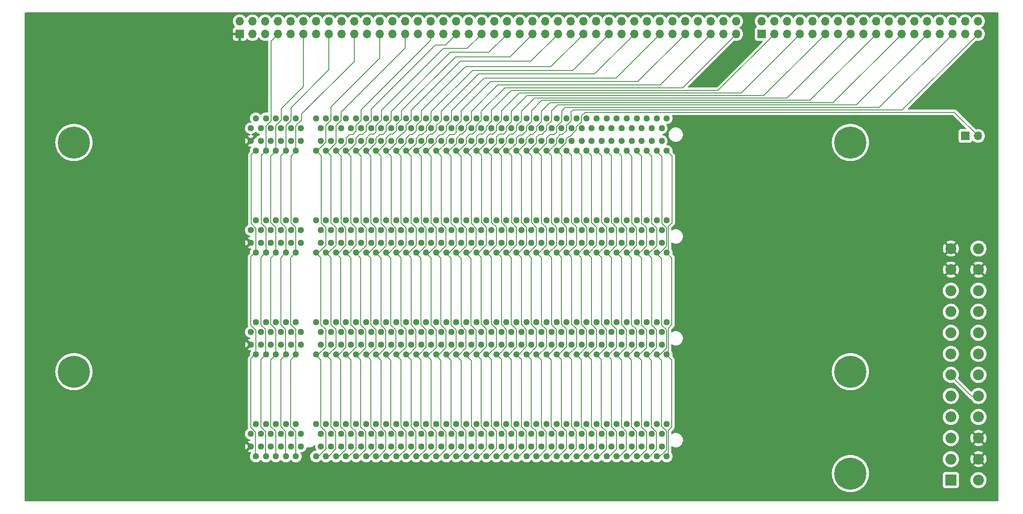
<source format=gbr>
%TF.GenerationSoftware,KiCad,Pcbnew,7.0.10+dfsg-1*%
%TF.CreationDate,2024-02-25T05:42:20-05:00*%
%TF.ProjectId,BB816-MATX-minimal,42423831-362d-44d4-9154-582d6d696e69,rev?*%
%TF.SameCoordinates,Original*%
%TF.FileFunction,Copper,L4,Bot*%
%TF.FilePolarity,Positive*%
%FSLAX46Y46*%
G04 Gerber Fmt 4.6, Leading zero omitted, Abs format (unit mm)*
G04 Created by KiCad (PCBNEW 7.0.10+dfsg-1) date 2024-02-25 05:42:20*
%MOMM*%
%LPD*%
G01*
G04 APERTURE LIST*
%TA.AperFunction,ComponentPad*%
%ADD10R,2.175000X2.175000*%
%TD*%
%TA.AperFunction,ComponentPad*%
%ADD11C,2.175000*%
%TD*%
%TA.AperFunction,ComponentPad*%
%ADD12C,0.800000*%
%TD*%
%TA.AperFunction,ComponentPad*%
%ADD13C,6.400000*%
%TD*%
%TA.AperFunction,ComponentPad*%
%ADD14C,1.280000*%
%TD*%
%TA.AperFunction,ComponentPad*%
%ADD15R,1.700000X1.700000*%
%TD*%
%TA.AperFunction,ComponentPad*%
%ADD16O,1.700000X1.700000*%
%TD*%
%TA.AperFunction,Conductor*%
%ADD17C,0.146812*%
%TD*%
G04 APERTURE END LIST*
D10*
%TO.P,J5,1,+3.3v*%
%TO.N,/+3.3.v*%
X223250000Y-254050000D03*
D11*
%TO.P,J5,2,+3.3v*%
%TO.N,/+3.3v*%
X228750000Y-254050000D03*
%TO.P,J5,3,GND*%
%TO.N,GND*%
X223250000Y-249850000D03*
%TO.P,J5,4,+5v*%
%TO.N,VCC*%
X228750000Y-249850000D03*
%TO.P,J5,5,GND*%
%TO.N,GND*%
X223250000Y-245650000D03*
%TO.P,J5,6,+5v*%
%TO.N,VCC*%
X228750000Y-245650000D03*
%TO.P,J5,7,GND*%
%TO.N,GND*%
X223250000Y-241450000D03*
%TO.P,J5,8,PWR_OK*%
%TO.N,/PWR_OK*%
X228750000Y-241450000D03*
%TO.P,J5,9,+5vSB*%
%TO.N,/+5vSB*%
X223250000Y-237250000D03*
%TO.P,J5,10,+12v*%
%TO.N,/+12v*%
X228750000Y-237250000D03*
%TO.P,J5,11,+12v*%
X223250000Y-233050000D03*
%TO.P,J5,12,+3.3v*%
%TO.N,/+3.3v*%
X228750000Y-233050000D03*
%TO.P,J5,13,+3.3v*%
X223250000Y-228850000D03*
%TO.P,J5,14,-12v*%
%TO.N,/-12v*%
X228750000Y-228850000D03*
%TO.P,J5,15,GND*%
%TO.N,GND*%
X223250000Y-224650000D03*
%TO.P,J5,16,PS_ON#*%
%TO.N,/PS_ON*%
X228750000Y-224650000D03*
%TO.P,J5,17,GND*%
%TO.N,GND*%
X223250000Y-220450000D03*
%TO.P,J5,18,GND*%
X228750000Y-220450000D03*
%TO.P,J5,19,GND*%
X223250000Y-216250000D03*
%TO.P,J5,20,Reserved*%
%TO.N,unconnected-(J5-Reserved-Pad20)*%
X228750000Y-216250000D03*
%TO.P,J5,21,+5v*%
%TO.N,VCC*%
X223250000Y-212050000D03*
%TO.P,J5,22,+5v*%
X228750000Y-212050000D03*
%TO.P,J5,23,+5v*%
X223250000Y-207850000D03*
%TO.P,J5,24,GND*%
%TO.N,GND*%
X228750000Y-207850000D03*
%TD*%
D12*
%TO.P,H1,1*%
%TO.N,N/C*%
X45860000Y-232410000D03*
X46562944Y-230712944D03*
X46562944Y-234107056D03*
X48260000Y-230010000D03*
D13*
X48260000Y-232410000D03*
D12*
X48260000Y-234810000D03*
X49957056Y-230712944D03*
X49957056Y-234107056D03*
X50660000Y-232410000D03*
%TD*%
%TO.P,H2,1*%
%TO.N,N/C*%
X45860000Y-186690000D03*
X46562944Y-184992944D03*
X46562944Y-188387056D03*
X48260000Y-184290000D03*
D13*
X48260000Y-186690000D03*
D12*
X48260000Y-189090000D03*
X49957056Y-184992944D03*
X49957056Y-188387056D03*
X50660000Y-186690000D03*
%TD*%
%TO.P,H4,1*%
%TO.N,N/C*%
X200800000Y-252730000D03*
X201502944Y-251032944D03*
X201502944Y-254427056D03*
X203200000Y-250330000D03*
D13*
X203200000Y-252730000D03*
D12*
X203200000Y-255130000D03*
X204897056Y-251032944D03*
X204897056Y-254427056D03*
X205600000Y-252730000D03*
%TD*%
%TO.P,H5,1*%
%TO.N,N/C*%
X200800000Y-232410000D03*
X201502944Y-230712944D03*
X201502944Y-234107056D03*
X203200000Y-230010000D03*
D13*
X203200000Y-232410000D03*
D12*
X203200000Y-234810000D03*
X204897056Y-230712944D03*
X204897056Y-234107056D03*
X205600000Y-232410000D03*
%TD*%
%TO.P,H6,1*%
%TO.N,N/C*%
X200800000Y-186690000D03*
X201502944Y-184992944D03*
X201502944Y-188387056D03*
X203200000Y-184290000D03*
D13*
X203200000Y-186690000D03*
D12*
X203200000Y-189090000D03*
X204897056Y-184992944D03*
X204897056Y-188387056D03*
X205600000Y-186690000D03*
%TD*%
D14*
%TO.P,J1,A1,A1*%
%TO.N,GND*%
X83549200Y-183865200D03*
%TO.P,J1,A2,A2*%
X84549200Y-181865200D03*
%TO.P,J1,A3,A3*%
X85549200Y-183865200D03*
%TO.P,J1,A4,A4*%
X86549200Y-181865200D03*
%TO.P,J1,A5,A5*%
X87549200Y-183865200D03*
%TO.P,J1,A6,A6*%
X88549200Y-181865200D03*
%TO.P,J1,A7,A7*%
X89549200Y-183865200D03*
%TO.P,J1,A8,A8*%
X90549200Y-181865200D03*
%TO.P,J1,A9,A9*%
X91549200Y-183865200D03*
%TO.P,J1,A10,A10*%
X92549200Y-181865200D03*
%TO.P,J1,A11,A11*%
X93549200Y-183865200D03*
%TO.P,J1,A12,A12*%
X96549200Y-181865200D03*
%TO.P,J1,A13,A13*%
X97549200Y-183865200D03*
%TO.P,J1,A14,A14*%
X98549200Y-181865200D03*
%TO.P,J1,A15,A15*%
X99549200Y-183865200D03*
%TO.P,J1,A16,A16*%
X100549200Y-181865200D03*
%TO.P,J1,A17,A17*%
X101549200Y-183865200D03*
%TO.P,J1,A18,A18*%
X102549200Y-181865200D03*
%TO.P,J1,A19,A19*%
X103549200Y-183865200D03*
%TO.P,J1,A20,A20*%
X104549200Y-181865200D03*
%TO.P,J1,A21,A21*%
X105549200Y-183865200D03*
%TO.P,J1,A22,A22*%
X106549200Y-181865200D03*
%TO.P,J1,A23,A23*%
X107549200Y-183865200D03*
%TO.P,J1,A24,A24*%
X108549200Y-181865200D03*
%TO.P,J1,A25,A25*%
X109549200Y-183865200D03*
%TO.P,J1,A26,A26*%
X110549200Y-181865200D03*
%TO.P,J1,A27,A27*%
X111549200Y-183865200D03*
%TO.P,J1,A28,A28*%
X112549200Y-181865200D03*
%TO.P,J1,A29,A29*%
X113549200Y-183865200D03*
%TO.P,J1,A30,A30*%
X114549200Y-181865200D03*
%TO.P,J1,A31,A31*%
X115549200Y-183865200D03*
%TO.P,J1,A32,A32*%
X116549200Y-181865200D03*
%TO.P,J1,A33,A33*%
X117549200Y-183865200D03*
%TO.P,J1,A34,A34*%
X118549200Y-181865200D03*
%TO.P,J1,A35,A35*%
X119549200Y-183865200D03*
%TO.P,J1,A36,A36*%
X120549200Y-181865200D03*
%TO.P,J1,A37,A37*%
X121549200Y-183865200D03*
%TO.P,J1,A38,A38*%
X122549200Y-181865200D03*
%TO.P,J1,A39,A39*%
X123549200Y-183865200D03*
%TO.P,J1,A40,A40*%
X124549200Y-181865200D03*
%TO.P,J1,A41,A41*%
X125549200Y-183865200D03*
%TO.P,J1,A42,A42*%
X126549200Y-181865200D03*
%TO.P,J1,A43,A43*%
X127549200Y-183865200D03*
%TO.P,J1,A44,A44*%
X128549200Y-181865200D03*
%TO.P,J1,A45,A45*%
X129549200Y-183865200D03*
%TO.P,J1,A46,A46*%
X130549200Y-181865200D03*
%TO.P,J1,A47,A47*%
X131549200Y-183865200D03*
%TO.P,J1,A48,A48*%
X132549200Y-181865200D03*
%TO.P,J1,A49,A49*%
X133549200Y-183865200D03*
%TO.P,J1,A50,A50*%
X134549200Y-181865200D03*
%TO.P,J1,A51,A51*%
X135549200Y-183865200D03*
%TO.P,J1,A52,A52*%
X136549200Y-181865200D03*
%TO.P,J1,A53,A53*%
X137549200Y-183865200D03*
%TO.P,J1,A54,A54*%
X138549200Y-181865200D03*
%TO.P,J1,A55,A55*%
X139549200Y-183865200D03*
%TO.P,J1,A56,A56*%
X140549200Y-181865200D03*
%TO.P,J1,A57,A57*%
X141549200Y-183865200D03*
%TO.P,J1,A58,A58*%
X142549200Y-181865200D03*
%TO.P,J1,A59,A59*%
X143549200Y-183865200D03*
%TO.P,J1,A60,A60*%
X144549200Y-181865200D03*
%TO.P,J1,A61,A61*%
X145549200Y-183865200D03*
%TO.P,J1,A62,A62*%
X146549200Y-181865200D03*
%TO.P,J1,A63,A63*%
X147549200Y-183865200D03*
%TO.P,J1,A64,A64*%
X148549200Y-181865200D03*
%TO.P,J1,A65,A65*%
X149549200Y-183865200D03*
%TO.P,J1,A66,A66*%
X150549200Y-181865200D03*
%TO.P,J1,A67,A67*%
X151549200Y-183865200D03*
%TO.P,J1,A68,A68*%
X152549200Y-181865200D03*
%TO.P,J1,A69,A69*%
X153549200Y-183865200D03*
%TO.P,J1,A70,A70*%
X154549200Y-181865200D03*
%TO.P,J1,A71,A71*%
X155549200Y-183865200D03*
%TO.P,J1,A72,A72*%
X156549200Y-181865200D03*
%TO.P,J1,A73,A73*%
X157549200Y-183865200D03*
%TO.P,J1,A74,A74*%
X158549200Y-181865200D03*
%TO.P,J1,A75,A75*%
X159549200Y-183865200D03*
%TO.P,J1,A76,A76*%
X160549200Y-181865200D03*
%TO.P,J1,A77,A77*%
X161549200Y-183865200D03*
%TO.P,J1,A78,A78*%
X162549200Y-181865200D03*
%TO.P,J1,A79,A79*%
X163549200Y-183865200D03*
%TO.P,J1,A80,A80*%
X164549200Y-181865200D03*
%TO.P,J1,A81,A81*%
X165549200Y-183865200D03*
%TO.P,J1,A82,A82*%
X166549200Y-181865200D03*
%TO.P,J1,B1,B1*%
%TO.N,VCC*%
X83549200Y-186365200D03*
%TO.P,J1,B2,B2*%
%TO.N,GND*%
X84549200Y-188365200D03*
%TO.P,J1,B3,B3*%
%TO.N,/~{MR}\u2392*%
X85549200Y-186365200D03*
%TO.P,J1,B4,B4*%
%TO.N,/~{RST}*%
X86549200Y-188365200D03*
%TO.P,J1,B5,B5*%
%TO.N,/RST*%
X87549200Y-186365200D03*
%TO.P,J1,B6,B6*%
%TO.N,/~{CLK_EN}*%
X88549200Y-188365200D03*
%TO.P,J1,B7,B7*%
%TO.N,/CLK_SRC*%
X89549200Y-186365200D03*
%TO.P,J1,B8,B8*%
%TO.N,/CLK*%
X90549200Y-188365200D03*
%TO.P,J1,B9,B9*%
%TO.N,/~{CLK}*%
X91549200Y-186365200D03*
%TO.P,J1,B10,B10*%
%TO.N,/~{IRQ}*%
X92549200Y-188365200D03*
%TO.P,J1,B11,B11*%
%TO.N,/~{NMI}*%
X93549200Y-186365200D03*
%TO.P,J1,B12,B12*%
%TO.N,/~{ABORT}*%
X96549200Y-188365200D03*
%TO.P,J1,B13,B13*%
%TO.N,/BE*%
X97549200Y-186365200D03*
%TO.P,J1,B14,B14*%
%TO.N,/RDY_IN*%
X98549200Y-188365200D03*
%TO.P,J1,B15,B15*%
%TO.N,/~{WAI}*%
X99549200Y-186365200D03*
%TO.P,J1,B16,B16*%
%TO.N,/SYNC*%
X100549200Y-188365200D03*
%TO.P,J1,B17,B17*%
%TO.N,/VA*%
X101549200Y-186365200D03*
%TO.P,J1,B18,B18*%
%TO.N,/R~{W}*%
X102549200Y-188365200D03*
%TO.P,J1,B19,B19*%
%TO.N,/~{RD}*%
X103549200Y-186365200D03*
%TO.P,J1,B20,B20*%
%TO.N,/~{WR}*%
X104549200Y-188365200D03*
%TO.P,J1,B21,B21*%
%TO.N,/~{BANK0}*%
X105549200Y-186365200D03*
%TO.P,J1,B22,B22*%
%TO.N,/E*%
X106549200Y-188365200D03*
%TO.P,J1,B23,B23*%
%TO.N,/M*%
X107549200Y-186365200D03*
%TO.P,J1,B24,B24*%
%TO.N,/X*%
X108549200Y-188365200D03*
%TO.P,J1,B25,B25*%
%TO.N,/~{VP}*%
X109549200Y-186365200D03*
%TO.P,J1,B26,B26*%
%TO.N,/~{ML}*%
X110549200Y-188365200D03*
%TO.P,J1,B27,B27*%
%TO.N,/A23*%
X111549200Y-186365200D03*
%TO.P,J1,B28,B28*%
%TO.N,/A22*%
X112549200Y-188365200D03*
%TO.P,J1,B29,B29*%
%TO.N,/A21*%
X113549200Y-186365200D03*
%TO.P,J1,B30,B30*%
%TO.N,/A20*%
X114549200Y-188365200D03*
%TO.P,J1,B31,B31*%
%TO.N,/A19*%
X115549200Y-186365200D03*
%TO.P,J1,B32,B32*%
%TO.N,/A18*%
X116549200Y-188365200D03*
%TO.P,J1,B33,B33*%
%TO.N,/A17*%
X117549200Y-186365200D03*
%TO.P,J1,B34,B34*%
%TO.N,/A16*%
X118549200Y-188365200D03*
%TO.P,J1,B35,B35*%
%TO.N,/A15*%
X119549200Y-186365200D03*
%TO.P,J1,B36,B36*%
%TO.N,/A14*%
X120549200Y-188365200D03*
%TO.P,J1,B37,B37*%
%TO.N,/A13*%
X121549200Y-186365200D03*
%TO.P,J1,B38,B38*%
%TO.N,/A12*%
X122549200Y-188365200D03*
%TO.P,J1,B39,B39*%
%TO.N,/A11*%
X123549200Y-186365200D03*
%TO.P,J1,B40,B40*%
%TO.N,/A10*%
X124549200Y-188365200D03*
%TO.P,J1,B41,B41*%
%TO.N,/A9*%
X125549200Y-186365200D03*
%TO.P,J1,B42,B42*%
%TO.N,/A8*%
X126549200Y-188365200D03*
%TO.P,J1,B43,B43*%
%TO.N,/A7*%
X127549200Y-186365200D03*
%TO.P,J1,B44,B44*%
%TO.N,/A6*%
X128549200Y-188365200D03*
%TO.P,J1,B45,B45*%
%TO.N,/A5*%
X129549200Y-186365200D03*
%TO.P,J1,B46,B46*%
%TO.N,/A4*%
X130549200Y-188365200D03*
%TO.P,J1,B47,B47*%
%TO.N,/A3*%
X131549200Y-186365200D03*
%TO.P,J1,B48,B48*%
%TO.N,/A2*%
X132549200Y-188365200D03*
%TO.P,J1,B49,B49*%
%TO.N,/A1*%
X133549200Y-186365200D03*
%TO.P,J1,B50,B50*%
%TO.N,/A0*%
X134549200Y-188365200D03*
%TO.P,J1,B51,B51*%
%TO.N,/D7*%
X135549200Y-186365200D03*
%TO.P,J1,B52,B52*%
%TO.N,/D6*%
X136549200Y-188365200D03*
%TO.P,J1,B53,B53*%
%TO.N,/D5*%
X137549200Y-186365200D03*
%TO.P,J1,B54,B54*%
%TO.N,/D4*%
X138549200Y-188365200D03*
%TO.P,J1,B55,B55*%
%TO.N,/D3*%
X139549200Y-186365200D03*
%TO.P,J1,B56,B56*%
%TO.N,/D2*%
X140549200Y-188365200D03*
%TO.P,J1,B57,B57*%
%TO.N,/D1*%
X141549200Y-186365200D03*
%TO.P,J1,B58,B58*%
%TO.N,/D0*%
X142549200Y-188365200D03*
%TO.P,J1,B59,B59*%
%TO.N,/VDA*%
X143549200Y-186365200D03*
%TO.P,J1,B60,B60*%
%TO.N,/VPA*%
X144549200Y-188365200D03*
%TO.P,J1,B61,B61*%
%TO.N,/X61*%
X145549200Y-186365200D03*
%TO.P,J1,B62,B62*%
%TO.N,/X62*%
X146549200Y-188365200D03*
%TO.P,J1,B63,B63*%
%TO.N,/X63*%
X147549200Y-186365200D03*
%TO.P,J1,B64,B64*%
%TO.N,/X64*%
X148549200Y-188365200D03*
%TO.P,J1,B65,B65*%
%TO.N,/X65*%
X149549200Y-186365200D03*
%TO.P,J1,B66,B66*%
%TO.N,/X66*%
X150549200Y-188365200D03*
%TO.P,J1,B67,B67*%
%TO.N,/~{IOCS7}*%
X151549200Y-186365200D03*
%TO.P,J1,B68,B68*%
%TO.N,/~{IOCS6}*%
X152549200Y-188365200D03*
%TO.P,J1,B69,B69*%
%TO.N,/~{IOCS5}*%
X153549200Y-186365200D03*
%TO.P,J1,B70,B70*%
%TO.N,/~{IOCS4}*%
X154549200Y-188365200D03*
%TO.P,J1,B71,B71*%
%TO.N,/~{IOCS3}*%
X155549200Y-186365200D03*
%TO.P,J1,B72,B72*%
%TO.N,/~{IOCS2}*%
X156549200Y-188365200D03*
%TO.P,J1,B73,B73*%
%TO.N,/~{IOCS1}*%
X157549200Y-186365200D03*
%TO.P,J1,B74,B74*%
%TO.N,/~{IOCS0}*%
X158549200Y-188365200D03*
%TO.P,J1,B75,B75*%
%TO.N,/~{IRQ7}*%
X159549200Y-186365200D03*
%TO.P,J1,B76,B76*%
%TO.N,/~{IRQ6}*%
X160549200Y-188365200D03*
%TO.P,J1,B77,B77*%
%TO.N,/~{IRQ5}*%
X161549200Y-186365200D03*
%TO.P,J1,B78,B78*%
%TO.N,/~{IRQ4}*%
X162549200Y-188365200D03*
%TO.P,J1,B79,B79*%
%TO.N,/~{IRQ3}*%
X163549200Y-186365200D03*
%TO.P,J1,B80,B80*%
%TO.N,/~{IRQ2}*%
X164549200Y-188365200D03*
%TO.P,J1,B81,B81*%
%TO.N,/~{IRQ1}*%
X165549200Y-186365200D03*
%TO.P,J1,B82,B82*%
%TO.N,/~{IRQ0}*%
X166549200Y-188365200D03*
%TD*%
%TO.P,J2,A1,A1*%
%TO.N,GND*%
X83549200Y-204185200D03*
%TO.P,J2,A2,A2*%
X84549200Y-202185200D03*
%TO.P,J2,A3,A3*%
X85549200Y-204185200D03*
%TO.P,J2,A4,A4*%
X86549200Y-202185200D03*
%TO.P,J2,A5,A5*%
X87549200Y-204185200D03*
%TO.P,J2,A6,A6*%
X88549200Y-202185200D03*
%TO.P,J2,A7,A7*%
X89549200Y-204185200D03*
%TO.P,J2,A8,A8*%
X90549200Y-202185200D03*
%TO.P,J2,A9,A9*%
X91549200Y-204185200D03*
%TO.P,J2,A10,A10*%
X92549200Y-202185200D03*
%TO.P,J2,A11,A11*%
X93549200Y-204185200D03*
%TO.P,J2,A12,A12*%
X96549200Y-202185200D03*
%TO.P,J2,A13,A13*%
X97549200Y-204185200D03*
%TO.P,J2,A14,A14*%
X98549200Y-202185200D03*
%TO.P,J2,A15,A15*%
X99549200Y-204185200D03*
%TO.P,J2,A16,A16*%
X100549200Y-202185200D03*
%TO.P,J2,A17,A17*%
X101549200Y-204185200D03*
%TO.P,J2,A18,A18*%
X102549200Y-202185200D03*
%TO.P,J2,A19,A19*%
X103549200Y-204185200D03*
%TO.P,J2,A20,A20*%
X104549200Y-202185200D03*
%TO.P,J2,A21,A21*%
X105549200Y-204185200D03*
%TO.P,J2,A22,A22*%
X106549200Y-202185200D03*
%TO.P,J2,A23,A23*%
X107549200Y-204185200D03*
%TO.P,J2,A24,A24*%
X108549200Y-202185200D03*
%TO.P,J2,A25,A25*%
X109549200Y-204185200D03*
%TO.P,J2,A26,A26*%
X110549200Y-202185200D03*
%TO.P,J2,A27,A27*%
X111549200Y-204185200D03*
%TO.P,J2,A28,A28*%
X112549200Y-202185200D03*
%TO.P,J2,A29,A29*%
X113549200Y-204185200D03*
%TO.P,J2,A30,A30*%
X114549200Y-202185200D03*
%TO.P,J2,A31,A31*%
X115549200Y-204185200D03*
%TO.P,J2,A32,A32*%
X116549200Y-202185200D03*
%TO.P,J2,A33,A33*%
X117549200Y-204185200D03*
%TO.P,J2,A34,A34*%
X118549200Y-202185200D03*
%TO.P,J2,A35,A35*%
X119549200Y-204185200D03*
%TO.P,J2,A36,A36*%
X120549200Y-202185200D03*
%TO.P,J2,A37,A37*%
X121549200Y-204185200D03*
%TO.P,J2,A38,A38*%
X122549200Y-202185200D03*
%TO.P,J2,A39,A39*%
X123549200Y-204185200D03*
%TO.P,J2,A40,A40*%
X124549200Y-202185200D03*
%TO.P,J2,A41,A41*%
X125549200Y-204185200D03*
%TO.P,J2,A42,A42*%
X126549200Y-202185200D03*
%TO.P,J2,A43,A43*%
X127549200Y-204185200D03*
%TO.P,J2,A44,A44*%
X128549200Y-202185200D03*
%TO.P,J2,A45,A45*%
X129549200Y-204185200D03*
%TO.P,J2,A46,A46*%
X130549200Y-202185200D03*
%TO.P,J2,A47,A47*%
X131549200Y-204185200D03*
%TO.P,J2,A48,A48*%
X132549200Y-202185200D03*
%TO.P,J2,A49,A49*%
X133549200Y-204185200D03*
%TO.P,J2,A50,A50*%
X134549200Y-202185200D03*
%TO.P,J2,A51,A51*%
X135549200Y-204185200D03*
%TO.P,J2,A52,A52*%
X136549200Y-202185200D03*
%TO.P,J2,A53,A53*%
X137549200Y-204185200D03*
%TO.P,J2,A54,A54*%
X138549200Y-202185200D03*
%TO.P,J2,A55,A55*%
X139549200Y-204185200D03*
%TO.P,J2,A56,A56*%
X140549200Y-202185200D03*
%TO.P,J2,A57,A57*%
X141549200Y-204185200D03*
%TO.P,J2,A58,A58*%
X142549200Y-202185200D03*
%TO.P,J2,A59,A59*%
X143549200Y-204185200D03*
%TO.P,J2,A60,A60*%
X144549200Y-202185200D03*
%TO.P,J2,A61,A61*%
X145549200Y-204185200D03*
%TO.P,J2,A62,A62*%
X146549200Y-202185200D03*
%TO.P,J2,A63,A63*%
X147549200Y-204185200D03*
%TO.P,J2,A64,A64*%
X148549200Y-202185200D03*
%TO.P,J2,A65,A65*%
X149549200Y-204185200D03*
%TO.P,J2,A66,A66*%
X150549200Y-202185200D03*
%TO.P,J2,A67,A67*%
X151549200Y-204185200D03*
%TO.P,J2,A68,A68*%
X152549200Y-202185200D03*
%TO.P,J2,A69,A69*%
X153549200Y-204185200D03*
%TO.P,J2,A70,A70*%
X154549200Y-202185200D03*
%TO.P,J2,A71,A71*%
X155549200Y-204185200D03*
%TO.P,J2,A72,A72*%
X156549200Y-202185200D03*
%TO.P,J2,A73,A73*%
X157549200Y-204185200D03*
%TO.P,J2,A74,A74*%
X158549200Y-202185200D03*
%TO.P,J2,A75,A75*%
X159549200Y-204185200D03*
%TO.P,J2,A76,A76*%
X160549200Y-202185200D03*
%TO.P,J2,A77,A77*%
X161549200Y-204185200D03*
%TO.P,J2,A78,A78*%
X162549200Y-202185200D03*
%TO.P,J2,A79,A79*%
X163549200Y-204185200D03*
%TO.P,J2,A80,A80*%
X164549200Y-202185200D03*
%TO.P,J2,A81,A81*%
X165549200Y-204185200D03*
%TO.P,J2,A82,A82*%
X166549200Y-202185200D03*
%TO.P,J2,B1,B1*%
%TO.N,VCC*%
X83549200Y-206685200D03*
%TO.P,J2,B2,B2*%
%TO.N,GND*%
X84549200Y-208685200D03*
%TO.P,J2,B3,B3*%
%TO.N,/~{MR}\u2392*%
X85549200Y-206685200D03*
%TO.P,J2,B4,B4*%
%TO.N,/~{RST}*%
X86549200Y-208685200D03*
%TO.P,J2,B5,B5*%
%TO.N,/RST*%
X87549200Y-206685200D03*
%TO.P,J2,B6,B6*%
%TO.N,/~{CLK_EN}*%
X88549200Y-208685200D03*
%TO.P,J2,B7,B7*%
%TO.N,/CLK_SRC*%
X89549200Y-206685200D03*
%TO.P,J2,B8,B8*%
%TO.N,/CLK*%
X90549200Y-208685200D03*
%TO.P,J2,B9,B9*%
%TO.N,/~{CLK}*%
X91549200Y-206685200D03*
%TO.P,J2,B10,B10*%
%TO.N,/~{IRQ}*%
X92549200Y-208685200D03*
%TO.P,J2,B11,B11*%
%TO.N,/~{NMI}*%
X93549200Y-206685200D03*
%TO.P,J2,B12,B12*%
%TO.N,/~{ABORT}*%
X96549200Y-208685200D03*
%TO.P,J2,B13,B13*%
%TO.N,/BE*%
X97549200Y-206685200D03*
%TO.P,J2,B14,B14*%
%TO.N,/RDY_IN*%
X98549200Y-208685200D03*
%TO.P,J2,B15,B15*%
%TO.N,/~{WAI}*%
X99549200Y-206685200D03*
%TO.P,J2,B16,B16*%
%TO.N,/SYNC*%
X100549200Y-208685200D03*
%TO.P,J2,B17,B17*%
%TO.N,/VA*%
X101549200Y-206685200D03*
%TO.P,J2,B18,B18*%
%TO.N,/R~{W}*%
X102549200Y-208685200D03*
%TO.P,J2,B19,B19*%
%TO.N,/~{RD}*%
X103549200Y-206685200D03*
%TO.P,J2,B20,B20*%
%TO.N,/~{WR}*%
X104549200Y-208685200D03*
%TO.P,J2,B21,B21*%
%TO.N,/~{BANK0}*%
X105549200Y-206685200D03*
%TO.P,J2,B22,B22*%
%TO.N,/E*%
X106549200Y-208685200D03*
%TO.P,J2,B23,B23*%
%TO.N,/M*%
X107549200Y-206685200D03*
%TO.P,J2,B24,B24*%
%TO.N,/X*%
X108549200Y-208685200D03*
%TO.P,J2,B25,B25*%
%TO.N,/~{VP}*%
X109549200Y-206685200D03*
%TO.P,J2,B26,B26*%
%TO.N,/~{ML}*%
X110549200Y-208685200D03*
%TO.P,J2,B27,B27*%
%TO.N,/A23*%
X111549200Y-206685200D03*
%TO.P,J2,B28,B28*%
%TO.N,/A22*%
X112549200Y-208685200D03*
%TO.P,J2,B29,B29*%
%TO.N,/A21*%
X113549200Y-206685200D03*
%TO.P,J2,B30,B30*%
%TO.N,/A20*%
X114549200Y-208685200D03*
%TO.P,J2,B31,B31*%
%TO.N,/A19*%
X115549200Y-206685200D03*
%TO.P,J2,B32,B32*%
%TO.N,/A18*%
X116549200Y-208685200D03*
%TO.P,J2,B33,B33*%
%TO.N,/A17*%
X117549200Y-206685200D03*
%TO.P,J2,B34,B34*%
%TO.N,/A16*%
X118549200Y-208685200D03*
%TO.P,J2,B35,B35*%
%TO.N,/A15*%
X119549200Y-206685200D03*
%TO.P,J2,B36,B36*%
%TO.N,/A14*%
X120549200Y-208685200D03*
%TO.P,J2,B37,B37*%
%TO.N,/A13*%
X121549200Y-206685200D03*
%TO.P,J2,B38,B38*%
%TO.N,/A12*%
X122549200Y-208685200D03*
%TO.P,J2,B39,B39*%
%TO.N,/A11*%
X123549200Y-206685200D03*
%TO.P,J2,B40,B40*%
%TO.N,/A10*%
X124549200Y-208685200D03*
%TO.P,J2,B41,B41*%
%TO.N,/A9*%
X125549200Y-206685200D03*
%TO.P,J2,B42,B42*%
%TO.N,/A8*%
X126549200Y-208685200D03*
%TO.P,J2,B43,B43*%
%TO.N,/A7*%
X127549200Y-206685200D03*
%TO.P,J2,B44,B44*%
%TO.N,/A6*%
X128549200Y-208685200D03*
%TO.P,J2,B45,B45*%
%TO.N,/A5*%
X129549200Y-206685200D03*
%TO.P,J2,B46,B46*%
%TO.N,/A4*%
X130549200Y-208685200D03*
%TO.P,J2,B47,B47*%
%TO.N,/A3*%
X131549200Y-206685200D03*
%TO.P,J2,B48,B48*%
%TO.N,/A2*%
X132549200Y-208685200D03*
%TO.P,J2,B49,B49*%
%TO.N,/A1*%
X133549200Y-206685200D03*
%TO.P,J2,B50,B50*%
%TO.N,/A0*%
X134549200Y-208685200D03*
%TO.P,J2,B51,B51*%
%TO.N,/D7*%
X135549200Y-206685200D03*
%TO.P,J2,B52,B52*%
%TO.N,/D6*%
X136549200Y-208685200D03*
%TO.P,J2,B53,B53*%
%TO.N,/D5*%
X137549200Y-206685200D03*
%TO.P,J2,B54,B54*%
%TO.N,/D4*%
X138549200Y-208685200D03*
%TO.P,J2,B55,B55*%
%TO.N,/D3*%
X139549200Y-206685200D03*
%TO.P,J2,B56,B56*%
%TO.N,/D2*%
X140549200Y-208685200D03*
%TO.P,J2,B57,B57*%
%TO.N,/D1*%
X141549200Y-206685200D03*
%TO.P,J2,B58,B58*%
%TO.N,/D0*%
X142549200Y-208685200D03*
%TO.P,J2,B59,B59*%
%TO.N,/VDA*%
X143549200Y-206685200D03*
%TO.P,J2,B60,B60*%
%TO.N,/VPA*%
X144549200Y-208685200D03*
%TO.P,J2,B61,B61*%
%TO.N,/X61*%
X145549200Y-206685200D03*
%TO.P,J2,B62,B62*%
%TO.N,/X62*%
X146549200Y-208685200D03*
%TO.P,J2,B63,B63*%
%TO.N,/X63*%
X147549200Y-206685200D03*
%TO.P,J2,B64,B64*%
%TO.N,/X64*%
X148549200Y-208685200D03*
%TO.P,J2,B65,B65*%
%TO.N,/X65*%
X149549200Y-206685200D03*
%TO.P,J2,B66,B66*%
%TO.N,/X66*%
X150549200Y-208685200D03*
%TO.P,J2,B67,B67*%
%TO.N,/~{IOCS7}*%
X151549200Y-206685200D03*
%TO.P,J2,B68,B68*%
%TO.N,/~{IOCS6}*%
X152549200Y-208685200D03*
%TO.P,J2,B69,B69*%
%TO.N,/~{IOCS5}*%
X153549200Y-206685200D03*
%TO.P,J2,B70,B70*%
%TO.N,/~{IOCS4}*%
X154549200Y-208685200D03*
%TO.P,J2,B71,B71*%
%TO.N,/~{IOCS3}*%
X155549200Y-206685200D03*
%TO.P,J2,B72,B72*%
%TO.N,/~{IOCS2}*%
X156549200Y-208685200D03*
%TO.P,J2,B73,B73*%
%TO.N,/~{IOCS1}*%
X157549200Y-206685200D03*
%TO.P,J2,B74,B74*%
%TO.N,/~{IOCS0}*%
X158549200Y-208685200D03*
%TO.P,J2,B75,B75*%
%TO.N,/~{IRQ7}*%
X159549200Y-206685200D03*
%TO.P,J2,B76,B76*%
%TO.N,/~{IRQ6}*%
X160549200Y-208685200D03*
%TO.P,J2,B77,B77*%
%TO.N,/~{IRQ5}*%
X161549200Y-206685200D03*
%TO.P,J2,B78,B78*%
%TO.N,/~{IRQ4}*%
X162549200Y-208685200D03*
%TO.P,J2,B79,B79*%
%TO.N,/~{IRQ3}*%
X163549200Y-206685200D03*
%TO.P,J2,B80,B80*%
%TO.N,/~{IRQ2}*%
X164549200Y-208685200D03*
%TO.P,J2,B81,B81*%
%TO.N,/~{IRQ1}*%
X165549200Y-206685200D03*
%TO.P,J2,B82,B82*%
%TO.N,/~{IRQ0}*%
X166549200Y-208685200D03*
%TD*%
%TO.P,J4,A1,A1*%
%TO.N,GND*%
X83549200Y-244825200D03*
%TO.P,J4,A2,A2*%
X84549200Y-242825200D03*
%TO.P,J4,A3,A3*%
X85549200Y-244825200D03*
%TO.P,J4,A4,A4*%
X86549200Y-242825200D03*
%TO.P,J4,A5,A5*%
X87549200Y-244825200D03*
%TO.P,J4,A6,A6*%
X88549200Y-242825200D03*
%TO.P,J4,A7,A7*%
X89549200Y-244825200D03*
%TO.P,J4,A8,A8*%
X90549200Y-242825200D03*
%TO.P,J4,A9,A9*%
X91549200Y-244825200D03*
%TO.P,J4,A10,A10*%
X92549200Y-242825200D03*
%TO.P,J4,A11,A11*%
X93549200Y-244825200D03*
%TO.P,J4,A12,A12*%
X96549200Y-242825200D03*
%TO.P,J4,A13,A13*%
X97549200Y-244825200D03*
%TO.P,J4,A14,A14*%
X98549200Y-242825200D03*
%TO.P,J4,A15,A15*%
X99549200Y-244825200D03*
%TO.P,J4,A16,A16*%
X100549200Y-242825200D03*
%TO.P,J4,A17,A17*%
X101549200Y-244825200D03*
%TO.P,J4,A18,A18*%
X102549200Y-242825200D03*
%TO.P,J4,A19,A19*%
X103549200Y-244825200D03*
%TO.P,J4,A20,A20*%
X104549200Y-242825200D03*
%TO.P,J4,A21,A21*%
X105549200Y-244825200D03*
%TO.P,J4,A22,A22*%
X106549200Y-242825200D03*
%TO.P,J4,A23,A23*%
X107549200Y-244825200D03*
%TO.P,J4,A24,A24*%
X108549200Y-242825200D03*
%TO.P,J4,A25,A25*%
X109549200Y-244825200D03*
%TO.P,J4,A26,A26*%
X110549200Y-242825200D03*
%TO.P,J4,A27,A27*%
X111549200Y-244825200D03*
%TO.P,J4,A28,A28*%
X112549200Y-242825200D03*
%TO.P,J4,A29,A29*%
X113549200Y-244825200D03*
%TO.P,J4,A30,A30*%
X114549200Y-242825200D03*
%TO.P,J4,A31,A31*%
X115549200Y-244825200D03*
%TO.P,J4,A32,A32*%
X116549200Y-242825200D03*
%TO.P,J4,A33,A33*%
X117549200Y-244825200D03*
%TO.P,J4,A34,A34*%
X118549200Y-242825200D03*
%TO.P,J4,A35,A35*%
X119549200Y-244825200D03*
%TO.P,J4,A36,A36*%
X120549200Y-242825200D03*
%TO.P,J4,A37,A37*%
X121549200Y-244825200D03*
%TO.P,J4,A38,A38*%
X122549200Y-242825200D03*
%TO.P,J4,A39,A39*%
X123549200Y-244825200D03*
%TO.P,J4,A40,A40*%
X124549200Y-242825200D03*
%TO.P,J4,A41,A41*%
X125549200Y-244825200D03*
%TO.P,J4,A42,A42*%
X126549200Y-242825200D03*
%TO.P,J4,A43,A43*%
X127549200Y-244825200D03*
%TO.P,J4,A44,A44*%
X128549200Y-242825200D03*
%TO.P,J4,A45,A45*%
X129549200Y-244825200D03*
%TO.P,J4,A46,A46*%
X130549200Y-242825200D03*
%TO.P,J4,A47,A47*%
X131549200Y-244825200D03*
%TO.P,J4,A48,A48*%
X132549200Y-242825200D03*
%TO.P,J4,A49,A49*%
X133549200Y-244825200D03*
%TO.P,J4,A50,A50*%
X134549200Y-242825200D03*
%TO.P,J4,A51,A51*%
X135549200Y-244825200D03*
%TO.P,J4,A52,A52*%
X136549200Y-242825200D03*
%TO.P,J4,A53,A53*%
X137549200Y-244825200D03*
%TO.P,J4,A54,A54*%
X138549200Y-242825200D03*
%TO.P,J4,A55,A55*%
X139549200Y-244825200D03*
%TO.P,J4,A56,A56*%
X140549200Y-242825200D03*
%TO.P,J4,A57,A57*%
X141549200Y-244825200D03*
%TO.P,J4,A58,A58*%
X142549200Y-242825200D03*
%TO.P,J4,A59,A59*%
X143549200Y-244825200D03*
%TO.P,J4,A60,A60*%
X144549200Y-242825200D03*
%TO.P,J4,A61,A61*%
X145549200Y-244825200D03*
%TO.P,J4,A62,A62*%
X146549200Y-242825200D03*
%TO.P,J4,A63,A63*%
X147549200Y-244825200D03*
%TO.P,J4,A64,A64*%
X148549200Y-242825200D03*
%TO.P,J4,A65,A65*%
X149549200Y-244825200D03*
%TO.P,J4,A66,A66*%
X150549200Y-242825200D03*
%TO.P,J4,A67,A67*%
X151549200Y-244825200D03*
%TO.P,J4,A68,A68*%
X152549200Y-242825200D03*
%TO.P,J4,A69,A69*%
X153549200Y-244825200D03*
%TO.P,J4,A70,A70*%
X154549200Y-242825200D03*
%TO.P,J4,A71,A71*%
X155549200Y-244825200D03*
%TO.P,J4,A72,A72*%
X156549200Y-242825200D03*
%TO.P,J4,A73,A73*%
X157549200Y-244825200D03*
%TO.P,J4,A74,A74*%
X158549200Y-242825200D03*
%TO.P,J4,A75,A75*%
X159549200Y-244825200D03*
%TO.P,J4,A76,A76*%
X160549200Y-242825200D03*
%TO.P,J4,A77,A77*%
X161549200Y-244825200D03*
%TO.P,J4,A78,A78*%
X162549200Y-242825200D03*
%TO.P,J4,A79,A79*%
X163549200Y-244825200D03*
%TO.P,J4,A80,A80*%
X164549200Y-242825200D03*
%TO.P,J4,A81,A81*%
X165549200Y-244825200D03*
%TO.P,J4,A82,A82*%
X166549200Y-242825200D03*
%TO.P,J4,B1,B1*%
%TO.N,VCC*%
X83549200Y-247325200D03*
%TO.P,J4,B2,B2*%
%TO.N,GND*%
X84549200Y-249325200D03*
%TO.P,J4,B3,B3*%
%TO.N,/~{MR}\u2392*%
X85549200Y-247325200D03*
%TO.P,J4,B4,B4*%
%TO.N,/~{RST}*%
X86549200Y-249325200D03*
%TO.P,J4,B5,B5*%
%TO.N,/RST*%
X87549200Y-247325200D03*
%TO.P,J4,B6,B6*%
%TO.N,/~{CLK_EN}*%
X88549200Y-249325200D03*
%TO.P,J4,B7,B7*%
%TO.N,/CLK_SRC*%
X89549200Y-247325200D03*
%TO.P,J4,B8,B8*%
%TO.N,/CLK*%
X90549200Y-249325200D03*
%TO.P,J4,B9,B9*%
%TO.N,/~{CLK}*%
X91549200Y-247325200D03*
%TO.P,J4,B10,B10*%
%TO.N,/~{IRQ}*%
X92549200Y-249325200D03*
%TO.P,J4,B11,B11*%
%TO.N,/~{NMI}*%
X93549200Y-247325200D03*
%TO.P,J4,B12,B12*%
%TO.N,/~{ABORT}*%
X96549200Y-249325200D03*
%TO.P,J4,B13,B13*%
%TO.N,/BE*%
X97549200Y-247325200D03*
%TO.P,J4,B14,B14*%
%TO.N,/RDY_IN*%
X98549200Y-249325200D03*
%TO.P,J4,B15,B15*%
%TO.N,/~{WAI}*%
X99549200Y-247325200D03*
%TO.P,J4,B16,B16*%
%TO.N,/SYNC*%
X100549200Y-249325200D03*
%TO.P,J4,B17,B17*%
%TO.N,/VA*%
X101549200Y-247325200D03*
%TO.P,J4,B18,B18*%
%TO.N,/R~{W}*%
X102549200Y-249325200D03*
%TO.P,J4,B19,B19*%
%TO.N,/~{RD}*%
X103549200Y-247325200D03*
%TO.P,J4,B20,B20*%
%TO.N,/~{WR}*%
X104549200Y-249325200D03*
%TO.P,J4,B21,B21*%
%TO.N,/~{BANK0}*%
X105549200Y-247325200D03*
%TO.P,J4,B22,B22*%
%TO.N,/E*%
X106549200Y-249325200D03*
%TO.P,J4,B23,B23*%
%TO.N,/M*%
X107549200Y-247325200D03*
%TO.P,J4,B24,B24*%
%TO.N,/X*%
X108549200Y-249325200D03*
%TO.P,J4,B25,B25*%
%TO.N,/~{VP}*%
X109549200Y-247325200D03*
%TO.P,J4,B26,B26*%
%TO.N,/~{ML}*%
X110549200Y-249325200D03*
%TO.P,J4,B27,B27*%
%TO.N,/A23*%
X111549200Y-247325200D03*
%TO.P,J4,B28,B28*%
%TO.N,/A22*%
X112549200Y-249325200D03*
%TO.P,J4,B29,B29*%
%TO.N,/A21*%
X113549200Y-247325200D03*
%TO.P,J4,B30,B30*%
%TO.N,/A20*%
X114549200Y-249325200D03*
%TO.P,J4,B31,B31*%
%TO.N,/A19*%
X115549200Y-247325200D03*
%TO.P,J4,B32,B32*%
%TO.N,/A18*%
X116549200Y-249325200D03*
%TO.P,J4,B33,B33*%
%TO.N,/A17*%
X117549200Y-247325200D03*
%TO.P,J4,B34,B34*%
%TO.N,/A16*%
X118549200Y-249325200D03*
%TO.P,J4,B35,B35*%
%TO.N,/A15*%
X119549200Y-247325200D03*
%TO.P,J4,B36,B36*%
%TO.N,/A14*%
X120549200Y-249325200D03*
%TO.P,J4,B37,B37*%
%TO.N,/A13*%
X121549200Y-247325200D03*
%TO.P,J4,B38,B38*%
%TO.N,/A12*%
X122549200Y-249325200D03*
%TO.P,J4,B39,B39*%
%TO.N,/A11*%
X123549200Y-247325200D03*
%TO.P,J4,B40,B40*%
%TO.N,/A10*%
X124549200Y-249325200D03*
%TO.P,J4,B41,B41*%
%TO.N,/A9*%
X125549200Y-247325200D03*
%TO.P,J4,B42,B42*%
%TO.N,/A8*%
X126549200Y-249325200D03*
%TO.P,J4,B43,B43*%
%TO.N,/A7*%
X127549200Y-247325200D03*
%TO.P,J4,B44,B44*%
%TO.N,/A6*%
X128549200Y-249325200D03*
%TO.P,J4,B45,B45*%
%TO.N,/A5*%
X129549200Y-247325200D03*
%TO.P,J4,B46,B46*%
%TO.N,/A4*%
X130549200Y-249325200D03*
%TO.P,J4,B47,B47*%
%TO.N,/A3*%
X131549200Y-247325200D03*
%TO.P,J4,B48,B48*%
%TO.N,/A2*%
X132549200Y-249325200D03*
%TO.P,J4,B49,B49*%
%TO.N,/A1*%
X133549200Y-247325200D03*
%TO.P,J4,B50,B50*%
%TO.N,/A0*%
X134549200Y-249325200D03*
%TO.P,J4,B51,B51*%
%TO.N,/D7*%
X135549200Y-247325200D03*
%TO.P,J4,B52,B52*%
%TO.N,/D6*%
X136549200Y-249325200D03*
%TO.P,J4,B53,B53*%
%TO.N,/D5*%
X137549200Y-247325200D03*
%TO.P,J4,B54,B54*%
%TO.N,/D4*%
X138549200Y-249325200D03*
%TO.P,J4,B55,B55*%
%TO.N,/D3*%
X139549200Y-247325200D03*
%TO.P,J4,B56,B56*%
%TO.N,/D2*%
X140549200Y-249325200D03*
%TO.P,J4,B57,B57*%
%TO.N,/D1*%
X141549200Y-247325200D03*
%TO.P,J4,B58,B58*%
%TO.N,/D0*%
X142549200Y-249325200D03*
%TO.P,J4,B59,B59*%
%TO.N,/VDA*%
X143549200Y-247325200D03*
%TO.P,J4,B60,B60*%
%TO.N,/VPA*%
X144549200Y-249325200D03*
%TO.P,J4,B61,B61*%
%TO.N,/X61*%
X145549200Y-247325200D03*
%TO.P,J4,B62,B62*%
%TO.N,/X62*%
X146549200Y-249325200D03*
%TO.P,J4,B63,B63*%
%TO.N,/X63*%
X147549200Y-247325200D03*
%TO.P,J4,B64,B64*%
%TO.N,/X64*%
X148549200Y-249325200D03*
%TO.P,J4,B65,B65*%
%TO.N,/X65*%
X149549200Y-247325200D03*
%TO.P,J4,B66,B66*%
%TO.N,/X66*%
X150549200Y-249325200D03*
%TO.P,J4,B67,B67*%
%TO.N,/~{IOCS7}*%
X151549200Y-247325200D03*
%TO.P,J4,B68,B68*%
%TO.N,/~{IOCS6}*%
X152549200Y-249325200D03*
%TO.P,J4,B69,B69*%
%TO.N,/~{IOCS5}*%
X153549200Y-247325200D03*
%TO.P,J4,B70,B70*%
%TO.N,/~{IOCS4}*%
X154549200Y-249325200D03*
%TO.P,J4,B71,B71*%
%TO.N,/~{IOCS3}*%
X155549200Y-247325200D03*
%TO.P,J4,B72,B72*%
%TO.N,/~{IOCS2}*%
X156549200Y-249325200D03*
%TO.P,J4,B73,B73*%
%TO.N,/~{IOCS1}*%
X157549200Y-247325200D03*
%TO.P,J4,B74,B74*%
%TO.N,/~{IOCS0}*%
X158549200Y-249325200D03*
%TO.P,J4,B75,B75*%
%TO.N,/~{IRQ7}*%
X159549200Y-247325200D03*
%TO.P,J4,B76,B76*%
%TO.N,/~{IRQ6}*%
X160549200Y-249325200D03*
%TO.P,J4,B77,B77*%
%TO.N,/~{IRQ5}*%
X161549200Y-247325200D03*
%TO.P,J4,B78,B78*%
%TO.N,/~{IRQ4}*%
X162549200Y-249325200D03*
%TO.P,J4,B79,B79*%
%TO.N,/~{IRQ3}*%
X163549200Y-247325200D03*
%TO.P,J4,B80,B80*%
%TO.N,/~{IRQ2}*%
X164549200Y-249325200D03*
%TO.P,J4,B81,B81*%
%TO.N,/~{IRQ1}*%
X165549200Y-247325200D03*
%TO.P,J4,B82,B82*%
%TO.N,/~{IRQ0}*%
X166549200Y-249325200D03*
%TD*%
D15*
%TO.P,J7,1,Pin_1*%
%TO.N,/VDA*%
X226120000Y-185380000D03*
D16*
%TO.P,J7,2,Pin_2*%
%TO.N,/VPA*%
X228660000Y-185380000D03*
%TD*%
D14*
%TO.P,J3,A1,A1*%
%TO.N,GND*%
X83549200Y-224505200D03*
%TO.P,J3,A2,A2*%
X84549200Y-222505200D03*
%TO.P,J3,A3,A3*%
X85549200Y-224505200D03*
%TO.P,J3,A4,A4*%
X86549200Y-222505200D03*
%TO.P,J3,A5,A5*%
X87549200Y-224505200D03*
%TO.P,J3,A6,A6*%
X88549200Y-222505200D03*
%TO.P,J3,A7,A7*%
X89549200Y-224505200D03*
%TO.P,J3,A8,A8*%
X90549200Y-222505200D03*
%TO.P,J3,A9,A9*%
X91549200Y-224505200D03*
%TO.P,J3,A10,A10*%
X92549200Y-222505200D03*
%TO.P,J3,A11,A11*%
X93549200Y-224505200D03*
%TO.P,J3,A12,A12*%
X96549200Y-222505200D03*
%TO.P,J3,A13,A13*%
X97549200Y-224505200D03*
%TO.P,J3,A14,A14*%
X98549200Y-222505200D03*
%TO.P,J3,A15,A15*%
X99549200Y-224505200D03*
%TO.P,J3,A16,A16*%
X100549200Y-222505200D03*
%TO.P,J3,A17,A17*%
X101549200Y-224505200D03*
%TO.P,J3,A18,A18*%
X102549200Y-222505200D03*
%TO.P,J3,A19,A19*%
X103549200Y-224505200D03*
%TO.P,J3,A20,A20*%
X104549200Y-222505200D03*
%TO.P,J3,A21,A21*%
X105549200Y-224505200D03*
%TO.P,J3,A22,A22*%
X106549200Y-222505200D03*
%TO.P,J3,A23,A23*%
X107549200Y-224505200D03*
%TO.P,J3,A24,A24*%
X108549200Y-222505200D03*
%TO.P,J3,A25,A25*%
X109549200Y-224505200D03*
%TO.P,J3,A26,A26*%
X110549200Y-222505200D03*
%TO.P,J3,A27,A27*%
X111549200Y-224505200D03*
%TO.P,J3,A28,A28*%
X112549200Y-222505200D03*
%TO.P,J3,A29,A29*%
X113549200Y-224505200D03*
%TO.P,J3,A30,A30*%
X114549200Y-222505200D03*
%TO.P,J3,A31,A31*%
X115549200Y-224505200D03*
%TO.P,J3,A32,A32*%
X116549200Y-222505200D03*
%TO.P,J3,A33,A33*%
X117549200Y-224505200D03*
%TO.P,J3,A34,A34*%
X118549200Y-222505200D03*
%TO.P,J3,A35,A35*%
X119549200Y-224505200D03*
%TO.P,J3,A36,A36*%
X120549200Y-222505200D03*
%TO.P,J3,A37,A37*%
X121549200Y-224505200D03*
%TO.P,J3,A38,A38*%
X122549200Y-222505200D03*
%TO.P,J3,A39,A39*%
X123549200Y-224505200D03*
%TO.P,J3,A40,A40*%
X124549200Y-222505200D03*
%TO.P,J3,A41,A41*%
X125549200Y-224505200D03*
%TO.P,J3,A42,A42*%
X126549200Y-222505200D03*
%TO.P,J3,A43,A43*%
X127549200Y-224505200D03*
%TO.P,J3,A44,A44*%
X128549200Y-222505200D03*
%TO.P,J3,A45,A45*%
X129549200Y-224505200D03*
%TO.P,J3,A46,A46*%
X130549200Y-222505200D03*
%TO.P,J3,A47,A47*%
X131549200Y-224505200D03*
%TO.P,J3,A48,A48*%
X132549200Y-222505200D03*
%TO.P,J3,A49,A49*%
X133549200Y-224505200D03*
%TO.P,J3,A50,A50*%
X134549200Y-222505200D03*
%TO.P,J3,A51,A51*%
X135549200Y-224505200D03*
%TO.P,J3,A52,A52*%
X136549200Y-222505200D03*
%TO.P,J3,A53,A53*%
X137549200Y-224505200D03*
%TO.P,J3,A54,A54*%
X138549200Y-222505200D03*
%TO.P,J3,A55,A55*%
X139549200Y-224505200D03*
%TO.P,J3,A56,A56*%
X140549200Y-222505200D03*
%TO.P,J3,A57,A57*%
X141549200Y-224505200D03*
%TO.P,J3,A58,A58*%
X142549200Y-222505200D03*
%TO.P,J3,A59,A59*%
X143549200Y-224505200D03*
%TO.P,J3,A60,A60*%
X144549200Y-222505200D03*
%TO.P,J3,A61,A61*%
X145549200Y-224505200D03*
%TO.P,J3,A62,A62*%
X146549200Y-222505200D03*
%TO.P,J3,A63,A63*%
X147549200Y-224505200D03*
%TO.P,J3,A64,A64*%
X148549200Y-222505200D03*
%TO.P,J3,A65,A65*%
X149549200Y-224505200D03*
%TO.P,J3,A66,A66*%
X150549200Y-222505200D03*
%TO.P,J3,A67,A67*%
X151549200Y-224505200D03*
%TO.P,J3,A68,A68*%
X152549200Y-222505200D03*
%TO.P,J3,A69,A69*%
X153549200Y-224505200D03*
%TO.P,J3,A70,A70*%
X154549200Y-222505200D03*
%TO.P,J3,A71,A71*%
X155549200Y-224505200D03*
%TO.P,J3,A72,A72*%
X156549200Y-222505200D03*
%TO.P,J3,A73,A73*%
X157549200Y-224505200D03*
%TO.P,J3,A74,A74*%
X158549200Y-222505200D03*
%TO.P,J3,A75,A75*%
X159549200Y-224505200D03*
%TO.P,J3,A76,A76*%
X160549200Y-222505200D03*
%TO.P,J3,A77,A77*%
X161549200Y-224505200D03*
%TO.P,J3,A78,A78*%
X162549200Y-222505200D03*
%TO.P,J3,A79,A79*%
X163549200Y-224505200D03*
%TO.P,J3,A80,A80*%
X164549200Y-222505200D03*
%TO.P,J3,A81,A81*%
X165549200Y-224505200D03*
%TO.P,J3,A82,A82*%
X166549200Y-222505200D03*
%TO.P,J3,B1,B1*%
%TO.N,VCC*%
X83549200Y-227005200D03*
%TO.P,J3,B2,B2*%
%TO.N,GND*%
X84549200Y-229005200D03*
%TO.P,J3,B3,B3*%
%TO.N,/~{MR}\u2392*%
X85549200Y-227005200D03*
%TO.P,J3,B4,B4*%
%TO.N,/~{RST}*%
X86549200Y-229005200D03*
%TO.P,J3,B5,B5*%
%TO.N,/RST*%
X87549200Y-227005200D03*
%TO.P,J3,B6,B6*%
%TO.N,/~{CLK_EN}*%
X88549200Y-229005200D03*
%TO.P,J3,B7,B7*%
%TO.N,/CLK_SRC*%
X89549200Y-227005200D03*
%TO.P,J3,B8,B8*%
%TO.N,/CLK*%
X90549200Y-229005200D03*
%TO.P,J3,B9,B9*%
%TO.N,/~{CLK}*%
X91549200Y-227005200D03*
%TO.P,J3,B10,B10*%
%TO.N,/~{IRQ}*%
X92549200Y-229005200D03*
%TO.P,J3,B11,B11*%
%TO.N,/~{NMI}*%
X93549200Y-227005200D03*
%TO.P,J3,B12,B12*%
%TO.N,/~{ABORT}*%
X96549200Y-229005200D03*
%TO.P,J3,B13,B13*%
%TO.N,/BE*%
X97549200Y-227005200D03*
%TO.P,J3,B14,B14*%
%TO.N,/RDY_IN*%
X98549200Y-229005200D03*
%TO.P,J3,B15,B15*%
%TO.N,/~{WAI}*%
X99549200Y-227005200D03*
%TO.P,J3,B16,B16*%
%TO.N,/SYNC*%
X100549200Y-229005200D03*
%TO.P,J3,B17,B17*%
%TO.N,/VA*%
X101549200Y-227005200D03*
%TO.P,J3,B18,B18*%
%TO.N,/R~{W}*%
X102549200Y-229005200D03*
%TO.P,J3,B19,B19*%
%TO.N,/~{RD}*%
X103549200Y-227005200D03*
%TO.P,J3,B20,B20*%
%TO.N,/~{WR}*%
X104549200Y-229005200D03*
%TO.P,J3,B21,B21*%
%TO.N,/~{BANK0}*%
X105549200Y-227005200D03*
%TO.P,J3,B22,B22*%
%TO.N,/E*%
X106549200Y-229005200D03*
%TO.P,J3,B23,B23*%
%TO.N,/M*%
X107549200Y-227005200D03*
%TO.P,J3,B24,B24*%
%TO.N,/X*%
X108549200Y-229005200D03*
%TO.P,J3,B25,B25*%
%TO.N,/~{VP}*%
X109549200Y-227005200D03*
%TO.P,J3,B26,B26*%
%TO.N,/~{ML}*%
X110549200Y-229005200D03*
%TO.P,J3,B27,B27*%
%TO.N,/A23*%
X111549200Y-227005200D03*
%TO.P,J3,B28,B28*%
%TO.N,/A22*%
X112549200Y-229005200D03*
%TO.P,J3,B29,B29*%
%TO.N,/A21*%
X113549200Y-227005200D03*
%TO.P,J3,B30,B30*%
%TO.N,/A20*%
X114549200Y-229005200D03*
%TO.P,J3,B31,B31*%
%TO.N,/A19*%
X115549200Y-227005200D03*
%TO.P,J3,B32,B32*%
%TO.N,/A18*%
X116549200Y-229005200D03*
%TO.P,J3,B33,B33*%
%TO.N,/A17*%
X117549200Y-227005200D03*
%TO.P,J3,B34,B34*%
%TO.N,/A16*%
X118549200Y-229005200D03*
%TO.P,J3,B35,B35*%
%TO.N,/A15*%
X119549200Y-227005200D03*
%TO.P,J3,B36,B36*%
%TO.N,/A14*%
X120549200Y-229005200D03*
%TO.P,J3,B37,B37*%
%TO.N,/A13*%
X121549200Y-227005200D03*
%TO.P,J3,B38,B38*%
%TO.N,/A12*%
X122549200Y-229005200D03*
%TO.P,J3,B39,B39*%
%TO.N,/A11*%
X123549200Y-227005200D03*
%TO.P,J3,B40,B40*%
%TO.N,/A10*%
X124549200Y-229005200D03*
%TO.P,J3,B41,B41*%
%TO.N,/A9*%
X125549200Y-227005200D03*
%TO.P,J3,B42,B42*%
%TO.N,/A8*%
X126549200Y-229005200D03*
%TO.P,J3,B43,B43*%
%TO.N,/A7*%
X127549200Y-227005200D03*
%TO.P,J3,B44,B44*%
%TO.N,/A6*%
X128549200Y-229005200D03*
%TO.P,J3,B45,B45*%
%TO.N,/A5*%
X129549200Y-227005200D03*
%TO.P,J3,B46,B46*%
%TO.N,/A4*%
X130549200Y-229005200D03*
%TO.P,J3,B47,B47*%
%TO.N,/A3*%
X131549200Y-227005200D03*
%TO.P,J3,B48,B48*%
%TO.N,/A2*%
X132549200Y-229005200D03*
%TO.P,J3,B49,B49*%
%TO.N,/A1*%
X133549200Y-227005200D03*
%TO.P,J3,B50,B50*%
%TO.N,/A0*%
X134549200Y-229005200D03*
%TO.P,J3,B51,B51*%
%TO.N,/D7*%
X135549200Y-227005200D03*
%TO.P,J3,B52,B52*%
%TO.N,/D6*%
X136549200Y-229005200D03*
%TO.P,J3,B53,B53*%
%TO.N,/D5*%
X137549200Y-227005200D03*
%TO.P,J3,B54,B54*%
%TO.N,/D4*%
X138549200Y-229005200D03*
%TO.P,J3,B55,B55*%
%TO.N,/D3*%
X139549200Y-227005200D03*
%TO.P,J3,B56,B56*%
%TO.N,/D2*%
X140549200Y-229005200D03*
%TO.P,J3,B57,B57*%
%TO.N,/D1*%
X141549200Y-227005200D03*
%TO.P,J3,B58,B58*%
%TO.N,/D0*%
X142549200Y-229005200D03*
%TO.P,J3,B59,B59*%
%TO.N,/VDA*%
X143549200Y-227005200D03*
%TO.P,J3,B60,B60*%
%TO.N,/VPA*%
X144549200Y-229005200D03*
%TO.P,J3,B61,B61*%
%TO.N,/X61*%
X145549200Y-227005200D03*
%TO.P,J3,B62,B62*%
%TO.N,/X62*%
X146549200Y-229005200D03*
%TO.P,J3,B63,B63*%
%TO.N,/X63*%
X147549200Y-227005200D03*
%TO.P,J3,B64,B64*%
%TO.N,/X64*%
X148549200Y-229005200D03*
%TO.P,J3,B65,B65*%
%TO.N,/X65*%
X149549200Y-227005200D03*
%TO.P,J3,B66,B66*%
%TO.N,/X66*%
X150549200Y-229005200D03*
%TO.P,J3,B67,B67*%
%TO.N,/~{IOCS7}*%
X151549200Y-227005200D03*
%TO.P,J3,B68,B68*%
%TO.N,/~{IOCS6}*%
X152549200Y-229005200D03*
%TO.P,J3,B69,B69*%
%TO.N,/~{IOCS5}*%
X153549200Y-227005200D03*
%TO.P,J3,B70,B70*%
%TO.N,/~{IOCS4}*%
X154549200Y-229005200D03*
%TO.P,J3,B71,B71*%
%TO.N,/~{IOCS3}*%
X155549200Y-227005200D03*
%TO.P,J3,B72,B72*%
%TO.N,/~{IOCS2}*%
X156549200Y-229005200D03*
%TO.P,J3,B73,B73*%
%TO.N,/~{IOCS1}*%
X157549200Y-227005200D03*
%TO.P,J3,B74,B74*%
%TO.N,/~{IOCS0}*%
X158549200Y-229005200D03*
%TO.P,J3,B75,B75*%
%TO.N,/~{IRQ7}*%
X159549200Y-227005200D03*
%TO.P,J3,B76,B76*%
%TO.N,/~{IRQ6}*%
X160549200Y-229005200D03*
%TO.P,J3,B77,B77*%
%TO.N,/~{IRQ5}*%
X161549200Y-227005200D03*
%TO.P,J3,B78,B78*%
%TO.N,/~{IRQ4}*%
X162549200Y-229005200D03*
%TO.P,J3,B79,B79*%
%TO.N,/~{IRQ3}*%
X163549200Y-227005200D03*
%TO.P,J3,B80,B80*%
%TO.N,/~{IRQ2}*%
X164549200Y-229005200D03*
%TO.P,J3,B81,B81*%
%TO.N,/~{IRQ1}*%
X165549200Y-227005200D03*
%TO.P,J3,B82,B82*%
%TO.N,/~{IRQ0}*%
X166549200Y-229005200D03*
%TD*%
D16*
%TO.P,J8,36,Pin_36*%
%TO.N,GND*%
X228660000Y-162520000D03*
%TO.P,J8,35,Pin_35*%
%TO.N,/D0*%
X228660000Y-165060000D03*
%TO.P,J8,34,Pin_34*%
%TO.N,GND*%
X226120000Y-162520000D03*
%TO.P,J8,33,Pin_33*%
%TO.N,/D1*%
X226120000Y-165060000D03*
%TO.P,J8,32,Pin_32*%
%TO.N,GND*%
X223580000Y-162520000D03*
%TO.P,J8,31,Pin_31*%
%TO.N,/D2*%
X223580000Y-165060000D03*
%TO.P,J8,30,Pin_30*%
%TO.N,GND*%
X221040000Y-162520000D03*
%TO.P,J8,29,Pin_29*%
%TO.N,/D3*%
X221040000Y-165060000D03*
%TO.P,J8,28,Pin_28*%
%TO.N,GND*%
X218500000Y-162520000D03*
%TO.P,J8,27,Pin_27*%
%TO.N,/D4*%
X218500000Y-165060000D03*
%TO.P,J8,26,Pin_26*%
%TO.N,GND*%
X215960000Y-162520000D03*
%TO.P,J8,25,Pin_25*%
%TO.N,/D5*%
X215960000Y-165060000D03*
%TO.P,J8,24,Pin_24*%
%TO.N,GND*%
X213420000Y-162520000D03*
%TO.P,J8,23,Pin_23*%
%TO.N,/D6*%
X213420000Y-165060000D03*
%TO.P,J8,22,Pin_22*%
%TO.N,GND*%
X210880000Y-162520000D03*
%TO.P,J8,21,Pin_21*%
%TO.N,/D7*%
X210880000Y-165060000D03*
%TO.P,J8,20,Pin_20*%
%TO.N,GND*%
X208340000Y-162520000D03*
%TO.P,J8,19,Pin_19*%
%TO.N,/A0*%
X208340000Y-165060000D03*
%TO.P,J8,18,Pin_18*%
%TO.N,GND*%
X205800000Y-162520000D03*
%TO.P,J8,17,Pin_17*%
%TO.N,/A1*%
X205800000Y-165060000D03*
%TO.P,J8,16,Pin_16*%
%TO.N,GND*%
X203260000Y-162520000D03*
%TO.P,J8,15,Pin_15*%
%TO.N,/A2*%
X203260000Y-165060000D03*
%TO.P,J8,14,Pin_14*%
%TO.N,GND*%
X200720000Y-162520000D03*
%TO.P,J8,13,Pin_13*%
%TO.N,/A3*%
X200720000Y-165060000D03*
%TO.P,J8,12,Pin_12*%
%TO.N,GND*%
X198180000Y-162520000D03*
%TO.P,J8,11,Pin_11*%
%TO.N,/A4*%
X198180000Y-165060000D03*
%TO.P,J8,10,Pin_10*%
%TO.N,GND*%
X195640000Y-162520000D03*
%TO.P,J8,9,Pin_9*%
%TO.N,/A5*%
X195640000Y-165060000D03*
%TO.P,J8,8,Pin_8*%
%TO.N,GND*%
X193100000Y-162520000D03*
%TO.P,J8,7,Pin_7*%
%TO.N,/A6*%
X193100000Y-165060000D03*
%TO.P,J8,6,Pin_6*%
%TO.N,GND*%
X190560000Y-162520000D03*
%TO.P,J8,5,Pin_5*%
%TO.N,/A7*%
X190560000Y-165060000D03*
%TO.P,J8,4,Pin_4*%
%TO.N,GND*%
X188020000Y-162520000D03*
%TO.P,J8,3,Pin_3*%
%TO.N,/A8*%
X188020000Y-165060000D03*
%TO.P,J8,2,Pin_2*%
%TO.N,GND*%
X185480000Y-162520000D03*
D15*
%TO.P,J8,1,Pin_1*%
%TO.N,/A9*%
X185480000Y-165060000D03*
%TD*%
%TO.P,J6,1,Pin_1*%
%TO.N,VCC*%
X81340000Y-165060000D03*
D16*
%TO.P,J6,2,Pin_2*%
%TO.N,GND*%
X81340000Y-162520000D03*
%TO.P,J6,3,Pin_3*%
X83880000Y-165060000D03*
%TO.P,J6,4,Pin_4*%
X83880000Y-162520000D03*
%TO.P,J6,5,Pin_5*%
%TO.N,/~{MR}\u2392*%
X86420000Y-165060000D03*
%TO.P,J6,6,Pin_6*%
%TO.N,GND*%
X86420000Y-162520000D03*
%TO.P,J6,7,Pin_7*%
%TO.N,/~{RST}*%
X88960000Y-165060000D03*
%TO.P,J6,8,Pin_8*%
%TO.N,GND*%
X88960000Y-162520000D03*
%TO.P,J6,9,Pin_9*%
%TO.N,/RST*%
X91500000Y-165060000D03*
%TO.P,J6,10,Pin_10*%
%TO.N,GND*%
X91500000Y-162520000D03*
%TO.P,J6,11,Pin_11*%
%TO.N,/~{CLK_EN}*%
X94040000Y-165060000D03*
%TO.P,J6,12,Pin_12*%
%TO.N,GND*%
X94040000Y-162520000D03*
%TO.P,J6,13,Pin_13*%
%TO.N,/CLK_SRC*%
X96580000Y-165060000D03*
%TO.P,J6,14,Pin_14*%
%TO.N,GND*%
X96580000Y-162520000D03*
%TO.P,J6,15,Pin_15*%
%TO.N,/CLK*%
X99120000Y-165060000D03*
%TO.P,J6,16,Pin_16*%
%TO.N,GND*%
X99120000Y-162520000D03*
%TO.P,J6,17,Pin_17*%
%TO.N,/~{CLK}*%
X101660000Y-165060000D03*
%TO.P,J6,18,Pin_18*%
%TO.N,GND*%
X101660000Y-162520000D03*
%TO.P,J6,19,Pin_19*%
%TO.N,/~{IRQ}*%
X104200000Y-165060000D03*
%TO.P,J6,20,Pin_20*%
%TO.N,GND*%
X104200000Y-162520000D03*
%TO.P,J6,21,Pin_21*%
%TO.N,/~{NMI}*%
X106740000Y-165060000D03*
%TO.P,J6,22,Pin_22*%
%TO.N,GND*%
X106740000Y-162520000D03*
%TO.P,J6,23,Pin_23*%
%TO.N,/~{ABORT}*%
X109280000Y-165060000D03*
%TO.P,J6,24,Pin_24*%
%TO.N,GND*%
X109280000Y-162520000D03*
%TO.P,J6,25,Pin_25*%
%TO.N,/BE*%
X111820000Y-165060000D03*
%TO.P,J6,26,Pin_26*%
%TO.N,GND*%
X111820000Y-162520000D03*
%TO.P,J6,27,Pin_27*%
%TO.N,/RDY_IN*%
X114360000Y-165060000D03*
%TO.P,J6,28,Pin_28*%
%TO.N,GND*%
X114360000Y-162520000D03*
%TO.P,J6,29,Pin_29*%
%TO.N,/~{WAI}*%
X116900000Y-165060000D03*
%TO.P,J6,30,Pin_30*%
%TO.N,GND*%
X116900000Y-162520000D03*
%TO.P,J6,31,Pin_31*%
%TO.N,/SYNC*%
X119440000Y-165060000D03*
%TO.P,J6,32,Pin_32*%
%TO.N,GND*%
X119440000Y-162520000D03*
%TO.P,J6,33,Pin_33*%
%TO.N,/VA*%
X121980000Y-165060000D03*
%TO.P,J6,34,Pin_34*%
%TO.N,GND*%
X121980000Y-162520000D03*
%TO.P,J6,35,Pin_35*%
%TO.N,/R~{W}*%
X124520000Y-165060000D03*
%TO.P,J6,36,Pin_36*%
%TO.N,GND*%
X124520000Y-162520000D03*
%TO.P,J6,37,Pin_37*%
%TO.N,/~{RD}*%
X127060000Y-165060000D03*
%TO.P,J6,38,Pin_38*%
%TO.N,GND*%
X127060000Y-162520000D03*
%TO.P,J6,39,Pin_39*%
%TO.N,/~{WR}*%
X129600000Y-165060000D03*
%TO.P,J6,40,Pin_40*%
%TO.N,GND*%
X129600000Y-162520000D03*
%TO.P,J6,41,Pin_41*%
%TO.N,/~{BANK0}*%
X132140000Y-165060000D03*
%TO.P,J6,42,Pin_42*%
%TO.N,GND*%
X132140000Y-162520000D03*
%TO.P,J6,43,Pin_43*%
%TO.N,/E*%
X134680000Y-165060000D03*
%TO.P,J6,44,Pin_44*%
%TO.N,GND*%
X134680000Y-162520000D03*
%TO.P,J6,45,Pin_45*%
%TO.N,/M*%
X137220000Y-165060000D03*
%TO.P,J6,46,Pin_46*%
%TO.N,GND*%
X137220000Y-162520000D03*
%TO.P,J6,47,Pin_47*%
%TO.N,/X*%
X139760000Y-165060000D03*
%TO.P,J6,48,Pin_48*%
%TO.N,GND*%
X139760000Y-162520000D03*
%TO.P,J6,49,Pin_49*%
%TO.N,/~{VP}*%
X142300000Y-165060000D03*
%TO.P,J6,50,Pin_50*%
%TO.N,GND*%
X142300000Y-162520000D03*
%TO.P,J6,51,Pin_51*%
%TO.N,/~{ML}*%
X144840000Y-165060000D03*
%TO.P,J6,52,Pin_52*%
%TO.N,GND*%
X144840000Y-162520000D03*
%TO.P,J6,53,Pin_53*%
%TO.N,/A23*%
X147380000Y-165060000D03*
%TO.P,J6,54,Pin_54*%
%TO.N,GND*%
X147380000Y-162520000D03*
%TO.P,J6,55,Pin_55*%
%TO.N,/A22*%
X149920000Y-165060000D03*
%TO.P,J6,56,Pin_56*%
%TO.N,GND*%
X149920000Y-162520000D03*
%TO.P,J6,57,Pin_57*%
%TO.N,/A21*%
X152460000Y-165060000D03*
%TO.P,J6,58,Pin_58*%
%TO.N,GND*%
X152460000Y-162520000D03*
%TO.P,J6,59,Pin_59*%
%TO.N,/A20*%
X155000000Y-165060000D03*
%TO.P,J6,60,Pin_60*%
%TO.N,GND*%
X155000000Y-162520000D03*
%TO.P,J6,61,Pin_61*%
%TO.N,/A19*%
X157540000Y-165060000D03*
%TO.P,J6,62,Pin_62*%
%TO.N,GND*%
X157540000Y-162520000D03*
%TO.P,J6,63,Pin_63*%
%TO.N,/A18*%
X160080000Y-165060000D03*
%TO.P,J6,64,Pin_64*%
%TO.N,GND*%
X160080000Y-162520000D03*
%TO.P,J6,65,Pin_65*%
%TO.N,/A17*%
X162620000Y-165060000D03*
%TO.P,J6,66,Pin_66*%
%TO.N,GND*%
X162620000Y-162520000D03*
%TO.P,J6,67,Pin_67*%
%TO.N,/A16*%
X165160000Y-165060000D03*
%TO.P,J6,68,Pin_68*%
%TO.N,GND*%
X165160000Y-162520000D03*
%TO.P,J6,69,Pin_69*%
%TO.N,/A15*%
X167700000Y-165060000D03*
%TO.P,J6,70,Pin_70*%
%TO.N,GND*%
X167700000Y-162520000D03*
%TO.P,J6,71,Pin_71*%
%TO.N,/A14*%
X170240000Y-165060000D03*
%TO.P,J6,72,Pin_72*%
%TO.N,GND*%
X170240000Y-162520000D03*
%TO.P,J6,73,Pin_73*%
%TO.N,/A13*%
X172780000Y-165060000D03*
%TO.P,J6,74,Pin_74*%
%TO.N,GND*%
X172780000Y-162520000D03*
%TO.P,J6,75,Pin_75*%
%TO.N,/A12*%
X175320000Y-165060000D03*
%TO.P,J6,76,Pin_76*%
%TO.N,GND*%
X175320000Y-162520000D03*
%TO.P,J6,77,Pin_77*%
%TO.N,/A11*%
X177860000Y-165060000D03*
%TO.P,J6,78,Pin_78*%
%TO.N,GND*%
X177860000Y-162520000D03*
%TO.P,J6,79,Pin_79*%
%TO.N,/A10*%
X180400000Y-165060000D03*
%TO.P,J6,80,Pin_80*%
%TO.N,GND*%
X180400000Y-162520000D03*
%TD*%
D17*
%TO.N,/VPA*%
X228660000Y-185380000D02*
X223950000Y-180670000D01*
X223950000Y-180670000D02*
X150230000Y-180670000D01*
X146465806Y-185985529D02*
X146465806Y-186744871D01*
X150230000Y-180670000D02*
X149500000Y-181400000D01*
X149500000Y-181400000D02*
X149500000Y-182618123D01*
X147210677Y-185500000D02*
X146951335Y-185500000D01*
X149500000Y-182618123D02*
X148500000Y-183618123D01*
X148500000Y-183618123D02*
X148500000Y-184210677D01*
X148500000Y-184210677D02*
X147210677Y-185500000D01*
X146951335Y-185500000D02*
X146465806Y-185985529D01*
X144845477Y-188365200D02*
X144549200Y-188365200D01*
X146465806Y-186744871D02*
X144845477Y-188365200D01*
%TO.N,GND*%
X83570000Y-209464744D02*
X83570000Y-223155255D01*
X83560000Y-243520055D02*
X84509200Y-244469255D01*
X83600000Y-189154744D02*
X83600000Y-202845255D01*
X84519200Y-224104455D02*
X84519200Y-228995200D01*
X83600000Y-202845255D02*
X84549200Y-203794455D01*
X84516606Y-188238138D02*
X83600000Y-189154744D01*
X84476606Y-228912938D02*
X83560000Y-229829544D01*
X84486606Y-208548138D02*
X83570000Y-209464744D01*
X84509200Y-244469255D02*
X84509200Y-249360000D01*
X84549200Y-203794455D02*
X84549200Y-208685200D01*
X83560000Y-229829544D02*
X83560000Y-243520055D01*
X83570000Y-223155255D02*
X84519200Y-224104455D01*
%TO.N,/X66*%
X152560000Y-207167000D02*
X151084800Y-208642200D01*
X151530000Y-230007800D02*
X151530000Y-243331800D01*
X150559200Y-188322200D02*
X151570000Y-189333000D01*
X151540000Y-222967000D02*
X152530000Y-223957000D01*
X152530000Y-227477000D02*
X151054800Y-228952200D01*
X150519200Y-228997000D02*
X151530000Y-230007800D01*
X151570000Y-202657000D02*
X152560000Y-203647000D01*
X151570000Y-189333000D02*
X151570000Y-202657000D01*
X151054800Y-228952200D02*
X150529200Y-228952200D01*
X152520000Y-244321800D02*
X152520000Y-247841800D01*
X152520000Y-247841800D02*
X151044800Y-249317000D01*
X151044800Y-249317000D02*
X150519200Y-249317000D01*
X150529200Y-208632200D02*
X151540000Y-209643000D01*
X151540000Y-209643000D02*
X151540000Y-222967000D01*
X151084800Y-208642200D02*
X150559200Y-208642200D01*
X152530000Y-223957000D02*
X152530000Y-227477000D01*
X152560000Y-203647000D02*
X152560000Y-207167000D01*
X151530000Y-243331800D02*
X152520000Y-244321800D01*
%TO.N,/+12v*%
X223110000Y-233060000D02*
X227310000Y-237260000D01*
X227310000Y-237260000D02*
X228610000Y-237260000D01*
%TO.N,/~{RST}*%
X87570000Y-182370000D02*
X86549200Y-183390800D01*
X86519200Y-224009200D02*
X86519200Y-228995200D01*
X86509200Y-244374000D02*
X86509200Y-249360000D01*
X86509200Y-229040000D02*
X85592594Y-229956606D01*
X86549200Y-183390800D02*
X86549200Y-188365200D01*
X85602594Y-223092594D02*
X86519200Y-224009200D01*
X86549200Y-188365200D02*
X85632594Y-189281806D01*
X88940000Y-165100000D02*
X87570000Y-166470000D01*
X86549200Y-203699200D02*
X86549200Y-208685200D01*
X86519200Y-208675200D02*
X85602594Y-209591806D01*
X85592594Y-229956606D02*
X85592594Y-243457394D01*
X85592594Y-243457394D02*
X86509200Y-244374000D01*
X87570000Y-166470000D02*
X87570000Y-182370000D01*
X85632594Y-189281806D02*
X85632594Y-202782594D01*
X85632594Y-202782594D02*
X86549200Y-203699200D01*
X85602594Y-209591806D02*
X85602594Y-223092594D01*
%TO.N,/~{CLK_EN}*%
X87520000Y-209714744D02*
X87520000Y-222970000D01*
X94020000Y-165100000D02*
X94020000Y-175550000D01*
X87550000Y-202660000D02*
X88549200Y-203659200D01*
X88516606Y-188438138D02*
X87550000Y-189404744D01*
X88549200Y-183328265D02*
X88549200Y-188365200D01*
X87510000Y-243334800D02*
X88509200Y-244334000D01*
X89632594Y-179937406D02*
X89632594Y-182244871D01*
X88509200Y-244334000D02*
X88509200Y-249360000D01*
X87510000Y-230079544D02*
X87510000Y-243334800D01*
X94020000Y-175550000D02*
X89632594Y-179937406D01*
X88476606Y-229112938D02*
X87510000Y-230079544D01*
X88549200Y-203659200D02*
X88549200Y-208685200D01*
X87550000Y-189404744D02*
X87550000Y-202660000D01*
X88519200Y-223969200D02*
X88519200Y-228995200D01*
X89632594Y-182244871D02*
X88549200Y-183328265D01*
X88486606Y-208748138D02*
X87520000Y-209714744D01*
X87520000Y-222970000D02*
X88519200Y-223969200D01*
%TO.N,/CLK*%
X91550000Y-182340000D02*
X90549200Y-183340800D01*
X89530000Y-230019200D02*
X89530000Y-243374800D01*
X89570000Y-202700000D02*
X90549200Y-203679200D01*
X90549200Y-183340800D02*
X90549200Y-188365200D01*
X90509200Y-244354000D02*
X90509200Y-249360000D01*
X99100000Y-172200000D02*
X91550000Y-179750000D01*
X90509200Y-229040000D02*
X89530000Y-230019200D01*
X90549200Y-203679200D02*
X90549200Y-208685200D01*
X90519200Y-223989200D02*
X90519200Y-228995200D01*
X89530000Y-243374800D02*
X90509200Y-244354000D01*
X91550000Y-179750000D02*
X91550000Y-182340000D01*
X90519200Y-208675200D02*
X89540000Y-209654400D01*
X89540000Y-223010000D02*
X90519200Y-223989200D01*
X99100000Y-165100000D02*
X99100000Y-172200000D01*
X89540000Y-209654400D02*
X89540000Y-223010000D01*
X89570000Y-189344400D02*
X89570000Y-202700000D01*
X90549200Y-188365200D02*
X89570000Y-189344400D01*
%TO.N,/~{IRQ}*%
X92486606Y-208748138D02*
X91530000Y-209704744D01*
X104180000Y-165100000D02*
X104180000Y-170530000D01*
X91530000Y-209704744D02*
X91530000Y-223000000D01*
X91520000Y-230069544D02*
X91520000Y-243364800D01*
X91560000Y-202690000D02*
X92549200Y-203679200D01*
X91530000Y-223000000D02*
X92519200Y-223989200D01*
X92549200Y-203679200D02*
X92549200Y-208685200D01*
X92549200Y-183360800D02*
X92549200Y-188365200D01*
X104180000Y-170530000D02*
X93710000Y-181000000D01*
X92519200Y-223989200D02*
X92519200Y-228995200D01*
X92509200Y-244354000D02*
X92509200Y-249360000D01*
X93710000Y-182200000D02*
X92549200Y-183360800D01*
X92516606Y-188438138D02*
X91560000Y-189394744D01*
X92476606Y-229112938D02*
X91520000Y-230069544D01*
X93710000Y-181000000D02*
X93710000Y-182200000D01*
X91520000Y-243364800D02*
X92509200Y-244354000D01*
X91560000Y-189394744D02*
X91560000Y-202690000D01*
%TO.N,/~{ABORT}*%
X96519200Y-208675200D02*
X97530000Y-209686000D01*
X97520000Y-230050800D02*
X97520000Y-243374800D01*
X99560000Y-182260000D02*
X99560000Y-179580000D01*
X98520000Y-227520000D02*
X97044800Y-228995200D01*
X96509200Y-229040000D02*
X97520000Y-230050800D01*
X97530000Y-209686000D02*
X97530000Y-223010000D01*
X97530000Y-223010000D02*
X98520000Y-224000000D01*
X97560000Y-189376000D02*
X97560000Y-202700000D01*
X97074800Y-208685200D02*
X96549200Y-208685200D01*
X98510000Y-244364800D02*
X98510000Y-247884800D01*
X98510000Y-247884800D02*
X97034800Y-249360000D01*
X98550000Y-183270000D02*
X99560000Y-182260000D01*
X97044800Y-228995200D02*
X96519200Y-228995200D01*
X97520000Y-243374800D02*
X98510000Y-244364800D01*
X98520000Y-224000000D02*
X98520000Y-227520000D01*
X109260000Y-169880000D02*
X109260000Y-165100000D01*
X97034800Y-249360000D02*
X96509200Y-249360000D01*
X98550000Y-203690000D02*
X98550000Y-207210000D01*
X96845477Y-188365200D02*
X98550000Y-186660677D01*
X96549200Y-188365200D02*
X97560000Y-189376000D01*
X98550000Y-207210000D02*
X97074800Y-208685200D01*
X96549200Y-188365200D02*
X96845477Y-188365200D01*
X98550000Y-186660677D02*
X98550000Y-183270000D01*
X99560000Y-179580000D02*
X109260000Y-169880000D01*
X97560000Y-202700000D02*
X98550000Y-203690000D01*
%TO.N,/RDY_IN*%
X114340000Y-167850000D02*
X114340000Y-165100000D01*
X98549200Y-188369200D02*
X99560000Y-189380000D01*
X99530000Y-223014000D02*
X100520000Y-224004000D01*
X100520000Y-224004000D02*
X100520000Y-227524000D01*
X99560000Y-189380000D02*
X99560000Y-202704000D01*
X99004800Y-188365200D02*
X100550000Y-186820000D01*
X99520000Y-230054800D02*
X99520000Y-243378800D01*
X98509200Y-229044000D02*
X99520000Y-230054800D01*
X99074800Y-208689200D02*
X98549200Y-208689200D01*
X101560000Y-182310000D02*
X101560000Y-180630000D01*
X101560000Y-180630000D02*
X114340000Y-167850000D01*
X100550000Y-186820000D02*
X100550000Y-183320000D01*
X99520000Y-243378800D02*
X100510000Y-244368800D01*
X100550000Y-207214000D02*
X99074800Y-208689200D01*
X99560000Y-202704000D02*
X100550000Y-203694000D01*
X100550000Y-183320000D02*
X101560000Y-182310000D01*
X99034800Y-249364000D02*
X98509200Y-249364000D01*
X98519200Y-208679200D02*
X99530000Y-209690000D01*
X100520000Y-227524000D02*
X99044800Y-228999200D01*
X100510000Y-247888800D02*
X99034800Y-249364000D01*
X100550000Y-203694000D02*
X100550000Y-207214000D01*
X98549200Y-188365200D02*
X99004800Y-188365200D01*
X100510000Y-244368800D02*
X100510000Y-247888800D01*
X99044800Y-228999200D02*
X98519200Y-228999200D01*
X99530000Y-209690000D02*
X99530000Y-223014000D01*
%TO.N,/SYNC*%
X101530000Y-209723000D02*
X101530000Y-223047000D01*
X102510000Y-247921800D02*
X101034800Y-249397000D01*
X102550000Y-203727000D02*
X102550000Y-207247000D01*
X105550000Y-180230000D02*
X105550000Y-182360000D01*
X101104800Y-188365200D02*
X100549200Y-188365200D01*
X105550000Y-182360000D02*
X104560000Y-183350000D01*
X104560000Y-184460000D02*
X103920000Y-185100000D01*
X100549200Y-188402200D02*
X101560000Y-189413000D01*
X104560000Y-183350000D02*
X104560000Y-184460000D01*
X100509200Y-229077000D02*
X101520000Y-230087800D01*
X103920000Y-185100000D02*
X103240000Y-185100000D01*
X102520000Y-227557000D02*
X101044800Y-229032200D01*
X102510000Y-244401800D02*
X102510000Y-247921800D01*
X101560000Y-189413000D02*
X101560000Y-202737000D01*
X102520000Y-224037000D02*
X102520000Y-227557000D01*
X101560000Y-202737000D02*
X102550000Y-203727000D01*
X102550000Y-207247000D02*
X101074800Y-208722200D01*
X119420000Y-165100000D02*
X119420000Y-166360000D01*
X101530000Y-223047000D02*
X102520000Y-224037000D01*
X101034800Y-249397000D02*
X100509200Y-249397000D01*
X102560000Y-186910000D02*
X101104800Y-188365200D01*
X101044800Y-229032200D02*
X100519200Y-229032200D01*
X100519200Y-208712200D02*
X101530000Y-209723000D01*
X119420000Y-166360000D02*
X105550000Y-180230000D01*
X102560000Y-185780000D02*
X102560000Y-186910000D01*
X103240000Y-185100000D02*
X102560000Y-185780000D01*
X101074800Y-208722200D02*
X100549200Y-208722200D01*
X101520000Y-243411800D02*
X102510000Y-244401800D01*
X101520000Y-230087800D02*
X101520000Y-243411800D01*
%TO.N,/X64*%
X148529200Y-208628200D02*
X149540000Y-209639000D01*
X150530000Y-223953000D02*
X150530000Y-227473000D01*
X150520000Y-244317800D02*
X150520000Y-247837800D01*
X149530000Y-230003800D02*
X149530000Y-243327800D01*
X149530000Y-243327800D02*
X150520000Y-244317800D01*
X149084800Y-208638200D02*
X148559200Y-208638200D01*
X149540000Y-222963000D02*
X150530000Y-223953000D01*
X150560000Y-207163000D02*
X149084800Y-208638200D01*
X148559200Y-188318200D02*
X149570000Y-189329000D01*
X150520000Y-247837800D02*
X149044800Y-249313000D01*
X149054800Y-228948200D02*
X148529200Y-228948200D01*
X150560000Y-203643000D02*
X150560000Y-207163000D01*
X148519200Y-228993000D02*
X149530000Y-230003800D01*
X149540000Y-209639000D02*
X149540000Y-222963000D01*
X149570000Y-202653000D02*
X150560000Y-203643000D01*
X150530000Y-227473000D02*
X149054800Y-228948200D01*
X149570000Y-189329000D02*
X149570000Y-202653000D01*
X149044800Y-249313000D02*
X148519200Y-249313000D01*
%TO.N,/X62*%
X147054800Y-228915200D02*
X146529200Y-228915200D01*
X147570000Y-189296000D02*
X147570000Y-202620000D01*
X147530000Y-229970800D02*
X147530000Y-243294800D01*
X147530000Y-243294800D02*
X148520000Y-244284800D01*
X147540000Y-222930000D02*
X148530000Y-223920000D01*
X147044800Y-249280000D02*
X146519200Y-249280000D01*
X148520000Y-247804800D02*
X147044800Y-249280000D01*
X146559200Y-188285200D02*
X147570000Y-189296000D01*
X147540000Y-209606000D02*
X147540000Y-222930000D01*
X146519200Y-228960000D02*
X147530000Y-229970800D01*
X146529200Y-208595200D02*
X147540000Y-209606000D01*
X148530000Y-223920000D02*
X148530000Y-227440000D01*
X148530000Y-227440000D02*
X147054800Y-228915200D01*
X148520000Y-244284800D02*
X148520000Y-247804800D01*
X147570000Y-202620000D02*
X148560000Y-203610000D01*
X148560000Y-203610000D02*
X148560000Y-207130000D01*
X148560000Y-207130000D02*
X147084800Y-208605200D01*
X147084800Y-208605200D02*
X146559200Y-208605200D01*
%TO.N,/R~{W}*%
X104510000Y-244405800D02*
X104510000Y-247925800D01*
X104510000Y-247925800D02*
X103034800Y-249401000D01*
X104520000Y-224041000D02*
X104520000Y-227561000D01*
X103560000Y-202741000D02*
X104550000Y-203731000D01*
X102549200Y-188406200D02*
X103560000Y-189417000D01*
X103074800Y-208726200D02*
X102549200Y-208726200D01*
X104550000Y-207251000D02*
X103074800Y-208726200D01*
X106560000Y-183360000D02*
X106560000Y-184420000D01*
X103034800Y-249401000D02*
X102509200Y-249401000D01*
X103560000Y-189417000D02*
X103560000Y-202741000D01*
X105230000Y-185130000D02*
X104550000Y-185810000D01*
X103520000Y-230091800D02*
X103520000Y-243415800D01*
X107560000Y-182360000D02*
X106560000Y-183360000D01*
X104550000Y-203731000D02*
X104550000Y-207251000D01*
X103520000Y-243415800D02*
X104510000Y-244405800D01*
X103074800Y-188365200D02*
X102549200Y-188365200D01*
X124500000Y-165100000D02*
X122380000Y-167220000D01*
X105850000Y-185130000D02*
X105230000Y-185130000D01*
X107560000Y-180060000D02*
X107560000Y-182360000D01*
X120400000Y-167220000D02*
X107560000Y-180060000D01*
X102509200Y-229081000D02*
X103520000Y-230091800D01*
X104550000Y-186890000D02*
X103074800Y-188365200D01*
X104520000Y-227561000D02*
X103044800Y-229036200D01*
X104550000Y-185810000D02*
X104550000Y-186890000D01*
X122380000Y-167220000D02*
X120400000Y-167220000D01*
X102519200Y-208716200D02*
X103530000Y-209727000D01*
X106560000Y-184420000D02*
X105850000Y-185130000D01*
X103044800Y-229036200D02*
X102519200Y-229036200D01*
X103530000Y-209727000D02*
X103530000Y-223051000D01*
X103530000Y-223051000D02*
X104520000Y-224041000D01*
%TO.N,/~{WR}*%
X105014800Y-249417000D02*
X104489200Y-249417000D01*
X104499200Y-208732200D02*
X105510000Y-209743000D01*
X105510000Y-209743000D02*
X105510000Y-223067000D01*
X105024800Y-229052200D02*
X104499200Y-229052200D01*
X104489200Y-229097000D02*
X105500000Y-230107800D01*
X129580000Y-165100000D02*
X126720000Y-167960000D01*
X106550000Y-185850000D02*
X106550000Y-186890000D01*
X106530000Y-203747000D02*
X106530000Y-207267000D01*
X121980000Y-167960000D02*
X109620000Y-180320000D01*
X105540000Y-189433000D02*
X105540000Y-202757000D01*
X108530000Y-184580000D02*
X108070000Y-185040000D01*
X106530000Y-207267000D02*
X105054800Y-208742200D01*
X106500000Y-227577000D02*
X105024800Y-229052200D01*
X104529200Y-188422200D02*
X105540000Y-189433000D01*
X126720000Y-167960000D02*
X121980000Y-167960000D01*
X107360000Y-185040000D02*
X106550000Y-185850000D01*
X108530000Y-183360000D02*
X108530000Y-184580000D01*
X106490000Y-247941800D02*
X105014800Y-249417000D01*
X109620000Y-182270000D02*
X108530000Y-183360000D01*
X109620000Y-180320000D02*
X109620000Y-182270000D01*
X106500000Y-224057000D02*
X106500000Y-227577000D01*
X105540000Y-202757000D02*
X106530000Y-203747000D01*
X108070000Y-185040000D02*
X107360000Y-185040000D01*
X105074800Y-188365200D02*
X104549200Y-188365200D01*
X105500000Y-243431800D02*
X106490000Y-244421800D01*
X106490000Y-244421800D02*
X106490000Y-247941800D01*
X105054800Y-208742200D02*
X104529200Y-208742200D01*
X105510000Y-223067000D02*
X106500000Y-224057000D01*
X105500000Y-230107800D02*
X105500000Y-243431800D01*
X106550000Y-186890000D02*
X105074800Y-188365200D01*
%TO.N,/E*%
X108500000Y-224061000D02*
X108500000Y-227581000D01*
X108530000Y-203751000D02*
X108530000Y-207271000D01*
X108490000Y-244425800D02*
X108490000Y-247945800D01*
X107510000Y-209747000D02*
X107510000Y-223071000D01*
X107510000Y-223071000D02*
X108500000Y-224061000D01*
X107054800Y-208746200D02*
X106529200Y-208746200D01*
X109930000Y-185080000D02*
X109270000Y-185080000D01*
X111580000Y-182340000D02*
X110570000Y-183350000D01*
X108550000Y-185800000D02*
X108550000Y-186770000D01*
X106499200Y-208736200D02*
X107510000Y-209747000D01*
X109270000Y-185080000D02*
X108550000Y-185800000D01*
X134660000Y-165100000D02*
X131040000Y-168720000D01*
X123360000Y-168720000D02*
X111580000Y-180500000D01*
X111580000Y-180500000D02*
X111580000Y-182340000D01*
X107500000Y-230111800D02*
X107500000Y-243435800D01*
X110570000Y-184440000D02*
X109930000Y-185080000D01*
X108550000Y-186770000D02*
X106954800Y-188365200D01*
X106489200Y-229101000D02*
X107500000Y-230111800D01*
X108490000Y-247945800D02*
X107014800Y-249421000D01*
X107500000Y-243435800D02*
X108490000Y-244425800D01*
X107540000Y-189437000D02*
X107540000Y-202761000D01*
X131040000Y-168720000D02*
X123360000Y-168720000D01*
X108500000Y-227581000D02*
X107024800Y-229056200D01*
X108530000Y-207271000D02*
X107054800Y-208746200D01*
X106529200Y-188426200D02*
X107540000Y-189437000D01*
X110570000Y-183350000D02*
X110570000Y-184440000D01*
X107014800Y-249421000D02*
X106489200Y-249421000D01*
X107540000Y-202761000D02*
X108530000Y-203751000D01*
X106954800Y-188365200D02*
X106549200Y-188365200D01*
X107024800Y-229056200D02*
X106499200Y-229056200D01*
%TO.N,/X*%
X113632594Y-180387406D02*
X124430000Y-169590000D01*
X111920000Y-185040000D02*
X112570000Y-184390000D01*
X108489200Y-229134000D02*
X109500000Y-230144800D01*
X109540000Y-202794000D02*
X110530000Y-203784000D01*
X108994800Y-188365200D02*
X110560000Y-186800000D01*
X113632594Y-182078083D02*
X113632594Y-180387406D01*
X111310000Y-185040000D02*
X111920000Y-185040000D01*
X112570000Y-184390000D02*
X112570000Y-183140677D01*
X108499200Y-208769200D02*
X109510000Y-209780000D01*
X108549200Y-188365200D02*
X108994800Y-188365200D01*
X110490000Y-244458800D02*
X110490000Y-247978800D01*
X109014800Y-249454000D02*
X108489200Y-249454000D01*
X110500000Y-227614000D02*
X109024800Y-229089200D01*
X110560000Y-186800000D02*
X110560000Y-185790000D01*
X110490000Y-247978800D02*
X109014800Y-249454000D01*
X108529200Y-188459200D02*
X109540000Y-189470000D01*
X110530000Y-207304000D02*
X109054800Y-208779200D01*
X110560000Y-185790000D02*
X111310000Y-185040000D01*
X109024800Y-229089200D02*
X108499200Y-229089200D01*
X124430000Y-169590000D02*
X135250000Y-169590000D01*
X109500000Y-243468800D02*
X110490000Y-244458800D01*
X135250000Y-169590000D02*
X139740000Y-165100000D01*
X112570000Y-183140677D02*
X113632594Y-182078083D01*
X109510000Y-223104000D02*
X110500000Y-224094000D01*
X110530000Y-203784000D02*
X110530000Y-207304000D01*
X109054800Y-208779200D02*
X108529200Y-208779200D01*
X109510000Y-209780000D02*
X109510000Y-223104000D01*
X110500000Y-224094000D02*
X110500000Y-227614000D01*
X109500000Y-230144800D02*
X109500000Y-243468800D01*
X109540000Y-189470000D02*
X109540000Y-202794000D01*
%TO.N,/~{ML}*%
X125380000Y-170500000D02*
X115560000Y-180320000D01*
X111500000Y-243472800D02*
X112490000Y-244462800D01*
X112500000Y-227618000D02*
X111024800Y-229093200D01*
X111500000Y-230148800D02*
X111500000Y-243472800D01*
X115560000Y-180320000D02*
X115560000Y-182260000D01*
X111540000Y-189474000D02*
X111540000Y-202798000D01*
X114550000Y-183270000D02*
X114550000Y-184300000D01*
X110529200Y-188463200D02*
X111540000Y-189474000D01*
X144820000Y-165100000D02*
X139420000Y-170500000D01*
X111054800Y-208783200D02*
X110529200Y-208783200D01*
X112580000Y-186038123D02*
X112580000Y-186810000D01*
X112500000Y-224098000D02*
X112500000Y-227618000D01*
X111510000Y-209784000D02*
X111510000Y-223108000D01*
X110499200Y-208773200D02*
X111510000Y-209784000D01*
X139420000Y-170500000D02*
X125380000Y-170500000D01*
X112490000Y-247982800D02*
X111014800Y-249458000D01*
X111540000Y-202798000D02*
X112530000Y-203788000D01*
X112530000Y-203788000D02*
X112530000Y-207308000D01*
X112490000Y-244462800D02*
X112490000Y-247982800D01*
X110489200Y-229138000D02*
X111500000Y-230148800D01*
X112530000Y-207308000D02*
X111054800Y-208783200D01*
X111024800Y-188365200D02*
X110549200Y-188365200D01*
X112580000Y-186810000D02*
X111024800Y-188365200D01*
X111014800Y-249458000D02*
X110489200Y-249458000D01*
X113790000Y-185060000D02*
X113558123Y-185060000D01*
X113558123Y-185060000D02*
X112580000Y-186038123D01*
X115560000Y-182260000D02*
X114550000Y-183270000D01*
X111510000Y-223108000D02*
X112500000Y-224098000D01*
X114550000Y-184300000D02*
X113790000Y-185060000D01*
X111024800Y-229093200D02*
X110499200Y-229093200D01*
%TO.N,/A22*%
X126350000Y-171570000D02*
X117550000Y-180370000D01*
X117550000Y-180370000D02*
X117550000Y-182330000D01*
X115320000Y-185140000D02*
X114560000Y-185900000D01*
X114560000Y-186830000D02*
X113024800Y-188365200D01*
X114560000Y-185900000D02*
X114560000Y-186830000D01*
X115770000Y-185140000D02*
X115320000Y-185140000D01*
X116550000Y-183330000D02*
X116550000Y-184360000D01*
X112539200Y-188382200D02*
X113550000Y-189393000D01*
X143430000Y-171570000D02*
X126350000Y-171570000D01*
X113520000Y-223027000D02*
X114510000Y-224017000D01*
X114540000Y-203707000D02*
X114540000Y-207227000D01*
X114500000Y-244381800D02*
X114500000Y-247901800D01*
X114500000Y-247901800D02*
X113024800Y-249377000D01*
X114540000Y-207227000D02*
X113064800Y-208702200D01*
X113510000Y-230067800D02*
X113510000Y-243391800D01*
X149900000Y-165100000D02*
X143430000Y-171570000D01*
X117550000Y-182330000D02*
X116550000Y-183330000D01*
X114510000Y-224017000D02*
X114510000Y-227537000D01*
X114510000Y-227537000D02*
X113034800Y-229012200D01*
X112499200Y-229057000D02*
X113510000Y-230067800D01*
X113034800Y-229012200D02*
X112509200Y-229012200D01*
X116550000Y-184360000D02*
X115770000Y-185140000D01*
X113064800Y-208702200D02*
X112539200Y-208702200D01*
X112509200Y-208692200D02*
X113520000Y-209703000D01*
X113024800Y-249377000D02*
X112499200Y-249377000D01*
X113520000Y-209703000D02*
X113520000Y-223027000D01*
X113024800Y-188365200D02*
X112549200Y-188365200D01*
X113510000Y-243391800D02*
X114500000Y-244381800D01*
X113550000Y-189393000D02*
X113550000Y-202717000D01*
X113550000Y-202717000D02*
X114540000Y-203707000D01*
%TO.N,/A20*%
X114509200Y-208696200D02*
X115520000Y-209707000D01*
X114499200Y-229061000D02*
X115510000Y-230071800D01*
X115520000Y-209707000D02*
X115520000Y-223031000D01*
X118560000Y-183410000D02*
X119550000Y-182420000D01*
X116540000Y-207231000D02*
X115064800Y-208706200D01*
X115550000Y-202721000D02*
X116540000Y-203711000D01*
X117280000Y-185110000D02*
X117780000Y-185110000D01*
X147770000Y-172310000D02*
X154980000Y-165100000D01*
X115550000Y-189397000D02*
X115550000Y-202721000D01*
X117780000Y-185110000D02*
X118560000Y-184330000D01*
X119550000Y-182420000D02*
X119550000Y-180560000D01*
X114549200Y-188365200D02*
X115034800Y-188365200D01*
X116550000Y-185840000D02*
X117280000Y-185110000D01*
X114539200Y-188386200D02*
X115550000Y-189397000D01*
X115024800Y-249381000D02*
X114499200Y-249381000D01*
X116500000Y-247905800D02*
X115024800Y-249381000D01*
X116510000Y-227541000D02*
X115034800Y-229016200D01*
X115034800Y-188365200D02*
X116550000Y-186850000D01*
X118560000Y-184330000D02*
X118560000Y-183410000D01*
X115510000Y-230071800D02*
X115510000Y-243395800D01*
X116540000Y-203711000D02*
X116540000Y-207231000D01*
X115034800Y-229016200D02*
X114509200Y-229016200D01*
X115520000Y-223031000D02*
X116510000Y-224021000D01*
X115510000Y-243395800D02*
X116500000Y-244385800D01*
X116550000Y-186850000D02*
X116550000Y-185840000D01*
X116500000Y-244385800D02*
X116500000Y-247905800D01*
X127800000Y-172310000D02*
X147770000Y-172310000D01*
X119550000Y-180560000D02*
X127800000Y-172310000D01*
X116510000Y-224021000D02*
X116510000Y-227541000D01*
X115064800Y-208706200D02*
X114539200Y-208706200D01*
%TO.N,/A18*%
X117024800Y-249414000D02*
X116499200Y-249414000D01*
X120560000Y-184317465D02*
X120560000Y-183360000D01*
X117510000Y-230104800D02*
X117510000Y-243428800D01*
X117550000Y-202754000D02*
X118540000Y-203744000D01*
X117510000Y-243428800D02*
X118500000Y-244418800D01*
X119240000Y-185060000D02*
X119817465Y-185060000D01*
X116845477Y-188365200D02*
X118560000Y-186650677D01*
X152120000Y-173040000D02*
X160060000Y-165100000D01*
X116549200Y-188365200D02*
X116845477Y-188365200D01*
X118510000Y-224054000D02*
X118510000Y-227574000D01*
X117520000Y-209740000D02*
X117520000Y-223064000D01*
X117520000Y-223064000D02*
X118510000Y-224054000D01*
X117550000Y-189430000D02*
X117550000Y-202754000D01*
X119817465Y-185060000D02*
X120560000Y-184317465D01*
X128980000Y-173040000D02*
X152120000Y-173040000D01*
X116539200Y-188419200D02*
X117550000Y-189430000D01*
X121540000Y-180480000D02*
X128980000Y-173040000D01*
X118560000Y-185740000D02*
X119240000Y-185060000D01*
X116499200Y-229094000D02*
X117510000Y-230104800D01*
X118500000Y-247938800D02*
X117024800Y-249414000D01*
X118560000Y-186650677D02*
X118560000Y-185740000D01*
X118500000Y-244418800D02*
X118500000Y-247938800D01*
X121540000Y-182380000D02*
X121540000Y-180480000D01*
X116509200Y-208729200D02*
X117520000Y-209740000D01*
X120560000Y-183360000D02*
X121540000Y-182380000D01*
X118540000Y-207264000D02*
X117064800Y-208739200D01*
X118510000Y-227574000D02*
X117034800Y-229049200D01*
X117064800Y-208739200D02*
X116539200Y-208739200D01*
X118540000Y-203744000D02*
X118540000Y-207264000D01*
X117034800Y-229049200D02*
X116509200Y-229049200D01*
%TO.N,/A16*%
X118499200Y-229098000D02*
X119510000Y-230108800D01*
X120500000Y-247942800D02*
X119024800Y-249418000D01*
X121828594Y-185110000D02*
X121340000Y-185110000D01*
X120510000Y-227578000D02*
X119034800Y-229053200D01*
X123560000Y-180350000D02*
X123560000Y-182350000D01*
X120500000Y-244422800D02*
X120500000Y-247942800D01*
X120540000Y-203748000D02*
X120540000Y-207268000D01*
X165140000Y-165130000D02*
X156430000Y-173840000D01*
X118509200Y-208733200D02*
X119520000Y-209744000D01*
X120560000Y-185890000D02*
X120560000Y-186650677D01*
X122560000Y-183350000D02*
X122560000Y-184378594D01*
X119510000Y-230108800D02*
X119510000Y-243432800D01*
X122560000Y-184378594D02*
X121828594Y-185110000D01*
X119520000Y-223068000D02*
X120510000Y-224058000D01*
X121340000Y-185110000D02*
X120560000Y-185890000D01*
X119520000Y-209744000D02*
X119520000Y-223068000D01*
X119510000Y-243432800D02*
X120500000Y-244422800D01*
X119034800Y-229053200D02*
X118509200Y-229053200D01*
X118539200Y-188423200D02*
X119550000Y-189434000D01*
X119024800Y-249418000D02*
X118499200Y-249418000D01*
X156430000Y-173840000D02*
X130070000Y-173840000D01*
X130070000Y-173840000D02*
X123560000Y-180350000D01*
X118845477Y-188365200D02*
X118549200Y-188365200D01*
X120540000Y-207268000D02*
X119064800Y-208743200D01*
X119064800Y-208743200D02*
X118539200Y-208743200D01*
X123560000Y-182350000D02*
X122560000Y-183350000D01*
X165140000Y-165100000D02*
X165140000Y-165130000D01*
X119550000Y-202758000D02*
X120540000Y-203748000D01*
X120510000Y-224058000D02*
X120510000Y-227578000D01*
X119550000Y-189434000D02*
X119550000Y-202758000D01*
X120560000Y-186650677D02*
X118845477Y-188365200D01*
%TO.N,/A14*%
X120974800Y-188365200D02*
X122550000Y-186790000D01*
X124560000Y-183390000D02*
X125540000Y-182410000D01*
X120519200Y-188439200D02*
X121530000Y-189450000D01*
X131400000Y-174550000D02*
X160770000Y-174550000D01*
X121004800Y-249434000D02*
X120479200Y-249434000D01*
X121500000Y-223084000D02*
X122490000Y-224074000D01*
X122480000Y-244438800D02*
X122480000Y-247958800D01*
X121530000Y-202774000D02*
X122520000Y-203764000D01*
X123290000Y-185100000D02*
X124160000Y-185100000D01*
X121500000Y-209760000D02*
X121500000Y-223084000D01*
X121490000Y-243448800D02*
X122480000Y-244438800D01*
X120549200Y-188365200D02*
X120974800Y-188365200D01*
X121490000Y-230124800D02*
X121490000Y-243448800D01*
X122490000Y-224074000D02*
X122490000Y-227594000D01*
X122520000Y-203764000D02*
X122520000Y-207284000D01*
X125540000Y-182410000D02*
X125540000Y-180410000D01*
X120479200Y-229114000D02*
X121490000Y-230124800D01*
X121014800Y-229069200D02*
X120489200Y-229069200D01*
X124560000Y-184700000D02*
X124560000Y-183390000D01*
X122550000Y-186790000D02*
X122550000Y-185840000D01*
X121530000Y-189450000D02*
X121530000Y-202774000D01*
X121044800Y-208759200D02*
X120519200Y-208759200D01*
X120489200Y-208749200D02*
X121500000Y-209760000D01*
X122520000Y-207284000D02*
X121044800Y-208759200D01*
X125540000Y-180410000D02*
X131400000Y-174550000D01*
X122550000Y-185840000D02*
X123290000Y-185100000D01*
X122490000Y-227594000D02*
X121014800Y-229069200D01*
X160770000Y-174550000D02*
X170220000Y-165100000D01*
X124160000Y-185100000D02*
X124560000Y-184700000D01*
X122480000Y-247958800D02*
X121004800Y-249434000D01*
%TO.N,/A12*%
X123530000Y-202778000D02*
X124520000Y-203768000D01*
X127550000Y-180500000D02*
X127550000Y-182350000D01*
X165210000Y-175190000D02*
X132860000Y-175190000D01*
X124480000Y-244442800D02*
X124480000Y-247962800D01*
X123054800Y-188365200D02*
X122549200Y-188365200D01*
X123044800Y-208763200D02*
X122519200Y-208763200D01*
X124480000Y-247962800D02*
X123004800Y-249438000D01*
X124490000Y-227598000D02*
X123014800Y-229073200D01*
X123014800Y-229073200D02*
X122489200Y-229073200D01*
X123004800Y-249438000D02*
X122479200Y-249438000D01*
X126560000Y-183340000D02*
X126560000Y-184180000D01*
X124520000Y-207288000D02*
X123044800Y-208763200D01*
X127550000Y-182350000D02*
X126560000Y-183340000D01*
X123490000Y-243452800D02*
X124480000Y-244442800D01*
X123500000Y-223088000D02*
X124490000Y-224078000D01*
X122479200Y-229118000D02*
X123490000Y-230128800D01*
X124520000Y-203768000D02*
X124520000Y-207288000D01*
X122519200Y-188443200D02*
X123530000Y-189454000D01*
X126560000Y-184180000D02*
X125680000Y-185060000D01*
X125680000Y-185060000D02*
X125390000Y-185060000D01*
X124570000Y-185880000D02*
X124570000Y-186850000D01*
X132860000Y-175190000D02*
X127550000Y-180500000D01*
X124570000Y-186850000D02*
X123054800Y-188365200D01*
X124490000Y-224078000D02*
X124490000Y-227598000D01*
X123530000Y-189454000D02*
X123530000Y-202778000D01*
X175300000Y-165100000D02*
X165210000Y-175190000D01*
X123490000Y-230128800D02*
X123490000Y-243452800D01*
X122489200Y-208753200D02*
X123500000Y-209764000D01*
X125390000Y-185060000D02*
X124570000Y-185880000D01*
X123500000Y-209764000D02*
X123500000Y-223088000D01*
%TO.N,/A10*%
X169700000Y-175780000D02*
X180380000Y-165100000D01*
X126560000Y-186890000D02*
X126560000Y-185701806D01*
X125084800Y-188365200D02*
X126560000Y-186890000D01*
X124479200Y-229151000D02*
X125540000Y-230211800D01*
X124549200Y-188365200D02*
X125084800Y-188365200D01*
X128530000Y-183380000D02*
X129550000Y-182360000D01*
X127790000Y-185060000D02*
X128530000Y-184320000D01*
X128530000Y-184320000D02*
X128530000Y-183380000D01*
X134250000Y-175780000D02*
X169700000Y-175780000D01*
X124519200Y-188476200D02*
X125530000Y-189487000D01*
X126480000Y-244240000D02*
X126480000Y-247995800D01*
X126520000Y-207321000D02*
X125044800Y-208796200D01*
X126480000Y-247995800D02*
X125004800Y-249471000D01*
X125530000Y-189487000D02*
X125530000Y-202811000D01*
X126520000Y-203801000D02*
X126520000Y-207321000D01*
X124489200Y-208786200D02*
X125500000Y-209797000D01*
X125014800Y-229106200D02*
X124489200Y-229106200D01*
X125540000Y-230211800D02*
X125540000Y-243300000D01*
X126560000Y-185701806D02*
X127201806Y-185060000D01*
X127201806Y-185060000D02*
X127790000Y-185060000D01*
X125530000Y-202811000D02*
X126520000Y-203801000D01*
X125540000Y-243300000D02*
X126480000Y-244240000D01*
X126490000Y-224111000D02*
X126490000Y-227631000D01*
X125500000Y-209797000D02*
X125500000Y-223121000D01*
X125044800Y-208796200D02*
X124519200Y-208796200D01*
X129550000Y-182360000D02*
X129550000Y-180480000D01*
X126490000Y-227631000D02*
X125014800Y-229106200D01*
X129550000Y-180480000D02*
X134250000Y-175780000D01*
X125004800Y-249471000D02*
X124479200Y-249471000D01*
X125500000Y-223121000D02*
X126490000Y-224111000D01*
%TO.N,/A8*%
X129060000Y-185060000D02*
X128560000Y-185560000D01*
X128520000Y-207325000D02*
X127044800Y-208800200D01*
X131590000Y-180270000D02*
X131590000Y-182528123D01*
X130530000Y-184280000D02*
X129750000Y-185060000D01*
X130530000Y-183588123D02*
X130530000Y-184280000D01*
X127560000Y-230235800D02*
X127560000Y-243310000D01*
X127014800Y-229110200D02*
X126489200Y-229110200D01*
X128480000Y-244230000D02*
X128480000Y-247999800D01*
X188000000Y-165100000D02*
X176800000Y-176300000D01*
X126489200Y-208790200D02*
X127500000Y-209801000D01*
X176800000Y-176300000D02*
X135560000Y-176300000D01*
X128480000Y-247999800D02*
X127004800Y-249475000D01*
X128490000Y-224115000D02*
X128490000Y-227635000D01*
X126519200Y-188480200D02*
X127530000Y-189491000D01*
X127560000Y-243310000D02*
X128480000Y-244230000D01*
X127004800Y-249475000D02*
X126479200Y-249475000D01*
X127530000Y-202815000D02*
X128520000Y-203805000D01*
X129750000Y-185060000D02*
X129060000Y-185060000D01*
X126479200Y-229155000D02*
X127560000Y-230235800D01*
X127500000Y-209801000D02*
X127500000Y-223125000D01*
X128560000Y-185560000D02*
X128560000Y-186870000D01*
X128520000Y-203805000D02*
X128520000Y-207325000D01*
X127064800Y-188365200D02*
X126549200Y-188365200D01*
X135560000Y-176300000D02*
X131590000Y-180270000D01*
X131590000Y-182528123D02*
X130530000Y-183588123D01*
X127044800Y-208800200D02*
X126519200Y-208800200D01*
X127530000Y-189491000D02*
X127530000Y-202815000D01*
X128490000Y-227635000D02*
X127014800Y-229110200D01*
X127500000Y-223125000D02*
X128490000Y-224115000D01*
X128560000Y-186870000D02*
X127064800Y-188365200D01*
%TO.N,/A6*%
X129540000Y-229949800D02*
X129540000Y-243273800D01*
X129550000Y-209585000D02*
X129550000Y-222909000D01*
X133550000Y-180400000D02*
X137160000Y-176790000D01*
X130540000Y-223899000D02*
X130540000Y-227419000D01*
X131860000Y-185060000D02*
X132570000Y-184350000D01*
X128569200Y-188264200D02*
X129580000Y-189275000D01*
X129064800Y-228894200D02*
X128539200Y-228894200D01*
X128529200Y-228939000D02*
X129540000Y-229949800D01*
X132570000Y-184350000D02*
X132570000Y-183330000D01*
X128539200Y-208574200D02*
X129550000Y-209585000D01*
X129540000Y-243273800D02*
X130530000Y-244263800D01*
X130530000Y-244263800D02*
X130530000Y-247783800D01*
X130570000Y-203589000D02*
X130570000Y-207109000D01*
X130570000Y-207109000D02*
X129094800Y-208584200D01*
X130632594Y-185657406D02*
X131230000Y-185060000D01*
X132570000Y-183330000D02*
X133550000Y-182350000D01*
X129580000Y-189275000D02*
X129580000Y-202599000D01*
X133550000Y-182350000D02*
X133550000Y-180400000D01*
X131230000Y-185060000D02*
X131860000Y-185060000D01*
X128549200Y-188365200D02*
X129034800Y-188365200D01*
X129094800Y-208584200D02*
X128569200Y-208584200D01*
X137160000Y-176790000D02*
X181390000Y-176790000D01*
X129034800Y-188365200D02*
X130643862Y-186756138D01*
X129054800Y-249259000D02*
X128529200Y-249259000D01*
X129550000Y-222909000D02*
X130540000Y-223899000D01*
X129580000Y-202599000D02*
X130570000Y-203589000D01*
X130540000Y-227419000D02*
X129064800Y-228894200D01*
X130530000Y-247783800D02*
X129054800Y-249259000D01*
X181390000Y-176790000D02*
X193080000Y-165100000D01*
X130632594Y-186744871D02*
X130632594Y-185657406D01*
X130643862Y-186756138D02*
X130632594Y-186744871D01*
%TO.N,/A4*%
X131550000Y-209589000D02*
X131550000Y-222913000D01*
X138700000Y-177340000D02*
X185920000Y-177340000D01*
X132550000Y-186910000D02*
X132550000Y-185641806D01*
X132570000Y-207113000D02*
X131094800Y-208588200D01*
X135560000Y-180480000D02*
X138700000Y-177340000D01*
X130529200Y-228943000D02*
X131540000Y-229953800D01*
X131094800Y-188365200D02*
X132550000Y-186910000D01*
X131580000Y-202603000D02*
X132570000Y-203593000D01*
X132540000Y-227423000D02*
X131064800Y-228898200D01*
X132530000Y-247787800D02*
X131054800Y-249263000D01*
X134000000Y-185020000D02*
X134530000Y-184490000D01*
X132570000Y-203593000D02*
X132570000Y-207113000D01*
X131064800Y-228898200D02*
X130539200Y-228898200D01*
X132550000Y-185641806D02*
X133171806Y-185020000D01*
X130569200Y-188268200D02*
X131580000Y-189279000D01*
X131540000Y-243277800D02*
X132530000Y-244267800D01*
X185920000Y-177340000D02*
X198160000Y-165100000D01*
X131540000Y-229953800D02*
X131540000Y-243277800D01*
X130549200Y-188365200D02*
X131094800Y-188365200D01*
X132540000Y-223903000D02*
X132540000Y-227423000D01*
X134530000Y-183588123D02*
X135560000Y-182558123D01*
X135560000Y-182558123D02*
X135560000Y-180480000D01*
X131550000Y-222913000D02*
X132540000Y-223903000D01*
X133171806Y-185020000D02*
X134000000Y-185020000D01*
X131094800Y-208588200D02*
X130569200Y-208588200D01*
X131580000Y-189279000D02*
X131580000Y-202603000D01*
X131054800Y-249263000D02*
X130529200Y-249263000D01*
X132530000Y-244267800D02*
X132530000Y-247787800D01*
X134530000Y-184490000D02*
X134530000Y-183588123D01*
X130539200Y-208578200D02*
X131550000Y-209589000D01*
%TO.N,/A2*%
X133024800Y-188365200D02*
X132549200Y-188365200D01*
X134540000Y-223936000D02*
X134540000Y-227456000D01*
X190520000Y-177820000D02*
X140210000Y-177820000D01*
X134530000Y-244300800D02*
X134530000Y-247820800D01*
X133094800Y-208621200D02*
X132569200Y-208621200D01*
X132539200Y-208611200D02*
X133550000Y-209622000D01*
X134570000Y-207146000D02*
X133094800Y-208621200D01*
X132529200Y-228976000D02*
X133540000Y-229986800D01*
X134570000Y-203626000D02*
X134570000Y-207146000D01*
X133054800Y-249296000D02*
X132529200Y-249296000D01*
X134540000Y-227456000D02*
X133064800Y-228931200D01*
X137560000Y-182380000D02*
X136570000Y-183370000D01*
X132569200Y-188301200D02*
X133580000Y-189312000D01*
X135290000Y-185050000D02*
X134550000Y-185790000D01*
X135900000Y-185050000D02*
X135290000Y-185050000D01*
X133064800Y-228931200D02*
X132539200Y-228931200D01*
X133580000Y-202636000D02*
X134570000Y-203626000D01*
X133550000Y-222946000D02*
X134540000Y-223936000D01*
X133580000Y-189312000D02*
X133580000Y-202636000D01*
X136570000Y-183370000D02*
X136570000Y-184380000D01*
X133550000Y-209622000D02*
X133550000Y-222946000D01*
X134550000Y-186840000D02*
X133024800Y-188365200D01*
X133540000Y-243310800D02*
X134530000Y-244300800D01*
X137560000Y-180470000D02*
X137560000Y-182380000D01*
X134550000Y-185790000D02*
X134550000Y-186840000D01*
X140210000Y-177820000D02*
X137560000Y-180470000D01*
X203240000Y-165100000D02*
X190520000Y-177820000D01*
X134530000Y-247820800D02*
X133054800Y-249296000D01*
X133540000Y-229986800D02*
X133540000Y-243310800D01*
X136570000Y-184380000D02*
X135900000Y-185050000D01*
%TO.N,/A0*%
X195140000Y-178280000D02*
X208320000Y-165100000D01*
X135054800Y-249300000D02*
X134529200Y-249300000D01*
X135540000Y-243314800D02*
X136530000Y-244304800D01*
X141640000Y-178280000D02*
X195140000Y-178280000D01*
X137160000Y-185220000D02*
X137700000Y-185220000D01*
X135094800Y-208625200D02*
X134569200Y-208625200D01*
X134569200Y-188305200D02*
X135580000Y-189316000D01*
X139580000Y-180340000D02*
X141640000Y-178280000D01*
X139580000Y-182519999D02*
X139580000Y-180340000D01*
X135540000Y-229990800D02*
X135540000Y-243314800D01*
X136540000Y-227460000D02*
X135064800Y-228935200D01*
X137700000Y-185220000D02*
X138570000Y-184350000D01*
X134549200Y-188365200D02*
X135054800Y-188365200D01*
X136570000Y-207150000D02*
X135094800Y-208625200D01*
X136570000Y-203630000D02*
X136570000Y-207150000D01*
X138570000Y-183529999D02*
X139580000Y-182519999D01*
X135550000Y-222950000D02*
X136540000Y-223940000D01*
X136560000Y-186860000D02*
X136560000Y-185820000D01*
X134529200Y-228980000D02*
X135540000Y-229990800D01*
X135064800Y-228935200D02*
X134539200Y-228935200D01*
X135580000Y-189316000D02*
X135580000Y-202640000D01*
X135550000Y-209626000D02*
X135550000Y-222950000D01*
X138570000Y-184350000D02*
X138570000Y-183529999D01*
X135054800Y-188365200D02*
X136560000Y-186860000D01*
X136530000Y-247824800D02*
X135054800Y-249300000D01*
X134539200Y-208615200D02*
X135550000Y-209626000D01*
X136530000Y-244304800D02*
X136530000Y-247824800D01*
X136540000Y-223940000D02*
X136540000Y-227460000D01*
X135580000Y-202640000D02*
X136570000Y-203630000D01*
X136560000Y-185820000D02*
X137160000Y-185220000D01*
%TO.N,/D6*%
X141580000Y-182538123D02*
X141580000Y-180450000D01*
X136549200Y-188365200D02*
X136994800Y-188365200D01*
X137074800Y-208641200D02*
X136549200Y-208641200D01*
X199710000Y-178790000D02*
X213400000Y-165100000D01*
X136549200Y-188321200D02*
X137560000Y-189332000D01*
X136994800Y-188365200D02*
X138530000Y-186830000D01*
X137530000Y-222966000D02*
X138520000Y-223956000D01*
X143240000Y-178790000D02*
X199710000Y-178790000D01*
X140580000Y-183538123D02*
X141580000Y-182538123D01*
X138510000Y-244320800D02*
X138510000Y-247840800D01*
X137560000Y-189332000D02*
X137560000Y-202656000D01*
X137530000Y-209642000D02*
X137530000Y-222966000D01*
X138520000Y-227476000D02*
X137044800Y-228951200D01*
X140580000Y-184297465D02*
X140580000Y-183538123D01*
X137560000Y-202656000D02*
X138550000Y-203646000D01*
X138530000Y-185900000D02*
X139310000Y-185120000D01*
X138530000Y-186830000D02*
X138530000Y-185900000D01*
X141580000Y-180450000D02*
X143240000Y-178790000D01*
X136519200Y-208631200D02*
X137530000Y-209642000D01*
X137034800Y-249316000D02*
X136509200Y-249316000D01*
X138520000Y-223956000D02*
X138520000Y-227476000D01*
X139757465Y-185120000D02*
X140580000Y-184297465D01*
X138550000Y-207166000D02*
X137074800Y-208641200D01*
X138510000Y-247840800D02*
X137034800Y-249316000D01*
X137520000Y-230006800D02*
X137520000Y-243330800D01*
X139310000Y-185120000D02*
X139757465Y-185120000D01*
X136509200Y-228996000D02*
X137520000Y-230006800D01*
X137520000Y-243330800D02*
X138510000Y-244320800D01*
X138550000Y-203646000D02*
X138550000Y-207166000D01*
X137044800Y-228951200D02*
X136519200Y-228951200D01*
%TO.N,/D4*%
X140550000Y-207170000D02*
X139074800Y-208645200D01*
X139014800Y-188365200D02*
X138549200Y-188365200D01*
X138509200Y-229000000D02*
X139520000Y-230010800D01*
X142580000Y-184160000D02*
X141640000Y-185100000D01*
X140510000Y-247844800D02*
X139034800Y-249320000D01*
X141640000Y-185100000D02*
X141090000Y-185100000D01*
X140550000Y-203650000D02*
X140550000Y-207170000D01*
X143550000Y-180400000D02*
X143550000Y-182400000D01*
X140550000Y-186830000D02*
X139014800Y-188365200D01*
X140520000Y-223960000D02*
X140520000Y-227480000D01*
X204360000Y-179220000D02*
X144730000Y-179220000D01*
X144730000Y-179220000D02*
X143550000Y-180400000D01*
X139044800Y-228955200D02*
X138519200Y-228955200D01*
X140550000Y-185640000D02*
X140550000Y-186830000D01*
X218480000Y-165100000D02*
X204360000Y-179220000D01*
X139034800Y-249320000D02*
X138509200Y-249320000D01*
X143550000Y-182400000D02*
X142580000Y-183370000D01*
X139560000Y-189336000D02*
X139560000Y-202660000D01*
X142580000Y-183370000D02*
X142580000Y-184160000D01*
X140520000Y-227480000D02*
X139044800Y-228955200D01*
X139520000Y-230010800D02*
X139520000Y-243334800D01*
X140510000Y-244324800D02*
X140510000Y-247844800D01*
X138519200Y-208635200D02*
X139530000Y-209646000D01*
X139530000Y-222970000D02*
X140520000Y-223960000D01*
X138549200Y-188325200D02*
X139560000Y-189336000D01*
X139074800Y-208645200D02*
X138549200Y-208645200D01*
X139560000Y-202660000D02*
X140550000Y-203650000D01*
X139520000Y-243334800D02*
X140510000Y-244324800D01*
X139530000Y-209646000D02*
X139530000Y-222970000D01*
X141090000Y-185100000D02*
X140550000Y-185640000D01*
%TO.N,/D2*%
X144110000Y-185090000D02*
X144550000Y-184650000D01*
X142510000Y-247877800D02*
X141034800Y-249353000D01*
X208950000Y-179710000D02*
X223560000Y-165100000D01*
X140549200Y-188365200D02*
X140999800Y-188365200D01*
X142510000Y-244357800D02*
X142510000Y-247877800D01*
X140509200Y-229033000D02*
X141520000Y-230043800D01*
X141560000Y-189369000D02*
X141560000Y-202693000D01*
X141074800Y-208678200D02*
X140549200Y-208678200D01*
X143260000Y-185090000D02*
X144110000Y-185090000D01*
X140999800Y-188365200D02*
X142550000Y-186815000D01*
X140549200Y-188358200D02*
X141560000Y-189369000D01*
X142520000Y-223993000D02*
X142520000Y-227513000D01*
X146250000Y-179710000D02*
X208950000Y-179710000D01*
X144550000Y-183520000D02*
X145570000Y-182500000D01*
X141034800Y-249353000D02*
X140509200Y-249353000D01*
X141520000Y-243367800D02*
X142510000Y-244357800D01*
X141530000Y-223003000D02*
X142520000Y-223993000D01*
X141044800Y-228988200D02*
X140519200Y-228988200D01*
X140519200Y-208668200D02*
X141530000Y-209679000D01*
X141560000Y-202693000D02*
X142550000Y-203683000D01*
X142520000Y-227513000D02*
X141044800Y-228988200D01*
X141520000Y-230043800D02*
X141520000Y-243367800D01*
X142550000Y-185800000D02*
X143260000Y-185090000D01*
X144550000Y-184650000D02*
X144550000Y-183520000D01*
X142550000Y-186815000D02*
X142550000Y-185800000D01*
X145570000Y-180390000D02*
X146250000Y-179710000D01*
X141530000Y-209679000D02*
X141530000Y-223003000D01*
X145570000Y-182500000D02*
X145570000Y-180390000D01*
X142550000Y-203683000D02*
X142550000Y-207203000D01*
X142550000Y-207203000D02*
X141074800Y-208678200D01*
%TO.N,/D0*%
X144550000Y-203687000D02*
X144550000Y-207207000D01*
X144520000Y-223997000D02*
X144520000Y-227517000D01*
X228640000Y-165100000D02*
X213530000Y-180210000D01*
X146550000Y-184310000D02*
X145730000Y-185130000D01*
X143520000Y-230047800D02*
X143520000Y-243371800D01*
X147465806Y-180514194D02*
X147465806Y-182434194D01*
X143034800Y-188365200D02*
X142549200Y-188365200D01*
X144510000Y-244361800D02*
X144510000Y-247881800D01*
X142549200Y-188362200D02*
X143560000Y-189373000D01*
X144520000Y-227517000D02*
X143044800Y-228992200D01*
X145270000Y-185130000D02*
X144550000Y-185850000D01*
X145730000Y-185130000D02*
X145270000Y-185130000D01*
X142509200Y-229037000D02*
X143520000Y-230047800D01*
X143530000Y-209683000D02*
X143530000Y-223007000D01*
X143560000Y-202697000D02*
X144550000Y-203687000D01*
X144550000Y-186850000D02*
X143034800Y-188365200D01*
X143044800Y-228992200D02*
X142519200Y-228992200D01*
X142519200Y-208672200D02*
X143530000Y-209683000D01*
X147770000Y-180210000D02*
X147465806Y-180514194D01*
X147465806Y-182434194D02*
X146550000Y-183350000D01*
X143560000Y-189373000D02*
X143560000Y-202697000D01*
X213530000Y-180210000D02*
X147770000Y-180210000D01*
X143074800Y-208682200D02*
X142549200Y-208682200D01*
X144550000Y-185850000D02*
X144550000Y-186850000D01*
X144510000Y-247881800D02*
X143034800Y-249357000D01*
X143530000Y-223007000D02*
X144520000Y-223997000D01*
X143034800Y-249357000D02*
X142509200Y-249357000D01*
X143520000Y-243371800D02*
X144510000Y-244361800D01*
X146550000Y-183350000D02*
X146550000Y-184310000D01*
X144550000Y-207207000D02*
X143074800Y-208682200D01*
%TO.N,/VPA*%
X146530000Y-223916000D02*
X146530000Y-227436000D01*
X146560000Y-203606000D02*
X146560000Y-207126000D01*
X145044800Y-249276000D02*
X144519200Y-249276000D01*
X145530000Y-243290800D02*
X146520000Y-244280800D01*
X146530000Y-227436000D02*
X145054800Y-228911200D01*
X146520000Y-247800800D02*
X145044800Y-249276000D01*
X145084800Y-208601200D02*
X144559200Y-208601200D01*
X145540000Y-222926000D02*
X146530000Y-223916000D01*
X144519200Y-228956000D02*
X145530000Y-229966800D01*
X145054800Y-228911200D02*
X144529200Y-228911200D01*
X144529200Y-208591200D02*
X145540000Y-209602000D01*
X145530000Y-229966800D02*
X145530000Y-243290800D01*
X145570000Y-189292000D02*
X145570000Y-202616000D01*
X146520000Y-244280800D02*
X146520000Y-247800800D01*
X145540000Y-209602000D02*
X145540000Y-222926000D01*
X145570000Y-202616000D02*
X146560000Y-203606000D01*
X146560000Y-207126000D02*
X145084800Y-208601200D01*
X144559200Y-188281200D02*
X145570000Y-189292000D01*
%TO.N,/~{IOCS6}*%
X154500000Y-244337800D02*
X154500000Y-247857800D01*
X153064800Y-208658200D02*
X152539200Y-208658200D01*
X153510000Y-230023800D02*
X153510000Y-243347800D01*
X154540000Y-203663000D02*
X154540000Y-207183000D01*
X152539200Y-188338200D02*
X153550000Y-189349000D01*
X153520000Y-222983000D02*
X154510000Y-223973000D01*
X153024800Y-249333000D02*
X152499200Y-249333000D01*
X153034800Y-228968200D02*
X152509200Y-228968200D01*
X154510000Y-223973000D02*
X154510000Y-227493000D01*
X154500000Y-247857800D02*
X153024800Y-249333000D01*
X152499200Y-229013000D02*
X153510000Y-230023800D01*
X154540000Y-207183000D02*
X153064800Y-208658200D01*
X152509200Y-208648200D02*
X153520000Y-209659000D01*
X153520000Y-209659000D02*
X153520000Y-222983000D01*
X153550000Y-202673000D02*
X154540000Y-203663000D01*
X153550000Y-189349000D02*
X153550000Y-202673000D01*
X153510000Y-243347800D02*
X154500000Y-244337800D01*
X154510000Y-227493000D02*
X153034800Y-228968200D01*
%TO.N,/~{IOCS4}*%
X154539200Y-188342200D02*
X155550000Y-189353000D01*
X155520000Y-222987000D02*
X156510000Y-223977000D01*
X156540000Y-207187000D02*
X155064800Y-208662200D01*
X156540000Y-203667000D02*
X156540000Y-207187000D01*
X154499200Y-229017000D02*
X155510000Y-230027800D01*
X155510000Y-243351800D02*
X156500000Y-244341800D01*
X155064800Y-208662200D02*
X154539200Y-208662200D01*
X155520000Y-209663000D02*
X155520000Y-222987000D01*
X155510000Y-230027800D02*
X155510000Y-243351800D01*
X155550000Y-202677000D02*
X156540000Y-203667000D01*
X154509200Y-208652200D02*
X155520000Y-209663000D01*
X155024800Y-249337000D02*
X154499200Y-249337000D01*
X155550000Y-189353000D02*
X155550000Y-202677000D01*
X156500000Y-247861800D02*
X155024800Y-249337000D01*
X156500000Y-244341800D02*
X156500000Y-247861800D01*
X156510000Y-227497000D02*
X155034800Y-228972200D01*
X156510000Y-223977000D02*
X156510000Y-227497000D01*
X155034800Y-228972200D02*
X154509200Y-228972200D01*
%TO.N,/~{IOCS2}*%
X156499200Y-229050000D02*
X157510000Y-230060800D01*
X157520000Y-209696000D02*
X157520000Y-223020000D01*
X158510000Y-227530000D02*
X157034800Y-229005200D01*
X158500000Y-247894800D02*
X157024800Y-249370000D01*
X157550000Y-202710000D02*
X158540000Y-203700000D01*
X157510000Y-230060800D02*
X157510000Y-243384800D01*
X157034800Y-229005200D02*
X156509200Y-229005200D01*
X158540000Y-203700000D02*
X158540000Y-207220000D01*
X157064800Y-208695200D02*
X156539200Y-208695200D01*
X158500000Y-244374800D02*
X158500000Y-247894800D01*
X156509200Y-208685200D02*
X157520000Y-209696000D01*
X157550000Y-189386000D02*
X157550000Y-202710000D01*
X156539200Y-188375200D02*
X157550000Y-189386000D01*
X157510000Y-243384800D02*
X158500000Y-244374800D01*
X157520000Y-223020000D02*
X158510000Y-224010000D01*
X158540000Y-207220000D02*
X157064800Y-208695200D01*
X158510000Y-224010000D02*
X158510000Y-227530000D01*
X157024800Y-249370000D02*
X156499200Y-249370000D01*
%TO.N,/~{IOCS0}*%
X158509200Y-208689200D02*
X159520000Y-209700000D01*
X159550000Y-189390000D02*
X159550000Y-202714000D01*
X159024800Y-249374000D02*
X158499200Y-249374000D01*
X160540000Y-203704000D02*
X160540000Y-207224000D01*
X159510000Y-243388800D02*
X160500000Y-244378800D01*
X159520000Y-223024000D02*
X160510000Y-224014000D01*
X159064800Y-208699200D02*
X158539200Y-208699200D01*
X159510000Y-230064800D02*
X159510000Y-243388800D01*
X160510000Y-227534000D02*
X159034800Y-229009200D01*
X160500000Y-247898800D02*
X159024800Y-249374000D01*
X159034800Y-229009200D02*
X158509200Y-229009200D01*
X159550000Y-202714000D02*
X160540000Y-203704000D01*
X158499200Y-229054000D02*
X159510000Y-230064800D01*
X159520000Y-209700000D02*
X159520000Y-223024000D01*
X160510000Y-224014000D02*
X160510000Y-227534000D01*
X158539200Y-188379200D02*
X159550000Y-189390000D01*
X160540000Y-207224000D02*
X159064800Y-208699200D01*
X160500000Y-244378800D02*
X160500000Y-247898800D01*
%TO.N,/~{IRQ6}*%
X161024800Y-249447000D02*
X160499200Y-249447000D01*
X161034800Y-229082200D02*
X160509200Y-229082200D01*
X161550000Y-189463000D02*
X161550000Y-202787000D01*
X162540000Y-207297000D02*
X161064800Y-208772200D01*
X162540000Y-203777000D02*
X162540000Y-207297000D01*
X161520000Y-223097000D02*
X162510000Y-224087000D01*
X161520000Y-209773000D02*
X161520000Y-223097000D01*
X160499200Y-229127000D02*
X161510000Y-230137800D01*
X161510000Y-243461800D02*
X162500000Y-244451800D01*
X160509200Y-208762200D02*
X161520000Y-209773000D01*
X161510000Y-230137800D02*
X161510000Y-243461800D01*
X162510000Y-227607000D02*
X161034800Y-229082200D01*
X162500000Y-247971800D02*
X161024800Y-249447000D01*
X161064800Y-208772200D02*
X160539200Y-208772200D01*
X160539200Y-188452200D02*
X161550000Y-189463000D01*
X162500000Y-244451800D02*
X162500000Y-247971800D01*
X161550000Y-202787000D02*
X162540000Y-203777000D01*
X162510000Y-224087000D02*
X162510000Y-227607000D01*
%TO.N,/~{IRQ4}*%
X164500000Y-247975800D02*
X163024800Y-249451000D01*
X163550000Y-189467000D02*
X163550000Y-202791000D01*
X162499200Y-229131000D02*
X163510000Y-230141800D01*
X162539200Y-188456200D02*
X163550000Y-189467000D01*
X164510000Y-227611000D02*
X163034800Y-229086200D01*
X163550000Y-202791000D02*
X164540000Y-203781000D01*
X164540000Y-207301000D02*
X163064800Y-208776200D01*
X163510000Y-243465800D02*
X164500000Y-244455800D01*
X163510000Y-230141800D02*
X163510000Y-243465800D01*
X163064800Y-208776200D02*
X162539200Y-208776200D01*
X163024800Y-249451000D02*
X162499200Y-249451000D01*
X164500000Y-244455800D02*
X164500000Y-247975800D01*
X164540000Y-203781000D02*
X164540000Y-207301000D01*
X164510000Y-224091000D02*
X164510000Y-227611000D01*
X163034800Y-229086200D02*
X162509200Y-229086200D01*
X163520000Y-223101000D02*
X164510000Y-224091000D01*
X163520000Y-209777000D02*
X163520000Y-223101000D01*
X162509200Y-208766200D02*
X163520000Y-209777000D01*
%TO.N,/~{IRQ2}*%
X166485782Y-248023018D02*
X165024800Y-249484000D01*
X165550000Y-189500000D02*
X165550000Y-202824000D01*
X165520000Y-209810000D02*
X165520000Y-223134000D01*
X165510000Y-230174800D02*
X165510000Y-243320000D01*
X166480000Y-203754000D02*
X166480000Y-207394000D01*
X164499200Y-229164000D02*
X165510000Y-230174800D01*
X165034800Y-229119200D02*
X164509200Y-229119200D01*
X166480000Y-207394000D02*
X165064800Y-208809200D01*
X166485782Y-244295782D02*
X166485782Y-248023018D01*
X166480000Y-227674000D02*
X165034800Y-229119200D01*
X164539200Y-188489200D02*
X165550000Y-189500000D01*
X165024800Y-249484000D02*
X164499200Y-249484000D01*
X165520000Y-223134000D02*
X166480000Y-224094000D01*
X166480000Y-224094000D02*
X166480000Y-227674000D01*
X165510000Y-243320000D02*
X166485782Y-244295782D01*
X165064800Y-208809200D02*
X164539200Y-208809200D01*
X164509200Y-208799200D02*
X165520000Y-209810000D01*
X165550000Y-202824000D02*
X166480000Y-203754000D01*
%TO.N,/~{IRQ0}*%
X167570000Y-209728000D02*
X167570000Y-223052000D01*
X166835794Y-249073406D02*
X166539200Y-249370000D01*
X167560000Y-230092800D02*
X167560000Y-243416800D01*
X166549200Y-208685200D02*
X166830012Y-208404388D01*
X166830012Y-208404388D02*
X166830012Y-203511988D01*
X166830000Y-223792000D02*
X166830000Y-228724400D01*
X166549200Y-229082000D02*
X167560000Y-230092800D01*
X166559200Y-208717200D02*
X167570000Y-209728000D01*
X167560000Y-243416800D02*
X166830896Y-244145904D01*
X167570000Y-223052000D02*
X166830000Y-223792000D01*
X166830896Y-244145904D02*
X166835794Y-244150802D01*
X167600000Y-202742000D02*
X166966000Y-203376000D01*
X166835794Y-244150802D02*
X166835794Y-249073406D01*
X166589200Y-188407200D02*
X167600000Y-189418000D01*
X166830000Y-228724400D02*
X166549200Y-229005200D01*
X167600000Y-189418000D02*
X167600000Y-202742000D01*
X166830012Y-203511988D02*
X166966000Y-203376000D01*
X166966000Y-203376000D02*
X166870000Y-203472000D01*
%TD*%
%TA.AperFunction,Conductor*%
%TO.N,VCC*%
G36*
X84637248Y-184565233D02*
G01*
X84648148Y-184577811D01*
X84679193Y-184618923D01*
X84696813Y-184642256D01*
X84854108Y-184785648D01*
X84854110Y-184785650D01*
X85035072Y-184897697D01*
X85035074Y-184897698D01*
X85035076Y-184897699D01*
X85233552Y-184974589D01*
X85333708Y-184993311D01*
X85395988Y-185024980D01*
X85431261Y-185085292D01*
X85428327Y-185155100D01*
X85388118Y-185212240D01*
X85333708Y-185237088D01*
X85233552Y-185255811D01*
X85233549Y-185255811D01*
X85233549Y-185255812D01*
X85035081Y-185332698D01*
X85035072Y-185332702D01*
X84854110Y-185444749D01*
X84854108Y-185444751D01*
X84696812Y-185588144D01*
X84610170Y-185702878D01*
X84554061Y-185744514D01*
X84518340Y-185749611D01*
X83938412Y-186329539D01*
X83924735Y-186243181D01*
X83868649Y-186133107D01*
X83781293Y-186045751D01*
X83671219Y-185989665D01*
X83584860Y-185975987D01*
X84158943Y-185401903D01*
X84059519Y-185340342D01*
X84059518Y-185340341D01*
X83862514Y-185264022D01*
X83741563Y-185241412D01*
X83679282Y-185209744D01*
X83644009Y-185149431D01*
X83646943Y-185079623D01*
X83687152Y-185022483D01*
X83741558Y-184997635D01*
X83864848Y-184974589D01*
X84063324Y-184897699D01*
X84244291Y-184785649D01*
X84401588Y-184642254D01*
X84450247Y-184577818D01*
X84506354Y-184536184D01*
X84576065Y-184531491D01*
X84637248Y-184565233D01*
G37*
%TD.AperFunction*%
%TA.AperFunction,Conductor*%
G36*
X232693039Y-160779685D02*
G01*
X232738794Y-160832489D01*
X232750000Y-160884000D01*
X232750000Y-258166000D01*
X232730315Y-258233039D01*
X232677511Y-258278794D01*
X232626000Y-258290000D01*
X38564000Y-258290000D01*
X38496961Y-258270315D01*
X38451206Y-258217511D01*
X38440000Y-258166000D01*
X38440000Y-252730000D01*
X199486411Y-252730000D01*
X199506754Y-253118177D01*
X199567561Y-253502093D01*
X199567561Y-253502095D01*
X199668169Y-253877569D01*
X199807469Y-254240456D01*
X199983940Y-254586799D01*
X200195637Y-254912785D01*
X200195641Y-254912790D01*
X200195643Y-254912793D01*
X200440266Y-255214876D01*
X200715124Y-255489734D01*
X201017207Y-255734357D01*
X201017211Y-255734359D01*
X201017214Y-255734362D01*
X201343200Y-255946059D01*
X201343205Y-255946062D01*
X201689547Y-256122532D01*
X202052438Y-256261833D01*
X202427901Y-256362438D01*
X202811824Y-256423246D01*
X203178530Y-256442463D01*
X203199999Y-256443589D01*
X203200000Y-256443589D01*
X203200001Y-256443589D01*
X203220344Y-256442522D01*
X203588176Y-256423246D01*
X203972099Y-256362438D01*
X204347562Y-256261833D01*
X204710453Y-256122532D01*
X205056795Y-255946062D01*
X205382793Y-255734357D01*
X205684876Y-255489734D01*
X205959734Y-255214876D01*
X205982993Y-255186154D01*
X221654000Y-255186154D01*
X221660511Y-255246702D01*
X221660511Y-255246704D01*
X221711611Y-255383704D01*
X221799239Y-255500761D01*
X221916296Y-255588389D01*
X222053299Y-255639489D01*
X222080550Y-255642418D01*
X222113845Y-255645999D01*
X222113862Y-255646000D01*
X224386138Y-255646000D01*
X224386154Y-255645999D01*
X224413192Y-255643091D01*
X224446701Y-255639489D01*
X224583704Y-255588389D01*
X224700761Y-255500761D01*
X224788389Y-255383704D01*
X224839489Y-255246701D01*
X224843091Y-255213192D01*
X224845999Y-255186154D01*
X224846000Y-255186137D01*
X224846000Y-254050000D01*
X227149065Y-254050000D01*
X227168774Y-254300438D01*
X227227420Y-254544718D01*
X227323555Y-254776809D01*
X227454812Y-254991001D01*
X227454813Y-254991003D01*
X227454816Y-254991006D01*
X227617968Y-255182032D01*
X227765841Y-255308328D01*
X227808996Y-255345186D01*
X227808998Y-255345187D01*
X228023190Y-255476444D01*
X228255281Y-255572579D01*
X228255282Y-255572579D01*
X228255284Y-255572580D01*
X228499559Y-255631225D01*
X228750000Y-255650935D01*
X229000441Y-255631225D01*
X229244716Y-255572580D01*
X229476809Y-255476444D01*
X229691006Y-255345184D01*
X229882032Y-255182032D01*
X230045184Y-254991006D01*
X230176444Y-254776809D01*
X230272580Y-254544716D01*
X230331225Y-254300441D01*
X230350935Y-254050000D01*
X230331225Y-253799559D01*
X230272580Y-253555284D01*
X230250550Y-253502099D01*
X230176444Y-253323190D01*
X230045187Y-253108998D01*
X230045186Y-253108996D01*
X230008328Y-253065841D01*
X229882032Y-252917968D01*
X229755734Y-252810099D01*
X229691003Y-252754813D01*
X229691001Y-252754812D01*
X229476809Y-252623555D01*
X229244718Y-252527420D01*
X229000437Y-252468774D01*
X229000438Y-252468774D01*
X228750000Y-252449065D01*
X228499561Y-252468774D01*
X228255281Y-252527420D01*
X228023190Y-252623555D01*
X227808998Y-252754812D01*
X227808996Y-252754813D01*
X227617968Y-252917968D01*
X227454813Y-253108996D01*
X227454812Y-253108998D01*
X227323555Y-253323190D01*
X227227420Y-253555281D01*
X227168774Y-253799561D01*
X227149065Y-254050000D01*
X224846000Y-254050000D01*
X224846000Y-252913862D01*
X224845999Y-252913845D01*
X224842657Y-252882770D01*
X224839489Y-252853299D01*
X224788389Y-252716296D01*
X224700761Y-252599239D01*
X224583704Y-252511611D01*
X224446703Y-252460511D01*
X224386154Y-252454000D01*
X224386138Y-252454000D01*
X222113862Y-252454000D01*
X222113845Y-252454000D01*
X222053297Y-252460511D01*
X222053295Y-252460511D01*
X221916295Y-252511611D01*
X221799239Y-252599239D01*
X221711611Y-252716295D01*
X221660511Y-252853295D01*
X221660511Y-252853297D01*
X221654000Y-252913845D01*
X221654000Y-255186154D01*
X205982993Y-255186154D01*
X206204357Y-254912793D01*
X206416062Y-254586795D01*
X206592532Y-254240453D01*
X206731833Y-253877562D01*
X206832438Y-253502099D01*
X206893246Y-253118176D01*
X206913589Y-252730000D01*
X206893246Y-252341824D01*
X206832438Y-251957901D01*
X206731833Y-251582438D01*
X206592532Y-251219547D01*
X206416062Y-250873206D01*
X206362678Y-250791001D01*
X206204362Y-250547214D01*
X206204359Y-250547211D01*
X206204357Y-250547207D01*
X205959734Y-250245124D01*
X205684876Y-249970266D01*
X205536360Y-249850000D01*
X221649065Y-249850000D01*
X221668774Y-250100438D01*
X221727420Y-250344718D01*
X221823555Y-250576809D01*
X221954812Y-250791001D01*
X221954813Y-250791003D01*
X221954816Y-250791006D01*
X222117968Y-250982032D01*
X222265841Y-251108328D01*
X222308996Y-251145186D01*
X222308998Y-251145187D01*
X222523190Y-251276444D01*
X222755281Y-251372579D01*
X222755282Y-251372579D01*
X222755284Y-251372580D01*
X222999559Y-251431225D01*
X223250000Y-251450935D01*
X223500441Y-251431225D01*
X223744716Y-251372580D01*
X223976809Y-251276444D01*
X224191006Y-251145184D01*
X224382032Y-250982032D01*
X224545184Y-250791006D01*
X224676444Y-250576809D01*
X224772580Y-250344716D01*
X224831225Y-250100441D01*
X224850935Y-249850000D01*
X227157591Y-249850000D01*
X227177195Y-250099104D01*
X227235528Y-250342081D01*
X227331152Y-250572939D01*
X227461234Y-250785212D01*
X228091825Y-250154620D01*
X228117857Y-250214968D01*
X228219064Y-250350912D01*
X228348894Y-250459853D01*
X228445288Y-250508263D01*
X227814786Y-251138764D01*
X228027060Y-251268847D01*
X228257918Y-251364471D01*
X228500895Y-251422804D01*
X228500894Y-251422804D01*
X228750000Y-251442408D01*
X228999104Y-251422804D01*
X229242081Y-251364471D01*
X229472939Y-251268847D01*
X229685212Y-251138765D01*
X229685212Y-251138764D01*
X229056441Y-250509994D01*
X229077595Y-250502295D01*
X229219194Y-250409163D01*
X229335499Y-250285888D01*
X229410146Y-250156594D01*
X230038764Y-250785212D01*
X230038765Y-250785212D01*
X230168847Y-250572939D01*
X230264471Y-250342081D01*
X230322804Y-250099104D01*
X230342408Y-249850000D01*
X230322804Y-249600895D01*
X230264471Y-249357918D01*
X230168847Y-249127060D01*
X230038764Y-248914786D01*
X229408173Y-249545377D01*
X229382143Y-249485032D01*
X229280936Y-249349088D01*
X229151106Y-249240147D01*
X229054711Y-249191736D01*
X229685212Y-248561234D01*
X229472939Y-248431152D01*
X229242081Y-248335528D01*
X228999104Y-248277195D01*
X228999105Y-248277195D01*
X228750000Y-248257591D01*
X228500895Y-248277195D01*
X228257918Y-248335528D01*
X228027060Y-248431152D01*
X227814786Y-248561234D01*
X228443558Y-249190005D01*
X228422405Y-249197705D01*
X228280806Y-249290837D01*
X228164501Y-249414112D01*
X228089853Y-249543405D01*
X227461234Y-248914786D01*
X227331152Y-249127060D01*
X227235528Y-249357918D01*
X227177195Y-249600895D01*
X227157591Y-249850000D01*
X224850935Y-249850000D01*
X224831225Y-249599559D01*
X224772580Y-249355284D01*
X224765201Y-249337469D01*
X224676444Y-249123190D01*
X224545187Y-248908998D01*
X224545186Y-248908996D01*
X224508328Y-248865841D01*
X224382032Y-248717968D01*
X224251926Y-248606847D01*
X224191003Y-248554813D01*
X224191001Y-248554812D01*
X223976809Y-248423555D01*
X223744718Y-248327420D01*
X223500437Y-248268774D01*
X223500438Y-248268774D01*
X223250000Y-248249065D01*
X222999561Y-248268774D01*
X222755281Y-248327420D01*
X222523190Y-248423555D01*
X222308998Y-248554812D01*
X222308996Y-248554813D01*
X222117968Y-248717968D01*
X221954813Y-248908996D01*
X221954812Y-248908998D01*
X221823555Y-249123190D01*
X221727420Y-249355281D01*
X221668774Y-249599561D01*
X221649065Y-249850000D01*
X205536360Y-249850000D01*
X205382793Y-249725643D01*
X205382790Y-249725641D01*
X205382785Y-249725637D01*
X205056799Y-249513940D01*
X204710456Y-249337469D01*
X204347569Y-249198169D01*
X204347562Y-249198167D01*
X203972099Y-249097562D01*
X203972095Y-249097561D01*
X203972094Y-249097561D01*
X203588177Y-249036754D01*
X203200001Y-249016411D01*
X203199999Y-249016411D01*
X202811822Y-249036754D01*
X202427906Y-249097561D01*
X202427904Y-249097561D01*
X202052430Y-249198169D01*
X201689543Y-249337469D01*
X201343201Y-249513940D01*
X201017214Y-249725637D01*
X200715128Y-249970262D01*
X200715120Y-249970269D01*
X200440269Y-250245120D01*
X200440262Y-250245128D01*
X200195637Y-250547214D01*
X199983940Y-250873201D01*
X199807469Y-251219543D01*
X199668169Y-251582430D01*
X199567561Y-251957904D01*
X199567561Y-251957906D01*
X199506754Y-252341822D01*
X199486411Y-252729999D01*
X199486411Y-252730000D01*
X38440000Y-252730000D01*
X38440000Y-232410000D01*
X44546411Y-232410000D01*
X44566754Y-232798176D01*
X44627562Y-233182099D01*
X44724725Y-233544718D01*
X44728169Y-233557569D01*
X44867469Y-233920456D01*
X45043940Y-234266799D01*
X45255637Y-234592785D01*
X45255641Y-234592790D01*
X45255643Y-234592793D01*
X45500266Y-234894876D01*
X45775124Y-235169734D01*
X46077207Y-235414357D01*
X46077211Y-235414359D01*
X46077214Y-235414362D01*
X46403200Y-235626059D01*
X46403205Y-235626062D01*
X46749547Y-235802532D01*
X47112438Y-235941833D01*
X47487901Y-236042438D01*
X47871824Y-236103246D01*
X48238530Y-236122463D01*
X48259999Y-236123589D01*
X48260000Y-236123589D01*
X48260001Y-236123589D01*
X48280344Y-236122522D01*
X48648176Y-236103246D01*
X49032099Y-236042438D01*
X49407562Y-235941833D01*
X49770453Y-235802532D01*
X50116795Y-235626062D01*
X50442793Y-235414357D01*
X50744876Y-235169734D01*
X51019734Y-234894876D01*
X51264357Y-234592793D01*
X51476062Y-234266795D01*
X51652532Y-233920453D01*
X51791833Y-233557562D01*
X51892438Y-233182099D01*
X51953246Y-232798176D01*
X51973589Y-232410000D01*
X51953246Y-232021824D01*
X51892438Y-231637901D01*
X51791833Y-231262438D01*
X51652532Y-230899547D01*
X51476062Y-230553206D01*
X51420206Y-230467195D01*
X51264362Y-230227214D01*
X51264359Y-230227211D01*
X51264357Y-230227207D01*
X51019734Y-229925124D01*
X50744876Y-229650266D01*
X50442793Y-229405643D01*
X50442790Y-229405641D01*
X50442785Y-229405637D01*
X50116799Y-229193940D01*
X49770456Y-229017469D01*
X49407569Y-228878169D01*
X49302441Y-228850000D01*
X49032099Y-228777562D01*
X49032095Y-228777561D01*
X49032094Y-228777561D01*
X48648177Y-228716754D01*
X48260001Y-228696411D01*
X48259999Y-228696411D01*
X47871822Y-228716754D01*
X47487906Y-228777561D01*
X47487904Y-228777561D01*
X47112430Y-228878169D01*
X46749543Y-229017469D01*
X46403201Y-229193940D01*
X46077214Y-229405637D01*
X45775128Y-229650262D01*
X45775120Y-229650269D01*
X45500269Y-229925120D01*
X45500262Y-229925128D01*
X45255637Y-230227214D01*
X45043940Y-230553201D01*
X44867469Y-230899543D01*
X44728169Y-231262430D01*
X44627561Y-231637904D01*
X44627561Y-231637906D01*
X44566754Y-232021822D01*
X44550960Y-232323190D01*
X44546411Y-232410000D01*
X38440000Y-232410000D01*
X38440000Y-186690000D01*
X44546411Y-186690000D01*
X44566754Y-187078177D01*
X44616152Y-187390058D01*
X44627562Y-187462099D01*
X44677123Y-187647065D01*
X44728169Y-187837569D01*
X44867469Y-188200456D01*
X45043940Y-188546799D01*
X45255637Y-188872785D01*
X45255641Y-188872790D01*
X45255643Y-188872793D01*
X45500266Y-189174876D01*
X45775124Y-189449734D01*
X46077207Y-189694357D01*
X46077211Y-189694359D01*
X46077214Y-189694362D01*
X46403200Y-189906059D01*
X46403205Y-189906062D01*
X46749547Y-190082532D01*
X47112438Y-190221833D01*
X47487901Y-190322438D01*
X47871824Y-190383246D01*
X48238530Y-190402463D01*
X48259999Y-190403589D01*
X48260000Y-190403589D01*
X48260001Y-190403589D01*
X48280344Y-190402522D01*
X48648176Y-190383246D01*
X49032099Y-190322438D01*
X49407562Y-190221833D01*
X49770453Y-190082532D01*
X50116795Y-189906062D01*
X50442793Y-189694357D01*
X50744876Y-189449734D01*
X51019734Y-189174876D01*
X51264357Y-188872793D01*
X51476062Y-188546795D01*
X51652532Y-188200453D01*
X51791833Y-187837562D01*
X51892438Y-187462099D01*
X51953246Y-187078176D01*
X51973589Y-186690000D01*
X51973111Y-186680888D01*
X51970358Y-186628342D01*
X51953246Y-186301824D01*
X51892438Y-185917901D01*
X51791833Y-185542438D01*
X51652532Y-185179547D01*
X51476062Y-184833206D01*
X51466814Y-184818965D01*
X51264362Y-184507214D01*
X51264359Y-184507211D01*
X51264357Y-184507207D01*
X51019734Y-184205124D01*
X50744876Y-183930266D01*
X50442793Y-183685643D01*
X50442790Y-183685641D01*
X50442785Y-183685637D01*
X50116799Y-183473940D01*
X49770456Y-183297469D01*
X49407569Y-183158169D01*
X49407562Y-183158167D01*
X49032099Y-183057562D01*
X49032095Y-183057561D01*
X49032094Y-183057561D01*
X48648177Y-182996754D01*
X48260001Y-182976411D01*
X48259999Y-182976411D01*
X47871822Y-182996754D01*
X47487906Y-183057561D01*
X47487904Y-183057561D01*
X47112430Y-183158169D01*
X46749543Y-183297469D01*
X46403201Y-183473940D01*
X46077214Y-183685637D01*
X45775128Y-183930262D01*
X45775120Y-183930269D01*
X45500269Y-184205120D01*
X45500262Y-184205128D01*
X45255637Y-184507214D01*
X45043940Y-184833201D01*
X44867469Y-185179543D01*
X44728169Y-185542430D01*
X44627561Y-185917904D01*
X44627561Y-185917906D01*
X44566754Y-186301822D01*
X44546411Y-186689999D01*
X44546411Y-186690000D01*
X38440000Y-186690000D01*
X38440000Y-162520005D01*
X79976844Y-162520005D01*
X79995434Y-162744359D01*
X79995436Y-162744371D01*
X80050703Y-162962614D01*
X80141140Y-163168792D01*
X80264276Y-163357265D01*
X80264278Y-163357268D01*
X80415707Y-163521762D01*
X80446629Y-163584415D01*
X80438769Y-163653841D01*
X80394622Y-163707997D01*
X80367811Y-163721926D01*
X80247912Y-163766646D01*
X80247906Y-163766649D01*
X80132812Y-163852809D01*
X80132809Y-163852812D01*
X80046649Y-163967906D01*
X80046645Y-163967913D01*
X79996403Y-164102620D01*
X79996401Y-164102627D01*
X79990000Y-164162155D01*
X79990000Y-164810000D01*
X80906314Y-164810000D01*
X80880507Y-164850156D01*
X80840000Y-164988111D01*
X80840000Y-165131889D01*
X80880507Y-165269844D01*
X80906314Y-165310000D01*
X79990000Y-165310000D01*
X79990000Y-165957844D01*
X79996401Y-166017372D01*
X79996403Y-166017379D01*
X80046645Y-166152086D01*
X80046649Y-166152093D01*
X80132809Y-166267187D01*
X80132812Y-166267190D01*
X80247906Y-166353350D01*
X80247913Y-166353354D01*
X80382620Y-166403596D01*
X80382627Y-166403598D01*
X80442155Y-166409999D01*
X80442172Y-166410000D01*
X81090000Y-166410000D01*
X81090000Y-165495501D01*
X81197685Y-165544680D01*
X81304237Y-165560000D01*
X81375763Y-165560000D01*
X81482315Y-165544680D01*
X81590000Y-165495501D01*
X81590000Y-166410000D01*
X82237828Y-166410000D01*
X82237844Y-166409999D01*
X82297372Y-166403598D01*
X82297379Y-166403596D01*
X82432086Y-166353354D01*
X82432093Y-166353350D01*
X82547187Y-166267190D01*
X82547190Y-166267187D01*
X82633350Y-166152093D01*
X82633354Y-166152086D01*
X82679681Y-166027877D01*
X82721552Y-165971943D01*
X82787016Y-165947526D01*
X82855289Y-165962377D01*
X82887089Y-165987223D01*
X82956760Y-166062906D01*
X83134424Y-166201189D01*
X83134425Y-166201189D01*
X83134427Y-166201191D01*
X83248602Y-166262979D01*
X83332426Y-166308342D01*
X83545365Y-166381444D01*
X83767431Y-166418500D01*
X83992569Y-166418500D01*
X84214635Y-166381444D01*
X84427574Y-166308342D01*
X84625576Y-166201189D01*
X84803240Y-166062906D01*
X84955722Y-165897268D01*
X85046193Y-165758790D01*
X85099338Y-165713437D01*
X85168569Y-165704013D01*
X85231905Y-165733515D01*
X85253804Y-165758787D01*
X85344278Y-165897268D01*
X85344283Y-165897273D01*
X85344284Y-165897276D01*
X85464513Y-166027877D01*
X85496760Y-166062906D01*
X85674424Y-166201189D01*
X85674425Y-166201189D01*
X85674427Y-166201191D01*
X85788602Y-166262979D01*
X85872426Y-166308342D01*
X86085365Y-166381444D01*
X86307431Y-166418500D01*
X86532569Y-166418500D01*
X86754635Y-166381444D01*
X86788530Y-166369808D01*
X86818810Y-166359413D01*
X86888608Y-166356263D01*
X86949030Y-166391349D01*
X86980890Y-166453531D01*
X86981686Y-166461984D01*
X86982012Y-166461942D01*
X86987033Y-166500080D01*
X86988094Y-166516265D01*
X86988094Y-180629522D01*
X86968409Y-180696561D01*
X86915605Y-180742316D01*
X86846447Y-180752260D01*
X86841319Y-180751412D01*
X86655624Y-180716700D01*
X86442776Y-180716700D01*
X86233552Y-180755811D01*
X86233549Y-180755811D01*
X86233549Y-180755812D01*
X86035081Y-180832698D01*
X86035072Y-180832702D01*
X85854110Y-180944749D01*
X85854108Y-180944751D01*
X85696812Y-181088144D01*
X85648154Y-181152579D01*
X85592045Y-181194215D01*
X85522333Y-181198906D01*
X85461151Y-181165164D01*
X85450246Y-181152579D01*
X85401587Y-181088144D01*
X85244291Y-180944751D01*
X85244289Y-180944749D01*
X85063327Y-180832702D01*
X85063318Y-180832698D01*
X84896492Y-180768070D01*
X84864848Y-180755811D01*
X84655624Y-180716700D01*
X84442776Y-180716700D01*
X84233552Y-180755811D01*
X84233549Y-180755811D01*
X84233549Y-180755812D01*
X84035081Y-180832698D01*
X84035072Y-180832702D01*
X83854110Y-180944749D01*
X83854108Y-180944751D01*
X83696813Y-181088143D01*
X83568543Y-181258002D01*
X83568539Y-181258009D01*
X83473672Y-181448526D01*
X83473666Y-181448541D01*
X83415419Y-181653258D01*
X83415418Y-181653260D01*
X83395780Y-181865199D01*
X83395780Y-181865200D01*
X83415418Y-182077139D01*
X83415419Y-182077141D01*
X83473666Y-182281858D01*
X83473672Y-182281873D01*
X83568539Y-182472390D01*
X83568541Y-182472394D01*
X83568543Y-182472397D01*
X83602961Y-182517975D01*
X83627653Y-182583335D01*
X83613088Y-182651669D01*
X83563890Y-182701282D01*
X83504007Y-182716700D01*
X83442776Y-182716700D01*
X83233552Y-182755811D01*
X83233549Y-182755811D01*
X83233549Y-182755812D01*
X83035081Y-182832698D01*
X83035072Y-182832702D01*
X82854110Y-182944749D01*
X82854108Y-182944751D01*
X82696813Y-183088143D01*
X82568543Y-183258002D01*
X82568539Y-183258009D01*
X82473672Y-183448526D01*
X82473666Y-183448541D01*
X82415419Y-183653258D01*
X82415418Y-183653260D01*
X82395780Y-183865199D01*
X82395780Y-183865200D01*
X82415418Y-184077139D01*
X82415419Y-184077141D01*
X82473666Y-184281858D01*
X82473672Y-184281873D01*
X82568539Y-184472390D01*
X82568543Y-184472397D01*
X82696813Y-184642256D01*
X82854108Y-184785648D01*
X82854110Y-184785650D01*
X83035072Y-184897697D01*
X83035074Y-184897698D01*
X83035076Y-184897699D01*
X83233552Y-184974589D01*
X83356838Y-184997635D01*
X83419117Y-185029302D01*
X83454390Y-185089614D01*
X83451456Y-185159422D01*
X83411247Y-185216563D01*
X83356836Y-185241412D01*
X83235885Y-185264022D01*
X83038883Y-185340340D01*
X83038877Y-185340343D01*
X82939456Y-185401902D01*
X82939455Y-185401903D01*
X83513539Y-185975987D01*
X83427181Y-185989665D01*
X83317107Y-186045751D01*
X83229751Y-186133107D01*
X83173665Y-186243181D01*
X83159987Y-186329540D01*
X82583174Y-185752727D01*
X82575802Y-185762492D01*
X82575798Y-185762498D01*
X82481627Y-185951618D01*
X82423809Y-186154830D01*
X82404316Y-186365199D01*
X82404316Y-186365200D01*
X82423809Y-186575569D01*
X82481627Y-186778781D01*
X82575800Y-186967903D01*
X82583175Y-186977670D01*
X83159986Y-186400859D01*
X83173665Y-186487219D01*
X83229751Y-186597293D01*
X83317107Y-186684649D01*
X83427181Y-186740735D01*
X83513539Y-186754412D01*
X82939455Y-187328495D01*
X83038880Y-187390057D01*
X83038881Y-187390058D01*
X83235885Y-187466377D01*
X83443565Y-187505200D01*
X83510425Y-187505200D01*
X83577464Y-187524885D01*
X83623219Y-187577689D01*
X83633163Y-187646847D01*
X83609380Y-187703926D01*
X83568544Y-187758002D01*
X83568539Y-187758009D01*
X83473672Y-187948526D01*
X83473666Y-187948541D01*
X83415419Y-188153258D01*
X83415418Y-188153260D01*
X83395780Y-188365199D01*
X83395780Y-188365201D01*
X83404895Y-188463576D01*
X83391480Y-188532145D01*
X83369106Y-188562697D01*
X83221245Y-188710559D01*
X83209051Y-188721252D01*
X83184984Y-188739719D01*
X83184980Y-188739723D01*
X83184980Y-188739724D01*
X83103376Y-188846072D01*
X83103375Y-188846072D01*
X83091706Y-188861279D01*
X83033072Y-189002835D01*
X83033072Y-189002836D01*
X83013073Y-189154743D01*
X83013073Y-189154745D01*
X83017033Y-189184824D01*
X83018094Y-189201009D01*
X83018094Y-202798990D01*
X83017033Y-202815175D01*
X83013073Y-202845253D01*
X83013073Y-202845255D01*
X83018094Y-202883392D01*
X83018094Y-202883393D01*
X83033071Y-202997161D01*
X83033072Y-202997163D01*
X83044417Y-203024552D01*
X83051886Y-203094020D01*
X83020611Y-203156499D01*
X82995134Y-203177431D01*
X82854107Y-203264752D01*
X82696813Y-203408143D01*
X82568543Y-203578002D01*
X82568539Y-203578009D01*
X82473672Y-203768526D01*
X82473666Y-203768541D01*
X82415419Y-203973258D01*
X82415418Y-203973260D01*
X82395780Y-204185199D01*
X82395780Y-204185200D01*
X82415418Y-204397139D01*
X82415419Y-204397141D01*
X82473666Y-204601858D01*
X82473672Y-204601873D01*
X82568539Y-204792390D01*
X82568543Y-204792397D01*
X82696813Y-204962256D01*
X82854108Y-205105648D01*
X82854110Y-205105650D01*
X83035072Y-205217697D01*
X83035074Y-205217698D01*
X83035076Y-205217699D01*
X83233552Y-205294589D01*
X83356838Y-205317635D01*
X83419117Y-205349302D01*
X83454390Y-205409614D01*
X83451456Y-205479422D01*
X83411247Y-205536563D01*
X83356836Y-205561412D01*
X83235885Y-205584022D01*
X83038883Y-205660340D01*
X83038877Y-205660343D01*
X82939456Y-205721902D01*
X82939455Y-205721903D01*
X83513539Y-206295987D01*
X83427181Y-206309665D01*
X83317107Y-206365751D01*
X83229751Y-206453107D01*
X83173665Y-206563181D01*
X83159987Y-206649540D01*
X82583174Y-206072727D01*
X82575802Y-206082492D01*
X82575798Y-206082498D01*
X82481627Y-206271618D01*
X82423809Y-206474830D01*
X82404316Y-206685199D01*
X82404316Y-206685200D01*
X82423809Y-206895569D01*
X82481627Y-207098781D01*
X82575800Y-207287903D01*
X82583175Y-207297670D01*
X83159986Y-206720859D01*
X83173665Y-206807219D01*
X83229751Y-206917293D01*
X83317107Y-207004649D01*
X83427181Y-207060735D01*
X83513537Y-207074412D01*
X82939455Y-207648495D01*
X83038880Y-207710057D01*
X83038881Y-207710058D01*
X83235885Y-207786377D01*
X83443565Y-207825200D01*
X83510425Y-207825200D01*
X83577464Y-207844885D01*
X83623219Y-207897689D01*
X83633163Y-207966847D01*
X83609380Y-208023925D01*
X83568545Y-208078001D01*
X83568544Y-208078002D01*
X83568539Y-208078009D01*
X83473672Y-208268526D01*
X83473666Y-208268541D01*
X83415419Y-208473258D01*
X83415418Y-208473260D01*
X83395780Y-208685199D01*
X83395780Y-208685201D01*
X83401503Y-208746969D01*
X83388088Y-208815539D01*
X83365713Y-208846090D01*
X83191245Y-209020558D01*
X83179053Y-209031251D01*
X83154978Y-209049724D01*
X83074102Y-209155126D01*
X83074100Y-209155128D01*
X83061706Y-209171278D01*
X83061704Y-209171281D01*
X83003073Y-209312832D01*
X83003072Y-209312836D01*
X82983073Y-209464743D01*
X82983073Y-209464745D01*
X82987033Y-209494824D01*
X82988094Y-209511009D01*
X82988094Y-223108990D01*
X82987033Y-223125175D01*
X82983073Y-223155253D01*
X82983073Y-223155255D01*
X82988094Y-223193392D01*
X82988094Y-223193393D01*
X83003071Y-223307161D01*
X83003073Y-223307166D01*
X83023837Y-223357295D01*
X83031306Y-223426764D01*
X83000031Y-223489243D01*
X82974554Y-223510174D01*
X82854107Y-223584752D01*
X82696813Y-223728143D01*
X82568543Y-223898002D01*
X82568539Y-223898009D01*
X82473672Y-224088526D01*
X82473666Y-224088541D01*
X82415419Y-224293258D01*
X82415418Y-224293260D01*
X82395780Y-224505199D01*
X82395780Y-224505200D01*
X82415418Y-224717139D01*
X82415419Y-224717141D01*
X82473666Y-224921858D01*
X82473672Y-224921873D01*
X82568539Y-225112390D01*
X82568543Y-225112397D01*
X82696813Y-225282256D01*
X82854108Y-225425648D01*
X82854110Y-225425650D01*
X83035072Y-225537697D01*
X83035074Y-225537698D01*
X83035076Y-225537699D01*
X83233552Y-225614589D01*
X83356838Y-225637635D01*
X83419117Y-225669302D01*
X83454390Y-225729614D01*
X83451456Y-225799422D01*
X83411247Y-225856563D01*
X83356836Y-225881412D01*
X83235885Y-225904022D01*
X83038883Y-225980340D01*
X83038877Y-225980343D01*
X82939456Y-226041902D01*
X82939455Y-226041903D01*
X83513539Y-226615987D01*
X83427181Y-226629665D01*
X83317107Y-226685751D01*
X83229751Y-226773107D01*
X83173665Y-226883181D01*
X83159987Y-226969540D01*
X82583174Y-226392727D01*
X82575802Y-226402492D01*
X82575798Y-226402498D01*
X82481627Y-226591618D01*
X82423809Y-226794830D01*
X82404316Y-227005199D01*
X82404316Y-227005200D01*
X82423809Y-227215569D01*
X82481627Y-227418781D01*
X82575800Y-227607903D01*
X82583175Y-227617670D01*
X83159986Y-227040859D01*
X83173665Y-227127219D01*
X83229751Y-227237293D01*
X83317107Y-227324649D01*
X83427181Y-227380735D01*
X83513537Y-227394412D01*
X82939455Y-227968495D01*
X83038880Y-228030057D01*
X83038881Y-228030058D01*
X83235885Y-228106377D01*
X83443565Y-228145200D01*
X83510425Y-228145200D01*
X83577464Y-228164885D01*
X83623219Y-228217689D01*
X83633163Y-228286847D01*
X83609380Y-228343926D01*
X83568544Y-228398002D01*
X83568539Y-228398009D01*
X83473672Y-228588526D01*
X83473666Y-228588541D01*
X83415419Y-228793258D01*
X83415418Y-228793260D01*
X83395780Y-229005199D01*
X83395780Y-229005201D01*
X83404454Y-229098817D01*
X83391039Y-229167386D01*
X83368664Y-229197938D01*
X83181244Y-229385359D01*
X83169051Y-229396052D01*
X83144984Y-229414519D01*
X83144980Y-229414523D01*
X83144980Y-229414524D01*
X83063666Y-229520494D01*
X83054488Y-229532455D01*
X83051705Y-229536082D01*
X82993072Y-229677635D01*
X82993072Y-229677636D01*
X82973073Y-229829543D01*
X82973073Y-229829545D01*
X82977033Y-229859624D01*
X82978094Y-229875809D01*
X82978094Y-243473790D01*
X82977033Y-243489975D01*
X82973073Y-243520053D01*
X82973073Y-243520055D01*
X82978094Y-243558192D01*
X82978094Y-243558193D01*
X82993071Y-243671961D01*
X82993073Y-243671966D01*
X83001110Y-243691370D01*
X83008577Y-243760839D01*
X82977301Y-243823318D01*
X82951826Y-243844247D01*
X82854107Y-243904752D01*
X82696813Y-244048143D01*
X82568543Y-244218002D01*
X82568539Y-244218009D01*
X82473672Y-244408526D01*
X82473666Y-244408541D01*
X82415419Y-244613258D01*
X82415418Y-244613260D01*
X82395780Y-244825199D01*
X82395780Y-244825200D01*
X82415418Y-245037139D01*
X82415419Y-245037141D01*
X82473666Y-245241858D01*
X82473672Y-245241873D01*
X82568539Y-245432390D01*
X82568543Y-245432397D01*
X82696813Y-245602256D01*
X82854108Y-245745648D01*
X82854110Y-245745650D01*
X83035072Y-245857697D01*
X83035074Y-245857698D01*
X83035076Y-245857699D01*
X83035079Y-245857700D01*
X83035081Y-245857701D01*
X83048959Y-245863077D01*
X83233552Y-245934589D01*
X83356838Y-245957635D01*
X83419117Y-245989302D01*
X83454390Y-246049614D01*
X83451456Y-246119422D01*
X83411247Y-246176563D01*
X83356836Y-246201412D01*
X83235885Y-246224022D01*
X83038883Y-246300340D01*
X83038877Y-246300343D01*
X82939456Y-246361902D01*
X82939455Y-246361903D01*
X83513539Y-246935987D01*
X83427181Y-246949665D01*
X83317107Y-247005751D01*
X83229751Y-247093107D01*
X83173665Y-247203181D01*
X83159987Y-247289540D01*
X82583174Y-246712727D01*
X82575802Y-246722492D01*
X82575798Y-246722498D01*
X82481627Y-246911618D01*
X82423809Y-247114830D01*
X82404316Y-247325199D01*
X82404316Y-247325200D01*
X82423809Y-247535569D01*
X82481627Y-247738781D01*
X82575800Y-247927903D01*
X82583175Y-247937670D01*
X83159986Y-247360859D01*
X83173665Y-247447219D01*
X83229751Y-247557293D01*
X83317107Y-247644649D01*
X83427181Y-247700735D01*
X83513537Y-247714412D01*
X82939455Y-248288495D01*
X83038880Y-248350057D01*
X83038881Y-248350058D01*
X83235885Y-248426377D01*
X83443565Y-248465200D01*
X83510425Y-248465200D01*
X83577464Y-248484885D01*
X83623219Y-248537689D01*
X83633163Y-248606847D01*
X83609380Y-248663925D01*
X83568545Y-248718001D01*
X83568544Y-248718002D01*
X83568539Y-248718009D01*
X83473672Y-248908526D01*
X83473666Y-248908541D01*
X83415419Y-249113258D01*
X83415418Y-249113260D01*
X83395780Y-249325199D01*
X83395780Y-249325200D01*
X83415418Y-249537139D01*
X83415419Y-249537141D01*
X83473666Y-249741858D01*
X83473672Y-249741873D01*
X83568539Y-249932390D01*
X83568543Y-249932397D01*
X83696813Y-250102256D01*
X83842294Y-250234878D01*
X83853537Y-250245128D01*
X83854108Y-250245648D01*
X83854110Y-250245650D01*
X84035072Y-250357697D01*
X84035074Y-250357698D01*
X84035076Y-250357699D01*
X84233552Y-250434589D01*
X84442776Y-250473700D01*
X84442778Y-250473700D01*
X84655622Y-250473700D01*
X84655624Y-250473700D01*
X84864848Y-250434589D01*
X85063324Y-250357699D01*
X85244291Y-250245649D01*
X85401588Y-250102254D01*
X85450247Y-250037818D01*
X85506354Y-249996184D01*
X85576065Y-249991491D01*
X85637248Y-250025233D01*
X85648148Y-250037811D01*
X85679193Y-250078923D01*
X85696813Y-250102256D01*
X85842294Y-250234878D01*
X85853537Y-250245128D01*
X85854108Y-250245648D01*
X85854110Y-250245650D01*
X86035072Y-250357697D01*
X86035074Y-250357698D01*
X86035076Y-250357699D01*
X86233552Y-250434589D01*
X86442776Y-250473700D01*
X86442778Y-250473700D01*
X86655622Y-250473700D01*
X86655624Y-250473700D01*
X86864848Y-250434589D01*
X87063324Y-250357699D01*
X87244291Y-250245649D01*
X87401588Y-250102254D01*
X87450247Y-250037818D01*
X87506354Y-249996184D01*
X87576065Y-249991491D01*
X87637248Y-250025233D01*
X87648148Y-250037811D01*
X87679193Y-250078923D01*
X87696813Y-250102256D01*
X87842294Y-250234878D01*
X87853537Y-250245128D01*
X87854108Y-250245648D01*
X87854110Y-250245650D01*
X88035072Y-250357697D01*
X88035074Y-250357698D01*
X88035076Y-250357699D01*
X88233552Y-250434589D01*
X88442776Y-250473700D01*
X88442778Y-250473700D01*
X88655622Y-250473700D01*
X88655624Y-250473700D01*
X88864848Y-250434589D01*
X89063324Y-250357699D01*
X89244291Y-250245649D01*
X89401588Y-250102254D01*
X89450247Y-250037818D01*
X89506354Y-249996184D01*
X89576065Y-249991491D01*
X89637248Y-250025233D01*
X89648148Y-250037811D01*
X89679193Y-250078923D01*
X89696813Y-250102256D01*
X89842294Y-250234878D01*
X89853537Y-250245128D01*
X89854108Y-250245648D01*
X89854110Y-250245650D01*
X90035072Y-250357697D01*
X90035074Y-250357698D01*
X90035076Y-250357699D01*
X90233552Y-250434589D01*
X90442776Y-250473700D01*
X90442778Y-250473700D01*
X90655622Y-250473700D01*
X90655624Y-250473700D01*
X90864848Y-250434589D01*
X91063324Y-250357699D01*
X91244291Y-250245649D01*
X91401588Y-250102254D01*
X91450247Y-250037818D01*
X91506354Y-249996184D01*
X91576065Y-249991491D01*
X91637248Y-250025233D01*
X91648148Y-250037811D01*
X91679193Y-250078923D01*
X91696813Y-250102256D01*
X91842294Y-250234878D01*
X91853537Y-250245128D01*
X91854108Y-250245648D01*
X91854110Y-250245650D01*
X92035072Y-250357697D01*
X92035074Y-250357698D01*
X92035076Y-250357699D01*
X92233552Y-250434589D01*
X92442776Y-250473700D01*
X92442778Y-250473700D01*
X92655622Y-250473700D01*
X92655624Y-250473700D01*
X92864848Y-250434589D01*
X93063324Y-250357699D01*
X93244291Y-250245649D01*
X93401588Y-250102254D01*
X93529857Y-249932397D01*
X93624732Y-249741863D01*
X93682981Y-249537140D01*
X93702620Y-249325200D01*
X93682981Y-249113260D01*
X93624732Y-248908537D01*
X93529857Y-248718003D01*
X93495438Y-248672424D01*
X93470747Y-248607065D01*
X93485312Y-248538731D01*
X93534510Y-248489118D01*
X93594393Y-248473700D01*
X93655622Y-248473700D01*
X93655624Y-248473700D01*
X93864848Y-248434589D01*
X94063324Y-248357699D01*
X94244291Y-248245649D01*
X94401588Y-248102254D01*
X94529857Y-247932397D01*
X94624732Y-247741863D01*
X94681077Y-247543828D01*
X94718356Y-247484736D01*
X94781666Y-247455179D01*
X94830781Y-247457558D01*
X94923308Y-247480990D01*
X94962939Y-247491026D01*
X95048558Y-247498120D01*
X95140029Y-247505700D01*
X95140033Y-247505700D01*
X95258367Y-247505700D01*
X95258371Y-247505700D01*
X95435460Y-247491026D01*
X95665275Y-247432829D01*
X95882376Y-247337599D01*
X96080843Y-247207935D01*
X96199828Y-247098400D01*
X96262482Y-247067478D01*
X96331908Y-247075338D01*
X96386064Y-247119485D01*
X96407755Y-247185902D01*
X96407282Y-247201071D01*
X96395780Y-247325199D01*
X96395780Y-247325200D01*
X96415418Y-247537139D01*
X96415419Y-247537141D01*
X96473666Y-247741858D01*
X96473672Y-247741873D01*
X96568539Y-247932390D01*
X96568541Y-247932394D01*
X96568543Y-247932397D01*
X96602961Y-247977975D01*
X96627653Y-248043335D01*
X96613088Y-248111669D01*
X96563890Y-248161282D01*
X96504007Y-248176700D01*
X96442776Y-248176700D01*
X96233552Y-248215811D01*
X96233549Y-248215811D01*
X96233549Y-248215812D01*
X96035081Y-248292698D01*
X96035072Y-248292702D01*
X95854110Y-248404749D01*
X95854108Y-248404751D01*
X95696813Y-248548143D01*
X95568543Y-248718002D01*
X95568539Y-248718009D01*
X95473672Y-248908526D01*
X95473666Y-248908541D01*
X95415419Y-249113258D01*
X95415418Y-249113260D01*
X95395780Y-249325199D01*
X95395780Y-249325200D01*
X95415418Y-249537139D01*
X95415419Y-249537141D01*
X95473666Y-249741858D01*
X95473672Y-249741873D01*
X95568539Y-249932390D01*
X95568543Y-249932397D01*
X95696813Y-250102256D01*
X95842294Y-250234878D01*
X95853537Y-250245128D01*
X95854108Y-250245648D01*
X95854110Y-250245650D01*
X96035072Y-250357697D01*
X96035074Y-250357698D01*
X96035076Y-250357699D01*
X96233552Y-250434589D01*
X96442776Y-250473700D01*
X96442778Y-250473700D01*
X96655622Y-250473700D01*
X96655624Y-250473700D01*
X96864848Y-250434589D01*
X97063324Y-250357699D01*
X97244291Y-250245649D01*
X97401588Y-250102254D01*
X97450247Y-250037818D01*
X97506354Y-249996184D01*
X97576065Y-249991491D01*
X97637248Y-250025233D01*
X97648148Y-250037811D01*
X97679193Y-250078923D01*
X97696813Y-250102256D01*
X97842294Y-250234878D01*
X97853537Y-250245128D01*
X97854108Y-250245648D01*
X97854110Y-250245650D01*
X98035072Y-250357697D01*
X98035074Y-250357698D01*
X98035076Y-250357699D01*
X98233552Y-250434589D01*
X98442776Y-250473700D01*
X98442778Y-250473700D01*
X98655622Y-250473700D01*
X98655624Y-250473700D01*
X98864848Y-250434589D01*
X99063324Y-250357699D01*
X99244291Y-250245649D01*
X99401588Y-250102254D01*
X99450247Y-250037818D01*
X99506354Y-249996184D01*
X99576065Y-249991491D01*
X99637248Y-250025233D01*
X99648148Y-250037811D01*
X99679193Y-250078923D01*
X99696813Y-250102256D01*
X99842294Y-250234878D01*
X99853537Y-250245128D01*
X99854108Y-250245648D01*
X99854110Y-250245650D01*
X100035072Y-250357697D01*
X100035074Y-250357698D01*
X100035076Y-250357699D01*
X100233552Y-250434589D01*
X100442776Y-250473700D01*
X100442778Y-250473700D01*
X100655622Y-250473700D01*
X100655624Y-250473700D01*
X100864848Y-250434589D01*
X101063324Y-250357699D01*
X101244291Y-250245649D01*
X101401588Y-250102254D01*
X101450247Y-250037818D01*
X101506354Y-249996184D01*
X101576065Y-249991491D01*
X101637248Y-250025233D01*
X101648148Y-250037811D01*
X101679193Y-250078923D01*
X101696813Y-250102256D01*
X101842294Y-250234878D01*
X101853537Y-250245128D01*
X101854108Y-250245648D01*
X101854110Y-250245650D01*
X102035072Y-250357697D01*
X102035074Y-250357698D01*
X102035076Y-250357699D01*
X102233552Y-250434589D01*
X102442776Y-250473700D01*
X102442778Y-250473700D01*
X102655622Y-250473700D01*
X102655624Y-250473700D01*
X102864848Y-250434589D01*
X103063324Y-250357699D01*
X103244291Y-250245649D01*
X103401588Y-250102254D01*
X103450247Y-250037818D01*
X103506354Y-249996184D01*
X103576065Y-249991491D01*
X103637248Y-250025233D01*
X103648148Y-250037811D01*
X103679193Y-250078923D01*
X103696813Y-250102256D01*
X103842294Y-250234878D01*
X103853537Y-250245128D01*
X103854108Y-250245648D01*
X103854110Y-250245650D01*
X104035072Y-250357697D01*
X104035074Y-250357698D01*
X104035076Y-250357699D01*
X104233552Y-250434589D01*
X104442776Y-250473700D01*
X104442778Y-250473700D01*
X104655622Y-250473700D01*
X104655624Y-250473700D01*
X104864848Y-250434589D01*
X105063324Y-250357699D01*
X105244291Y-250245649D01*
X105401588Y-250102254D01*
X105450247Y-250037818D01*
X105506354Y-249996184D01*
X105576065Y-249991491D01*
X105637248Y-250025233D01*
X105648148Y-250037811D01*
X105679193Y-250078923D01*
X105696813Y-250102256D01*
X105842294Y-250234878D01*
X105853537Y-250245128D01*
X105854108Y-250245648D01*
X105854110Y-250245650D01*
X106035072Y-250357697D01*
X106035074Y-250357698D01*
X106035076Y-250357699D01*
X106233552Y-250434589D01*
X106442776Y-250473700D01*
X106442778Y-250473700D01*
X106655622Y-250473700D01*
X106655624Y-250473700D01*
X106864848Y-250434589D01*
X107063324Y-250357699D01*
X107244291Y-250245649D01*
X107401588Y-250102254D01*
X107450247Y-250037818D01*
X107506354Y-249996184D01*
X107576065Y-249991491D01*
X107637248Y-250025233D01*
X107648148Y-250037811D01*
X107679193Y-250078923D01*
X107696813Y-250102256D01*
X107842294Y-250234878D01*
X107853537Y-250245128D01*
X107854108Y-250245648D01*
X107854110Y-250245650D01*
X108035072Y-250357697D01*
X108035074Y-250357698D01*
X108035076Y-250357699D01*
X108233552Y-250434589D01*
X108442776Y-250473700D01*
X108442778Y-250473700D01*
X108655622Y-250473700D01*
X108655624Y-250473700D01*
X108864848Y-250434589D01*
X109063324Y-250357699D01*
X109244291Y-250245649D01*
X109401588Y-250102254D01*
X109450247Y-250037818D01*
X109506354Y-249996184D01*
X109576065Y-249991491D01*
X109637248Y-250025233D01*
X109648148Y-250037811D01*
X109679193Y-250078923D01*
X109696813Y-250102256D01*
X109842294Y-250234878D01*
X109853537Y-250245128D01*
X109854108Y-250245648D01*
X109854110Y-250245650D01*
X110035072Y-250357697D01*
X110035074Y-250357698D01*
X110035076Y-250357699D01*
X110233552Y-250434589D01*
X110442776Y-250473700D01*
X110442778Y-250473700D01*
X110655622Y-250473700D01*
X110655624Y-250473700D01*
X110864848Y-250434589D01*
X111063324Y-250357699D01*
X111244291Y-250245649D01*
X111401588Y-250102254D01*
X111450247Y-250037818D01*
X111506354Y-249996184D01*
X111576065Y-249991491D01*
X111637248Y-250025233D01*
X111648148Y-250037811D01*
X111679193Y-250078923D01*
X111696813Y-250102256D01*
X111842294Y-250234878D01*
X111853537Y-250245128D01*
X111854108Y-250245648D01*
X111854110Y-250245650D01*
X112035072Y-250357697D01*
X112035074Y-250357698D01*
X112035076Y-250357699D01*
X112233552Y-250434589D01*
X112442776Y-250473700D01*
X112442778Y-250473700D01*
X112655622Y-250473700D01*
X112655624Y-250473700D01*
X112864848Y-250434589D01*
X113063324Y-250357699D01*
X113244291Y-250245649D01*
X113401588Y-250102254D01*
X113450247Y-250037818D01*
X113506354Y-249996184D01*
X113576065Y-249991491D01*
X113637248Y-250025233D01*
X113648148Y-250037811D01*
X113679193Y-250078923D01*
X113696813Y-250102256D01*
X113842294Y-250234878D01*
X113853537Y-250245128D01*
X113854108Y-250245648D01*
X113854110Y-250245650D01*
X114035072Y-250357697D01*
X114035074Y-250357698D01*
X114035076Y-250357699D01*
X114233552Y-250434589D01*
X114442776Y-250473700D01*
X114442778Y-250473700D01*
X114655622Y-250473700D01*
X114655624Y-250473700D01*
X114864848Y-250434589D01*
X115063324Y-250357699D01*
X115244291Y-250245649D01*
X115401588Y-250102254D01*
X115450247Y-250037818D01*
X115506354Y-249996184D01*
X115576065Y-249991491D01*
X115637248Y-250025233D01*
X115648148Y-250037811D01*
X115679193Y-250078923D01*
X115696813Y-250102256D01*
X115842294Y-250234878D01*
X115853537Y-250245128D01*
X115854108Y-250245648D01*
X115854110Y-250245650D01*
X116035072Y-250357697D01*
X116035074Y-250357698D01*
X116035076Y-250357699D01*
X116233552Y-250434589D01*
X116442776Y-250473700D01*
X116442778Y-250473700D01*
X116655622Y-250473700D01*
X116655624Y-250473700D01*
X116864848Y-250434589D01*
X117063324Y-250357699D01*
X117244291Y-250245649D01*
X117401588Y-250102254D01*
X117450247Y-250037818D01*
X117506354Y-249996184D01*
X117576065Y-249991491D01*
X117637248Y-250025233D01*
X117648148Y-250037811D01*
X117679193Y-250078923D01*
X117696813Y-250102256D01*
X117842294Y-250234878D01*
X117853537Y-250245128D01*
X117854108Y-250245648D01*
X117854110Y-250245650D01*
X118035072Y-250357697D01*
X118035074Y-250357698D01*
X118035076Y-250357699D01*
X118233552Y-250434589D01*
X118442776Y-250473700D01*
X118442778Y-250473700D01*
X118655622Y-250473700D01*
X118655624Y-250473700D01*
X118864848Y-250434589D01*
X119063324Y-250357699D01*
X119244291Y-250245649D01*
X119401588Y-250102254D01*
X119450247Y-250037818D01*
X119506354Y-249996184D01*
X119576065Y-249991491D01*
X119637248Y-250025233D01*
X119648148Y-250037811D01*
X119679193Y-250078923D01*
X119696813Y-250102256D01*
X119842294Y-250234878D01*
X119853537Y-250245128D01*
X119854108Y-250245648D01*
X119854110Y-250245650D01*
X120035072Y-250357697D01*
X120035074Y-250357698D01*
X120035076Y-250357699D01*
X120233552Y-250434589D01*
X120442776Y-250473700D01*
X120442778Y-250473700D01*
X120655622Y-250473700D01*
X120655624Y-250473700D01*
X120864848Y-250434589D01*
X121063324Y-250357699D01*
X121244291Y-250245649D01*
X121401588Y-250102254D01*
X121450247Y-250037818D01*
X121506354Y-249996184D01*
X121576065Y-249991491D01*
X121637248Y-250025233D01*
X121648148Y-250037811D01*
X121679193Y-250078923D01*
X121696813Y-250102256D01*
X121842294Y-250234878D01*
X121853537Y-250245128D01*
X121854108Y-250245648D01*
X121854110Y-250245650D01*
X122035072Y-250357697D01*
X122035074Y-250357698D01*
X122035076Y-250357699D01*
X122233552Y-250434589D01*
X122442776Y-250473700D01*
X122442778Y-250473700D01*
X122655622Y-250473700D01*
X122655624Y-250473700D01*
X122864848Y-250434589D01*
X123063324Y-250357699D01*
X123244291Y-250245649D01*
X123401588Y-250102254D01*
X123450247Y-250037818D01*
X123506354Y-249996184D01*
X123576065Y-249991491D01*
X123637248Y-250025233D01*
X123648148Y-250037811D01*
X123679193Y-250078923D01*
X123696813Y-250102256D01*
X123842294Y-250234878D01*
X123853537Y-250245128D01*
X123854108Y-250245648D01*
X123854110Y-250245650D01*
X124035072Y-250357697D01*
X124035074Y-250357698D01*
X124035076Y-250357699D01*
X124233552Y-250434589D01*
X124442776Y-250473700D01*
X124442778Y-250473700D01*
X124655622Y-250473700D01*
X124655624Y-250473700D01*
X124864848Y-250434589D01*
X125063324Y-250357699D01*
X125244291Y-250245649D01*
X125401588Y-250102254D01*
X125450247Y-250037818D01*
X125506354Y-249996184D01*
X125576065Y-249991491D01*
X125637248Y-250025233D01*
X125648148Y-250037811D01*
X125679193Y-250078923D01*
X125696813Y-250102256D01*
X125842294Y-250234878D01*
X125853537Y-250245128D01*
X125854108Y-250245648D01*
X125854110Y-250245650D01*
X126035072Y-250357697D01*
X126035074Y-250357698D01*
X126035076Y-250357699D01*
X126233552Y-250434589D01*
X126442776Y-250473700D01*
X126442778Y-250473700D01*
X126655622Y-250473700D01*
X126655624Y-250473700D01*
X126864848Y-250434589D01*
X127063324Y-250357699D01*
X127244291Y-250245649D01*
X127401588Y-250102254D01*
X127450247Y-250037818D01*
X127506354Y-249996184D01*
X127576065Y-249991491D01*
X127637248Y-250025233D01*
X127648148Y-250037811D01*
X127679193Y-250078923D01*
X127696813Y-250102256D01*
X127842294Y-250234878D01*
X127853537Y-250245128D01*
X127854108Y-250245648D01*
X127854110Y-250245650D01*
X128035072Y-250357697D01*
X128035074Y-250357698D01*
X128035076Y-250357699D01*
X128233552Y-250434589D01*
X128442776Y-250473700D01*
X128442778Y-250473700D01*
X128655622Y-250473700D01*
X128655624Y-250473700D01*
X128864848Y-250434589D01*
X129063324Y-250357699D01*
X129244291Y-250245649D01*
X129401588Y-250102254D01*
X129450247Y-250037818D01*
X129506354Y-249996184D01*
X129576065Y-249991491D01*
X129637248Y-250025233D01*
X129648148Y-250037811D01*
X129679193Y-250078923D01*
X129696813Y-250102256D01*
X129842294Y-250234878D01*
X129853537Y-250245128D01*
X129854108Y-250245648D01*
X129854110Y-250245650D01*
X130035072Y-250357697D01*
X130035074Y-250357698D01*
X130035076Y-250357699D01*
X130233552Y-250434589D01*
X130442776Y-250473700D01*
X130442778Y-250473700D01*
X130655622Y-250473700D01*
X130655624Y-250473700D01*
X130864848Y-250434589D01*
X131063324Y-250357699D01*
X131244291Y-250245649D01*
X131401588Y-250102254D01*
X131450247Y-250037818D01*
X131506354Y-249996184D01*
X131576065Y-249991491D01*
X131637248Y-250025233D01*
X131648148Y-250037811D01*
X131679193Y-250078923D01*
X131696813Y-250102256D01*
X131842294Y-250234878D01*
X131853537Y-250245128D01*
X131854108Y-250245648D01*
X131854110Y-250245650D01*
X132035072Y-250357697D01*
X132035074Y-250357698D01*
X132035076Y-250357699D01*
X132233552Y-250434589D01*
X132442776Y-250473700D01*
X132442778Y-250473700D01*
X132655622Y-250473700D01*
X132655624Y-250473700D01*
X132864848Y-250434589D01*
X133063324Y-250357699D01*
X133244291Y-250245649D01*
X133401588Y-250102254D01*
X133450247Y-250037818D01*
X133506354Y-249996184D01*
X133576065Y-249991491D01*
X133637248Y-250025233D01*
X133648148Y-250037811D01*
X133679193Y-250078923D01*
X133696813Y-250102256D01*
X133842294Y-250234878D01*
X133853537Y-250245128D01*
X133854108Y-250245648D01*
X133854110Y-250245650D01*
X134035072Y-250357697D01*
X134035074Y-250357698D01*
X134035076Y-250357699D01*
X134233552Y-250434589D01*
X134442776Y-250473700D01*
X134442778Y-250473700D01*
X134655622Y-250473700D01*
X134655624Y-250473700D01*
X134864848Y-250434589D01*
X135063324Y-250357699D01*
X135244291Y-250245649D01*
X135401588Y-250102254D01*
X135450247Y-250037818D01*
X135506354Y-249996184D01*
X135576065Y-249991491D01*
X135637248Y-250025233D01*
X135648148Y-250037811D01*
X135679193Y-250078923D01*
X135696813Y-250102256D01*
X135842294Y-250234878D01*
X135853537Y-250245128D01*
X135854108Y-250245648D01*
X135854110Y-250245650D01*
X136035072Y-250357697D01*
X136035074Y-250357698D01*
X136035076Y-250357699D01*
X136233552Y-250434589D01*
X136442776Y-250473700D01*
X136442778Y-250473700D01*
X136655622Y-250473700D01*
X136655624Y-250473700D01*
X136864848Y-250434589D01*
X137063324Y-250357699D01*
X137244291Y-250245649D01*
X137401588Y-250102254D01*
X137450247Y-250037818D01*
X137506354Y-249996184D01*
X137576065Y-249991491D01*
X137637248Y-250025233D01*
X137648148Y-250037811D01*
X137679193Y-250078923D01*
X137696813Y-250102256D01*
X137842294Y-250234878D01*
X137853537Y-250245128D01*
X137854108Y-250245648D01*
X137854110Y-250245650D01*
X138035072Y-250357697D01*
X138035074Y-250357698D01*
X138035076Y-250357699D01*
X138233552Y-250434589D01*
X138442776Y-250473700D01*
X138442778Y-250473700D01*
X138655622Y-250473700D01*
X138655624Y-250473700D01*
X138864848Y-250434589D01*
X139063324Y-250357699D01*
X139244291Y-250245649D01*
X139401588Y-250102254D01*
X139450247Y-250037818D01*
X139506354Y-249996184D01*
X139576065Y-249991491D01*
X139637248Y-250025233D01*
X139648148Y-250037811D01*
X139679193Y-250078923D01*
X139696813Y-250102256D01*
X139842294Y-250234878D01*
X139853537Y-250245128D01*
X139854108Y-250245648D01*
X139854110Y-250245650D01*
X140035072Y-250357697D01*
X140035074Y-250357698D01*
X140035076Y-250357699D01*
X140233552Y-250434589D01*
X140442776Y-250473700D01*
X140442778Y-250473700D01*
X140655622Y-250473700D01*
X140655624Y-250473700D01*
X140864848Y-250434589D01*
X141063324Y-250357699D01*
X141244291Y-250245649D01*
X141401588Y-250102254D01*
X141450247Y-250037818D01*
X141506354Y-249996184D01*
X141576065Y-249991491D01*
X141637248Y-250025233D01*
X141648148Y-250037811D01*
X141679193Y-250078923D01*
X141696813Y-250102256D01*
X141842294Y-250234878D01*
X141853537Y-250245128D01*
X141854108Y-250245648D01*
X141854110Y-250245650D01*
X142035072Y-250357697D01*
X142035074Y-250357698D01*
X142035076Y-250357699D01*
X142233552Y-250434589D01*
X142442776Y-250473700D01*
X142442778Y-250473700D01*
X142655622Y-250473700D01*
X142655624Y-250473700D01*
X142864848Y-250434589D01*
X143063324Y-250357699D01*
X143244291Y-250245649D01*
X143401588Y-250102254D01*
X143450247Y-250037818D01*
X143506354Y-249996184D01*
X143576065Y-249991491D01*
X143637248Y-250025233D01*
X143648148Y-250037811D01*
X143679193Y-250078923D01*
X143696813Y-250102256D01*
X143842294Y-250234878D01*
X143853537Y-250245128D01*
X143854108Y-250245648D01*
X143854110Y-250245650D01*
X144035072Y-250357697D01*
X144035074Y-250357698D01*
X144035076Y-250357699D01*
X144233552Y-250434589D01*
X144442776Y-250473700D01*
X144442778Y-250473700D01*
X144655622Y-250473700D01*
X144655624Y-250473700D01*
X144864848Y-250434589D01*
X145063324Y-250357699D01*
X145244291Y-250245649D01*
X145401588Y-250102254D01*
X145450247Y-250037818D01*
X145506354Y-249996184D01*
X145576065Y-249991491D01*
X145637248Y-250025233D01*
X145648148Y-250037811D01*
X145679193Y-250078923D01*
X145696813Y-250102256D01*
X145842294Y-250234878D01*
X145853537Y-250245128D01*
X145854108Y-250245648D01*
X145854110Y-250245650D01*
X146035072Y-250357697D01*
X146035074Y-250357698D01*
X146035076Y-250357699D01*
X146233552Y-250434589D01*
X146442776Y-250473700D01*
X146442778Y-250473700D01*
X146655622Y-250473700D01*
X146655624Y-250473700D01*
X146864848Y-250434589D01*
X147063324Y-250357699D01*
X147244291Y-250245649D01*
X147401588Y-250102254D01*
X147450247Y-250037818D01*
X147506354Y-249996184D01*
X147576065Y-249991491D01*
X147637248Y-250025233D01*
X147648148Y-250037811D01*
X147679193Y-250078923D01*
X147696813Y-250102256D01*
X147842294Y-250234878D01*
X147853537Y-250245128D01*
X147854108Y-250245648D01*
X147854110Y-250245650D01*
X148035072Y-250357697D01*
X148035074Y-250357698D01*
X148035076Y-250357699D01*
X148233552Y-250434589D01*
X148442776Y-250473700D01*
X148442778Y-250473700D01*
X148655622Y-250473700D01*
X148655624Y-250473700D01*
X148864848Y-250434589D01*
X149063324Y-250357699D01*
X149244291Y-250245649D01*
X149401588Y-250102254D01*
X149450247Y-250037818D01*
X149506354Y-249996184D01*
X149576065Y-249991491D01*
X149637248Y-250025233D01*
X149648148Y-250037811D01*
X149679193Y-250078923D01*
X149696813Y-250102256D01*
X149842294Y-250234878D01*
X149853537Y-250245128D01*
X149854108Y-250245648D01*
X149854110Y-250245650D01*
X150035072Y-250357697D01*
X150035074Y-250357698D01*
X150035076Y-250357699D01*
X150233552Y-250434589D01*
X150442776Y-250473700D01*
X150442778Y-250473700D01*
X150655622Y-250473700D01*
X150655624Y-250473700D01*
X150864848Y-250434589D01*
X151063324Y-250357699D01*
X151244291Y-250245649D01*
X151401588Y-250102254D01*
X151450247Y-250037818D01*
X151506354Y-249996184D01*
X151576065Y-249991491D01*
X151637248Y-250025233D01*
X151648148Y-250037811D01*
X151679193Y-250078923D01*
X151696813Y-250102256D01*
X151842294Y-250234878D01*
X151853537Y-250245128D01*
X151854108Y-250245648D01*
X151854110Y-250245650D01*
X152035072Y-250357697D01*
X152035074Y-250357698D01*
X152035076Y-250357699D01*
X152233552Y-250434589D01*
X152442776Y-250473700D01*
X152442778Y-250473700D01*
X152655622Y-250473700D01*
X152655624Y-250473700D01*
X152864848Y-250434589D01*
X153063324Y-250357699D01*
X153244291Y-250245649D01*
X153401588Y-250102254D01*
X153450247Y-250037818D01*
X153506354Y-249996184D01*
X153576065Y-249991491D01*
X153637248Y-250025233D01*
X153648148Y-250037811D01*
X153679193Y-250078923D01*
X153696813Y-250102256D01*
X153842294Y-250234878D01*
X153853537Y-250245128D01*
X153854108Y-250245648D01*
X153854110Y-250245650D01*
X154035072Y-250357697D01*
X154035074Y-250357698D01*
X154035076Y-250357699D01*
X154233552Y-250434589D01*
X154442776Y-250473700D01*
X154442778Y-250473700D01*
X154655622Y-250473700D01*
X154655624Y-250473700D01*
X154864848Y-250434589D01*
X155063324Y-250357699D01*
X155244291Y-250245649D01*
X155401588Y-250102254D01*
X155450247Y-250037818D01*
X155506354Y-249996184D01*
X155576065Y-249991491D01*
X155637248Y-250025233D01*
X155648148Y-250037811D01*
X155679193Y-250078923D01*
X155696813Y-250102256D01*
X155842294Y-250234878D01*
X155853537Y-250245128D01*
X155854108Y-250245648D01*
X155854110Y-250245650D01*
X156035072Y-250357697D01*
X156035074Y-250357698D01*
X156035076Y-250357699D01*
X156233552Y-250434589D01*
X156442776Y-250473700D01*
X156442778Y-250473700D01*
X156655622Y-250473700D01*
X156655624Y-250473700D01*
X156864848Y-250434589D01*
X157063324Y-250357699D01*
X157244291Y-250245649D01*
X157401588Y-250102254D01*
X157450247Y-250037818D01*
X157506354Y-249996184D01*
X157576065Y-249991491D01*
X157637248Y-250025233D01*
X157648148Y-250037811D01*
X157679193Y-250078923D01*
X157696813Y-250102256D01*
X157842294Y-250234878D01*
X157853537Y-250245128D01*
X157854108Y-250245648D01*
X157854110Y-250245650D01*
X158035072Y-250357697D01*
X158035074Y-250357698D01*
X158035076Y-250357699D01*
X158233552Y-250434589D01*
X158442776Y-250473700D01*
X158442778Y-250473700D01*
X158655622Y-250473700D01*
X158655624Y-250473700D01*
X158864848Y-250434589D01*
X159063324Y-250357699D01*
X159244291Y-250245649D01*
X159401588Y-250102254D01*
X159450247Y-250037818D01*
X159506354Y-249996184D01*
X159576065Y-249991491D01*
X159637248Y-250025233D01*
X159648148Y-250037811D01*
X159679193Y-250078923D01*
X159696813Y-250102256D01*
X159842294Y-250234878D01*
X159853537Y-250245128D01*
X159854108Y-250245648D01*
X159854110Y-250245650D01*
X160035072Y-250357697D01*
X160035074Y-250357698D01*
X160035076Y-250357699D01*
X160233552Y-250434589D01*
X160442776Y-250473700D01*
X160442778Y-250473700D01*
X160655622Y-250473700D01*
X160655624Y-250473700D01*
X160864848Y-250434589D01*
X161063324Y-250357699D01*
X161244291Y-250245649D01*
X161401588Y-250102254D01*
X161450247Y-250037818D01*
X161506354Y-249996184D01*
X161576065Y-249991491D01*
X161637248Y-250025233D01*
X161648148Y-250037811D01*
X161679193Y-250078923D01*
X161696813Y-250102256D01*
X161842294Y-250234878D01*
X161853537Y-250245128D01*
X161854108Y-250245648D01*
X161854110Y-250245650D01*
X162035072Y-250357697D01*
X162035074Y-250357698D01*
X162035076Y-250357699D01*
X162233552Y-250434589D01*
X162442776Y-250473700D01*
X162442778Y-250473700D01*
X162655622Y-250473700D01*
X162655624Y-250473700D01*
X162864848Y-250434589D01*
X163063324Y-250357699D01*
X163244291Y-250245649D01*
X163401588Y-250102254D01*
X163450247Y-250037818D01*
X163506354Y-249996184D01*
X163576065Y-249991491D01*
X163637248Y-250025233D01*
X163648148Y-250037811D01*
X163679193Y-250078923D01*
X163696813Y-250102256D01*
X163842294Y-250234878D01*
X163853537Y-250245128D01*
X163854108Y-250245648D01*
X163854110Y-250245650D01*
X164035072Y-250357697D01*
X164035074Y-250357698D01*
X164035076Y-250357699D01*
X164233552Y-250434589D01*
X164442776Y-250473700D01*
X164442778Y-250473700D01*
X164655622Y-250473700D01*
X164655624Y-250473700D01*
X164864848Y-250434589D01*
X165063324Y-250357699D01*
X165244291Y-250245649D01*
X165401588Y-250102254D01*
X165450247Y-250037818D01*
X165506354Y-249996184D01*
X165576065Y-249991491D01*
X165637248Y-250025233D01*
X165648148Y-250037811D01*
X165679193Y-250078923D01*
X165696813Y-250102256D01*
X165842294Y-250234878D01*
X165853537Y-250245128D01*
X165854108Y-250245648D01*
X165854110Y-250245650D01*
X166035072Y-250357697D01*
X166035074Y-250357698D01*
X166035076Y-250357699D01*
X166233552Y-250434589D01*
X166442776Y-250473700D01*
X166442778Y-250473700D01*
X166655622Y-250473700D01*
X166655624Y-250473700D01*
X166864848Y-250434589D01*
X167063324Y-250357699D01*
X167244291Y-250245649D01*
X167401588Y-250102254D01*
X167529857Y-249932397D01*
X167624732Y-249741863D01*
X167682981Y-249537140D01*
X167702620Y-249325200D01*
X167682981Y-249113260D01*
X167624732Y-248908537D01*
X167529857Y-248718003D01*
X167529831Y-248717968D01*
X167442745Y-248602645D01*
X167418054Y-248537284D01*
X167417700Y-248527920D01*
X167417700Y-247404493D01*
X167437385Y-247337454D01*
X167490189Y-247291699D01*
X167559347Y-247281755D01*
X167609519Y-247300683D01*
X167666024Y-247337599D01*
X167736546Y-247368533D01*
X167883124Y-247432829D01*
X167939950Y-247447219D01*
X168112940Y-247491026D01*
X168290029Y-247505700D01*
X168290033Y-247505700D01*
X168408367Y-247505700D01*
X168408371Y-247505700D01*
X168585460Y-247491026D01*
X168815275Y-247432829D01*
X169032376Y-247337599D01*
X169230843Y-247207935D01*
X169405260Y-247047372D01*
X169550871Y-246860291D01*
X169663704Y-246651795D01*
X169740680Y-246427571D01*
X169779700Y-246193735D01*
X169779700Y-245956665D01*
X169740680Y-245722829D01*
X169715678Y-245650000D01*
X221649065Y-245650000D01*
X221668774Y-245900438D01*
X221727420Y-246144718D01*
X221823555Y-246376809D01*
X221954812Y-246591001D01*
X221954813Y-246591003D01*
X221954816Y-246591006D01*
X222117968Y-246782032D01*
X222265841Y-246908328D01*
X222308996Y-246945186D01*
X222308998Y-246945187D01*
X222523190Y-247076444D01*
X222755281Y-247172579D01*
X222755282Y-247172579D01*
X222755284Y-247172580D01*
X222999559Y-247231225D01*
X223250000Y-247250935D01*
X223500441Y-247231225D01*
X223744716Y-247172580D01*
X223976809Y-247076444D01*
X224191006Y-246945184D01*
X224382032Y-246782032D01*
X224545184Y-246591006D01*
X224676444Y-246376809D01*
X224772580Y-246144716D01*
X224831225Y-245900441D01*
X224850935Y-245650000D01*
X227157591Y-245650000D01*
X227177195Y-245899104D01*
X227235528Y-246142081D01*
X227331152Y-246372939D01*
X227461234Y-246585212D01*
X228091825Y-245954620D01*
X228117857Y-246014968D01*
X228219064Y-246150912D01*
X228348894Y-246259853D01*
X228445288Y-246308263D01*
X227814786Y-246938764D01*
X228027060Y-247068847D01*
X228257918Y-247164471D01*
X228500895Y-247222804D01*
X228500894Y-247222804D01*
X228750000Y-247242408D01*
X228999104Y-247222804D01*
X229242081Y-247164471D01*
X229472939Y-247068847D01*
X229685212Y-246938765D01*
X229685212Y-246938764D01*
X229056441Y-246309994D01*
X229077595Y-246302295D01*
X229219194Y-246209163D01*
X229335499Y-246085888D01*
X229410146Y-245956594D01*
X230038764Y-246585212D01*
X230038765Y-246585212D01*
X230168847Y-246372939D01*
X230264471Y-246142081D01*
X230322804Y-245899104D01*
X230342408Y-245650000D01*
X230322804Y-245400895D01*
X230264471Y-245157918D01*
X230168847Y-244927060D01*
X230038764Y-244714786D01*
X229408173Y-245345377D01*
X229382143Y-245285032D01*
X229280936Y-245149088D01*
X229151106Y-245040147D01*
X229054711Y-244991736D01*
X229685212Y-244361234D01*
X229472939Y-244231152D01*
X229242081Y-244135528D01*
X228999104Y-244077195D01*
X228999105Y-244077195D01*
X228750000Y-244057591D01*
X228500895Y-244077195D01*
X228257918Y-244135528D01*
X228027060Y-244231152D01*
X227814786Y-244361234D01*
X228443558Y-244990005D01*
X228422405Y-244997705D01*
X228280806Y-245090837D01*
X228164501Y-245214112D01*
X228089853Y-245343405D01*
X227461234Y-244714786D01*
X227331152Y-244927060D01*
X227235528Y-245157918D01*
X227177195Y-245400895D01*
X227157591Y-245650000D01*
X224850935Y-245650000D01*
X224831225Y-245399559D01*
X224772580Y-245155284D01*
X224750935Y-245103028D01*
X224676444Y-244923190D01*
X224545187Y-244708998D01*
X224545186Y-244708996D01*
X224502804Y-244659373D01*
X224382032Y-244517968D01*
X224222880Y-244382039D01*
X224191003Y-244354813D01*
X224191001Y-244354812D01*
X223976809Y-244223555D01*
X223744718Y-244127420D01*
X223500437Y-244068774D01*
X223500438Y-244068774D01*
X223250000Y-244049065D01*
X222999561Y-244068774D01*
X222755281Y-244127420D01*
X222523190Y-244223555D01*
X222308998Y-244354812D01*
X222308996Y-244354813D01*
X222117968Y-244517968D01*
X221954813Y-244708996D01*
X221954812Y-244708998D01*
X221823555Y-244923190D01*
X221727420Y-245155281D01*
X221668774Y-245399561D01*
X221649065Y-245650000D01*
X169715678Y-245650000D01*
X169663704Y-245498605D01*
X169550871Y-245290109D01*
X169405260Y-245103028D01*
X169360230Y-245061575D01*
X169230843Y-244942465D01*
X169230844Y-244942465D01*
X169032375Y-244812800D01*
X168815275Y-244717570D01*
X168585456Y-244659373D01*
X168408381Y-244644700D01*
X168408371Y-244644700D01*
X168290029Y-244644700D01*
X168290018Y-244644700D01*
X168112943Y-244659373D01*
X167883124Y-244717570D01*
X167666020Y-244812802D01*
X167609520Y-244849715D01*
X167542631Y-244869903D01*
X167475445Y-244850722D01*
X167429295Y-244798262D01*
X167417700Y-244745906D01*
X167417700Y-244433400D01*
X167437385Y-244366361D01*
X167454015Y-244345723D01*
X167938758Y-243860979D01*
X167950935Y-243850299D01*
X167975020Y-243831820D01*
X168068294Y-243710263D01*
X168126928Y-243568708D01*
X168140326Y-243466938D01*
X168146927Y-243416800D01*
X168142966Y-243386718D01*
X168141906Y-243370534D01*
X168141906Y-241450000D01*
X221649065Y-241450000D01*
X221668774Y-241700438D01*
X221727420Y-241944718D01*
X221823555Y-242176809D01*
X221954812Y-242391001D01*
X221954813Y-242391003D01*
X221969789Y-242408537D01*
X222117968Y-242582032D01*
X222265841Y-242708328D01*
X222308996Y-242745186D01*
X222308998Y-242745187D01*
X222523190Y-242876444D01*
X222755281Y-242972579D01*
X222755282Y-242972579D01*
X222755284Y-242972580D01*
X222999559Y-243031225D01*
X223250000Y-243050935D01*
X223500441Y-243031225D01*
X223744716Y-242972580D01*
X223976809Y-242876444D01*
X224191006Y-242745184D01*
X224382032Y-242582032D01*
X224545184Y-242391006D01*
X224676444Y-242176809D01*
X224772580Y-241944716D01*
X224831225Y-241700441D01*
X224850935Y-241450000D01*
X227149065Y-241450000D01*
X227168774Y-241700438D01*
X227227420Y-241944718D01*
X227323555Y-242176809D01*
X227454812Y-242391001D01*
X227454813Y-242391003D01*
X227469789Y-242408537D01*
X227617968Y-242582032D01*
X227765841Y-242708328D01*
X227808996Y-242745186D01*
X227808998Y-242745187D01*
X228023190Y-242876444D01*
X228255281Y-242972579D01*
X228255282Y-242972579D01*
X228255284Y-242972580D01*
X228499559Y-243031225D01*
X228750000Y-243050935D01*
X229000441Y-243031225D01*
X229244716Y-242972580D01*
X229476809Y-242876444D01*
X229691006Y-242745184D01*
X229882032Y-242582032D01*
X230045184Y-242391006D01*
X230176444Y-242176809D01*
X230272580Y-241944716D01*
X230331225Y-241700441D01*
X230350935Y-241450000D01*
X230331225Y-241199559D01*
X230272580Y-240955284D01*
X230176444Y-240723191D01*
X230176444Y-240723190D01*
X230045187Y-240508998D01*
X230045186Y-240508996D01*
X230008328Y-240465841D01*
X229882032Y-240317968D01*
X229755734Y-240210099D01*
X229691003Y-240154813D01*
X229691001Y-240154812D01*
X229476809Y-240023555D01*
X229244718Y-239927420D01*
X229000437Y-239868774D01*
X229000438Y-239868774D01*
X228750000Y-239849065D01*
X228499561Y-239868774D01*
X228255281Y-239927420D01*
X228023190Y-240023555D01*
X227808998Y-240154812D01*
X227808996Y-240154813D01*
X227617968Y-240317968D01*
X227454813Y-240508996D01*
X227454812Y-240508998D01*
X227323555Y-240723190D01*
X227227420Y-240955281D01*
X227168774Y-241199561D01*
X227149065Y-241450000D01*
X224850935Y-241450000D01*
X224831225Y-241199559D01*
X224772580Y-240955284D01*
X224676444Y-240723191D01*
X224676444Y-240723190D01*
X224545187Y-240508998D01*
X224545186Y-240508996D01*
X224508328Y-240465841D01*
X224382032Y-240317968D01*
X224255734Y-240210099D01*
X224191003Y-240154813D01*
X224191001Y-240154812D01*
X223976809Y-240023555D01*
X223744718Y-239927420D01*
X223500437Y-239868774D01*
X223500438Y-239868774D01*
X223250000Y-239849065D01*
X222999561Y-239868774D01*
X222755281Y-239927420D01*
X222523190Y-240023555D01*
X222308998Y-240154812D01*
X222308996Y-240154813D01*
X222117968Y-240317968D01*
X221954813Y-240508996D01*
X221954812Y-240508998D01*
X221823555Y-240723190D01*
X221727420Y-240955281D01*
X221668774Y-241199561D01*
X221649065Y-241450000D01*
X168141906Y-241450000D01*
X168141906Y-237250000D01*
X221649065Y-237250000D01*
X221668774Y-237500438D01*
X221727420Y-237744718D01*
X221823555Y-237976809D01*
X221954812Y-238191001D01*
X221954813Y-238191003D01*
X221954816Y-238191006D01*
X222117968Y-238382032D01*
X222265841Y-238508328D01*
X222308996Y-238545186D01*
X222308998Y-238545187D01*
X222523190Y-238676444D01*
X222755281Y-238772579D01*
X222755282Y-238772579D01*
X222755284Y-238772580D01*
X222999559Y-238831225D01*
X223250000Y-238850935D01*
X223500441Y-238831225D01*
X223744716Y-238772580D01*
X223976809Y-238676444D01*
X224191006Y-238545184D01*
X224382032Y-238382032D01*
X224545184Y-238191006D01*
X224676444Y-237976809D01*
X224772580Y-237744716D01*
X224831225Y-237500441D01*
X224850935Y-237250000D01*
X224831225Y-236999559D01*
X224772580Y-236755284D01*
X224676444Y-236523191D01*
X224676444Y-236523190D01*
X224545187Y-236308998D01*
X224545186Y-236308996D01*
X224508328Y-236265841D01*
X224382032Y-236117968D01*
X224255734Y-236010099D01*
X224191003Y-235954813D01*
X224191001Y-235954812D01*
X223976809Y-235823555D01*
X223744718Y-235727420D01*
X223500437Y-235668774D01*
X223500438Y-235668774D01*
X223250000Y-235649065D01*
X222999561Y-235668774D01*
X222755281Y-235727420D01*
X222523190Y-235823555D01*
X222308998Y-235954812D01*
X222308996Y-235954813D01*
X222117968Y-236117968D01*
X221954813Y-236308996D01*
X221954812Y-236308998D01*
X221823555Y-236523190D01*
X221727420Y-236755281D01*
X221668774Y-236999561D01*
X221649065Y-237250000D01*
X168141906Y-237250000D01*
X168141906Y-232410000D01*
X199486411Y-232410000D01*
X199506754Y-232798176D01*
X199567562Y-233182099D01*
X199664725Y-233544718D01*
X199668169Y-233557569D01*
X199807469Y-233920456D01*
X199983940Y-234266799D01*
X200195637Y-234592785D01*
X200195641Y-234592790D01*
X200195643Y-234592793D01*
X200440266Y-234894876D01*
X200715124Y-235169734D01*
X201017207Y-235414357D01*
X201017211Y-235414359D01*
X201017214Y-235414362D01*
X201343200Y-235626059D01*
X201343205Y-235626062D01*
X201689547Y-235802532D01*
X202052438Y-235941833D01*
X202427901Y-236042438D01*
X202811824Y-236103246D01*
X203178530Y-236122463D01*
X203199999Y-236123589D01*
X203200000Y-236123589D01*
X203200001Y-236123589D01*
X203220344Y-236122522D01*
X203588176Y-236103246D01*
X203972099Y-236042438D01*
X204347562Y-235941833D01*
X204710453Y-235802532D01*
X205056795Y-235626062D01*
X205382793Y-235414357D01*
X205684876Y-235169734D01*
X205959734Y-234894876D01*
X206204357Y-234592793D01*
X206416062Y-234266795D01*
X206592532Y-233920453D01*
X206731833Y-233557562D01*
X206832438Y-233182099D01*
X206853361Y-233050000D01*
X221649065Y-233050000D01*
X221668774Y-233300438D01*
X221727420Y-233544718D01*
X221823555Y-233776809D01*
X221954812Y-233991001D01*
X221954813Y-233991003D01*
X221954816Y-233991006D01*
X222117968Y-234182032D01*
X222265841Y-234308328D01*
X222308996Y-234345186D01*
X222308998Y-234345187D01*
X222523190Y-234476444D01*
X222755281Y-234572579D01*
X222755282Y-234572579D01*
X222755284Y-234572580D01*
X222999559Y-234631225D01*
X223250000Y-234650935D01*
X223500441Y-234631225D01*
X223721485Y-234578157D01*
X223791265Y-234581648D01*
X223838111Y-234611050D01*
X226865809Y-237638748D01*
X226876503Y-237650941D01*
X226894981Y-237675022D01*
X226925495Y-237698435D01*
X226925496Y-237698437D01*
X226925497Y-237698437D01*
X226985810Y-237744716D01*
X227016537Y-237768294D01*
X227016539Y-237768294D01*
X227016541Y-237768296D01*
X227087314Y-237797611D01*
X227158092Y-237826928D01*
X227196456Y-237831978D01*
X227260352Y-237860243D01*
X227294832Y-237907464D01*
X227323555Y-237976809D01*
X227454812Y-238191001D01*
X227454813Y-238191003D01*
X227454816Y-238191006D01*
X227617968Y-238382032D01*
X227765841Y-238508328D01*
X227808996Y-238545186D01*
X227808998Y-238545187D01*
X228023190Y-238676444D01*
X228255281Y-238772579D01*
X228255282Y-238772579D01*
X228255284Y-238772580D01*
X228499559Y-238831225D01*
X228750000Y-238850935D01*
X229000441Y-238831225D01*
X229244716Y-238772580D01*
X229476809Y-238676444D01*
X229691006Y-238545184D01*
X229882032Y-238382032D01*
X230045184Y-238191006D01*
X230176444Y-237976809D01*
X230272580Y-237744716D01*
X230331225Y-237500441D01*
X230350935Y-237250000D01*
X230331225Y-236999559D01*
X230272580Y-236755284D01*
X230176444Y-236523191D01*
X230176444Y-236523190D01*
X230045187Y-236308998D01*
X230045186Y-236308996D01*
X230008328Y-236265841D01*
X229882032Y-236117968D01*
X229755734Y-236010099D01*
X229691003Y-235954813D01*
X229691001Y-235954812D01*
X229476809Y-235823555D01*
X229244718Y-235727420D01*
X229000437Y-235668774D01*
X229000438Y-235668774D01*
X228750000Y-235649065D01*
X228499561Y-235668774D01*
X228255281Y-235727420D01*
X228023190Y-235823555D01*
X227808998Y-235954812D01*
X227808996Y-235954813D01*
X227617968Y-236117968D01*
X227454815Y-236308995D01*
X227433314Y-236344080D01*
X227381500Y-236390954D01*
X227312570Y-236402374D01*
X227248408Y-236374715D01*
X227239907Y-236366968D01*
X224727211Y-233854272D01*
X224693726Y-233792949D01*
X224698710Y-233723257D01*
X224700302Y-233719209D01*
X224772580Y-233544716D01*
X224831225Y-233300441D01*
X224850935Y-233050000D01*
X227149065Y-233050000D01*
X227168774Y-233300438D01*
X227227420Y-233544718D01*
X227323555Y-233776809D01*
X227454812Y-233991001D01*
X227454813Y-233991003D01*
X227454816Y-233991006D01*
X227617968Y-234182032D01*
X227765841Y-234308328D01*
X227808996Y-234345186D01*
X227808998Y-234345187D01*
X228023190Y-234476444D01*
X228255281Y-234572579D01*
X228255282Y-234572579D01*
X228255284Y-234572580D01*
X228499559Y-234631225D01*
X228750000Y-234650935D01*
X229000441Y-234631225D01*
X229244716Y-234572580D01*
X229476809Y-234476444D01*
X229691006Y-234345184D01*
X229882032Y-234182032D01*
X230045184Y-233991006D01*
X230176444Y-233776809D01*
X230272580Y-233544716D01*
X230331225Y-233300441D01*
X230350935Y-233050000D01*
X230331225Y-232799559D01*
X230272580Y-232555284D01*
X230272579Y-232555281D01*
X230176444Y-232323190D01*
X230045187Y-232108998D01*
X230045186Y-232108996D01*
X230008328Y-232065841D01*
X229882032Y-231917968D01*
X229755734Y-231810099D01*
X229691003Y-231754813D01*
X229691001Y-231754812D01*
X229476809Y-231623555D01*
X229244718Y-231527420D01*
X229000437Y-231468774D01*
X229000438Y-231468774D01*
X228750000Y-231449065D01*
X228499561Y-231468774D01*
X228255281Y-231527420D01*
X228023190Y-231623555D01*
X227808998Y-231754812D01*
X227808996Y-231754813D01*
X227617968Y-231917968D01*
X227454813Y-232108996D01*
X227454812Y-232108998D01*
X227323555Y-232323190D01*
X227227420Y-232555281D01*
X227168774Y-232799561D01*
X227149065Y-233050000D01*
X224850935Y-233050000D01*
X224831225Y-232799559D01*
X224772580Y-232555284D01*
X224772579Y-232555281D01*
X224676444Y-232323190D01*
X224545187Y-232108998D01*
X224545186Y-232108996D01*
X224508328Y-232065841D01*
X224382032Y-231917968D01*
X224255734Y-231810099D01*
X224191003Y-231754813D01*
X224191001Y-231754812D01*
X223976809Y-231623555D01*
X223744718Y-231527420D01*
X223500437Y-231468774D01*
X223500438Y-231468774D01*
X223250000Y-231449065D01*
X222999561Y-231468774D01*
X222755281Y-231527420D01*
X222523190Y-231623555D01*
X222308998Y-231754812D01*
X222308996Y-231754813D01*
X222117968Y-231917968D01*
X221954813Y-232108996D01*
X221954812Y-232108998D01*
X221823555Y-232323190D01*
X221727420Y-232555281D01*
X221668774Y-232799561D01*
X221649065Y-233050000D01*
X206853361Y-233050000D01*
X206893246Y-232798176D01*
X206913589Y-232410000D01*
X206893246Y-232021824D01*
X206832438Y-231637901D01*
X206731833Y-231262438D01*
X206592532Y-230899547D01*
X206416062Y-230553206D01*
X206360206Y-230467195D01*
X206204362Y-230227214D01*
X206204359Y-230227211D01*
X206204357Y-230227207D01*
X205959734Y-229925124D01*
X205684876Y-229650266D01*
X205382793Y-229405643D01*
X205382790Y-229405641D01*
X205382785Y-229405637D01*
X205056799Y-229193940D01*
X204710456Y-229017469D01*
X204347569Y-228878169D01*
X204242441Y-228850000D01*
X221649065Y-228850000D01*
X221668774Y-229100438D01*
X221727420Y-229344718D01*
X221823555Y-229576809D01*
X221954812Y-229791001D01*
X221954813Y-229791003D01*
X221987731Y-229829545D01*
X222117968Y-229982032D01*
X222247822Y-230092938D01*
X222308996Y-230145186D01*
X222308998Y-230145187D01*
X222523190Y-230276444D01*
X222755281Y-230372579D01*
X222755282Y-230372579D01*
X222755284Y-230372580D01*
X222999559Y-230431225D01*
X223250000Y-230450935D01*
X223500441Y-230431225D01*
X223744716Y-230372580D01*
X223976809Y-230276444D01*
X224191006Y-230145184D01*
X224382032Y-229982032D01*
X224545184Y-229791006D01*
X224676444Y-229576809D01*
X224772580Y-229344716D01*
X224831225Y-229100441D01*
X224850935Y-228850000D01*
X227149065Y-228850000D01*
X227168774Y-229100438D01*
X227227420Y-229344718D01*
X227323555Y-229576809D01*
X227454812Y-229791001D01*
X227454813Y-229791003D01*
X227487731Y-229829545D01*
X227617968Y-229982032D01*
X227747822Y-230092938D01*
X227808996Y-230145186D01*
X227808998Y-230145187D01*
X228023190Y-230276444D01*
X228255281Y-230372579D01*
X228255282Y-230372579D01*
X228255284Y-230372580D01*
X228499559Y-230431225D01*
X228750000Y-230450935D01*
X229000441Y-230431225D01*
X229244716Y-230372580D01*
X229476809Y-230276444D01*
X229691006Y-230145184D01*
X229882032Y-229982032D01*
X230045184Y-229791006D01*
X230176444Y-229576809D01*
X230272580Y-229344716D01*
X230331225Y-229100441D01*
X230350935Y-228850000D01*
X230331225Y-228599559D01*
X230272580Y-228355284D01*
X230271397Y-228352427D01*
X230176444Y-228123190D01*
X230045187Y-227908998D01*
X230045186Y-227908996D01*
X229987352Y-227841282D01*
X229882032Y-227717968D01*
X229753163Y-227607903D01*
X229691003Y-227554813D01*
X229691001Y-227554812D01*
X229476809Y-227423555D01*
X229244718Y-227327420D01*
X229000437Y-227268774D01*
X229000438Y-227268774D01*
X228750000Y-227249065D01*
X228499561Y-227268774D01*
X228255281Y-227327420D01*
X228023190Y-227423555D01*
X227808998Y-227554812D01*
X227808996Y-227554813D01*
X227617968Y-227717968D01*
X227454813Y-227908996D01*
X227454812Y-227908998D01*
X227323555Y-228123190D01*
X227227420Y-228355281D01*
X227168774Y-228599561D01*
X227149065Y-228850000D01*
X224850935Y-228850000D01*
X224831225Y-228599559D01*
X224772580Y-228355284D01*
X224771397Y-228352427D01*
X224676444Y-228123190D01*
X224545187Y-227908998D01*
X224545186Y-227908996D01*
X224487352Y-227841282D01*
X224382032Y-227717968D01*
X224253163Y-227607903D01*
X224191003Y-227554813D01*
X224191001Y-227554812D01*
X223976809Y-227423555D01*
X223744718Y-227327420D01*
X223500437Y-227268774D01*
X223500438Y-227268774D01*
X223250000Y-227249065D01*
X222999561Y-227268774D01*
X222755281Y-227327420D01*
X222523190Y-227423555D01*
X222308998Y-227554812D01*
X222308996Y-227554813D01*
X222117968Y-227717968D01*
X221954813Y-227908996D01*
X221954812Y-227908998D01*
X221823555Y-228123190D01*
X221727420Y-228355281D01*
X221668774Y-228599561D01*
X221649065Y-228850000D01*
X204242441Y-228850000D01*
X203972099Y-228777562D01*
X203972095Y-228777561D01*
X203972094Y-228777561D01*
X203588177Y-228716754D01*
X203200001Y-228696411D01*
X203199999Y-228696411D01*
X202811822Y-228716754D01*
X202427906Y-228777561D01*
X202427904Y-228777561D01*
X202052430Y-228878169D01*
X201689543Y-229017469D01*
X201343201Y-229193940D01*
X201017214Y-229405637D01*
X200715128Y-229650262D01*
X200715120Y-229650269D01*
X200440269Y-229925120D01*
X200440262Y-229925128D01*
X200195637Y-230227214D01*
X199983940Y-230553201D01*
X199807469Y-230899543D01*
X199668169Y-231262430D01*
X199567561Y-231637904D01*
X199567561Y-231637906D01*
X199506754Y-232021822D01*
X199490960Y-232323190D01*
X199486411Y-232410000D01*
X168141906Y-232410000D01*
X168141906Y-230139064D01*
X168142967Y-230122878D01*
X168143110Y-230121796D01*
X168146927Y-230092800D01*
X168146795Y-230091800D01*
X168126928Y-229940892D01*
X168126926Y-229940887D01*
X168120614Y-229925649D01*
X168068294Y-229799336D01*
X168068293Y-229799334D01*
X168013176Y-229727506D01*
X168013175Y-229727505D01*
X167975018Y-229677778D01*
X167950946Y-229659307D01*
X167938751Y-229648612D01*
X167695589Y-229405450D01*
X167662104Y-229344127D01*
X167664003Y-229283836D01*
X167682981Y-229217140D01*
X167702620Y-229005200D01*
X167682981Y-228793260D01*
X167624732Y-228588537D01*
X167529857Y-228398003D01*
X167436951Y-228274974D01*
X167412260Y-228209612D01*
X167411906Y-228200248D01*
X167411906Y-227080707D01*
X167431591Y-227013668D01*
X167484395Y-226967913D01*
X167553553Y-226957969D01*
X167603728Y-226976899D01*
X167666022Y-227017598D01*
X167883124Y-227112829D01*
X167939950Y-227127219D01*
X168112940Y-227171026D01*
X168290029Y-227185700D01*
X168290033Y-227185700D01*
X168408367Y-227185700D01*
X168408371Y-227185700D01*
X168585460Y-227171026D01*
X168815275Y-227112829D01*
X169032376Y-227017599D01*
X169230843Y-226887935D01*
X169405260Y-226727372D01*
X169550871Y-226540291D01*
X169663704Y-226331795D01*
X169740680Y-226107571D01*
X169779700Y-225873735D01*
X169779700Y-225636665D01*
X169740680Y-225402829D01*
X169663704Y-225178605D01*
X169550871Y-224970109D01*
X169405260Y-224783028D01*
X169360230Y-224741575D01*
X169260754Y-224650000D01*
X221649065Y-224650000D01*
X221668774Y-224900438D01*
X221727420Y-225144718D01*
X221823555Y-225376809D01*
X221954812Y-225591001D01*
X221954813Y-225591003D01*
X221993813Y-225636666D01*
X222117968Y-225782032D01*
X222205393Y-225856700D01*
X222308996Y-225945186D01*
X222308998Y-225945187D01*
X222523190Y-226076444D01*
X222755281Y-226172579D01*
X222755282Y-226172579D01*
X222755284Y-226172580D01*
X222999559Y-226231225D01*
X223250000Y-226250935D01*
X223500441Y-226231225D01*
X223744716Y-226172580D01*
X223976809Y-226076444D01*
X224191006Y-225945184D01*
X224382032Y-225782032D01*
X224545184Y-225591006D01*
X224676444Y-225376809D01*
X224772580Y-225144716D01*
X224831225Y-224900441D01*
X224850935Y-224650000D01*
X227149065Y-224650000D01*
X227168774Y-224900438D01*
X227227420Y-225144718D01*
X227323555Y-225376809D01*
X227454812Y-225591001D01*
X227454813Y-225591003D01*
X227493813Y-225636666D01*
X227617968Y-225782032D01*
X227705393Y-225856700D01*
X227808996Y-225945186D01*
X227808998Y-225945187D01*
X228023190Y-226076444D01*
X228255281Y-226172579D01*
X228255282Y-226172579D01*
X228255284Y-226172580D01*
X228499559Y-226231225D01*
X228750000Y-226250935D01*
X229000441Y-226231225D01*
X229244716Y-226172580D01*
X229476809Y-226076444D01*
X229691006Y-225945184D01*
X229882032Y-225782032D01*
X230045184Y-225591006D01*
X230176444Y-225376809D01*
X230272580Y-225144716D01*
X230331225Y-224900441D01*
X230350935Y-224650000D01*
X230331225Y-224399559D01*
X230272580Y-224155284D01*
X230244928Y-224088526D01*
X230176444Y-223923190D01*
X230045187Y-223708998D01*
X230045186Y-223708996D01*
X229997958Y-223653700D01*
X229882032Y-223517968D01*
X229739005Y-223395811D01*
X229691003Y-223354813D01*
X229691001Y-223354812D01*
X229476809Y-223223555D01*
X229244718Y-223127420D01*
X229000437Y-223068774D01*
X229000438Y-223068774D01*
X228750000Y-223049065D01*
X228499561Y-223068774D01*
X228255281Y-223127420D01*
X228023190Y-223223555D01*
X227808998Y-223354812D01*
X227808996Y-223354813D01*
X227617968Y-223517968D01*
X227454813Y-223708996D01*
X227454812Y-223708998D01*
X227323555Y-223923190D01*
X227227420Y-224155281D01*
X227168774Y-224399561D01*
X227149065Y-224650000D01*
X224850935Y-224650000D01*
X224831225Y-224399559D01*
X224772580Y-224155284D01*
X224744928Y-224088526D01*
X224676444Y-223923190D01*
X224545187Y-223708998D01*
X224545186Y-223708996D01*
X224497958Y-223653700D01*
X224382032Y-223517968D01*
X224239005Y-223395811D01*
X224191003Y-223354813D01*
X224191001Y-223354812D01*
X223976809Y-223223555D01*
X223744718Y-223127420D01*
X223500437Y-223068774D01*
X223500438Y-223068774D01*
X223250000Y-223049065D01*
X222999561Y-223068774D01*
X222755281Y-223127420D01*
X222523190Y-223223555D01*
X222308998Y-223354812D01*
X222308996Y-223354813D01*
X222117968Y-223517968D01*
X221954813Y-223708996D01*
X221954812Y-223708998D01*
X221823555Y-223923190D01*
X221727420Y-224155281D01*
X221668774Y-224399561D01*
X221649065Y-224650000D01*
X169260754Y-224650000D01*
X169230843Y-224622465D01*
X169230844Y-224622465D01*
X169032375Y-224492800D01*
X168815275Y-224397570D01*
X168585456Y-224339373D01*
X168408381Y-224324700D01*
X168408371Y-224324700D01*
X168290029Y-224324700D01*
X168290018Y-224324700D01*
X168112943Y-224339373D01*
X167883124Y-224397570D01*
X167666024Y-224492800D01*
X167603727Y-224533501D01*
X167536837Y-224553689D01*
X167469652Y-224534508D01*
X167423502Y-224482049D01*
X167411906Y-224429692D01*
X167411906Y-224084394D01*
X167431591Y-224017355D01*
X167448221Y-223996717D01*
X167948758Y-223496179D01*
X167960935Y-223485499D01*
X167985020Y-223467020D01*
X168078294Y-223345463D01*
X168136928Y-223203908D01*
X168146012Y-223134908D01*
X168148354Y-223117116D01*
X168156927Y-223052001D01*
X168156927Y-223051998D01*
X168152967Y-223021920D01*
X168151906Y-223005735D01*
X168151906Y-220450000D01*
X221649065Y-220450000D01*
X221668774Y-220700438D01*
X221727420Y-220944718D01*
X221823555Y-221176809D01*
X221954812Y-221391001D01*
X221954813Y-221391003D01*
X221999698Y-221443556D01*
X222117968Y-221582032D01*
X222265841Y-221708328D01*
X222308996Y-221745186D01*
X222308998Y-221745187D01*
X222523190Y-221876444D01*
X222755281Y-221972579D01*
X222755282Y-221972579D01*
X222755284Y-221972580D01*
X222999559Y-222031225D01*
X223250000Y-222050935D01*
X223500441Y-222031225D01*
X223744716Y-221972580D01*
X223976809Y-221876444D01*
X224191006Y-221745184D01*
X224382032Y-221582032D01*
X224545184Y-221391006D01*
X224676444Y-221176809D01*
X224772580Y-220944716D01*
X224831225Y-220700441D01*
X224850935Y-220450000D01*
X227149065Y-220450000D01*
X227168774Y-220700438D01*
X227227420Y-220944718D01*
X227323555Y-221176809D01*
X227454812Y-221391001D01*
X227454813Y-221391003D01*
X227499698Y-221443556D01*
X227617968Y-221582032D01*
X227765841Y-221708328D01*
X227808996Y-221745186D01*
X227808998Y-221745187D01*
X228023190Y-221876444D01*
X228255281Y-221972579D01*
X228255282Y-221972579D01*
X228255284Y-221972580D01*
X228499559Y-222031225D01*
X228750000Y-222050935D01*
X229000441Y-222031225D01*
X229244716Y-221972580D01*
X229476809Y-221876444D01*
X229691006Y-221745184D01*
X229882032Y-221582032D01*
X230045184Y-221391006D01*
X230176444Y-221176809D01*
X230272580Y-220944716D01*
X230331225Y-220700441D01*
X230350935Y-220450000D01*
X230331225Y-220199559D01*
X230272580Y-219955284D01*
X230176444Y-219723191D01*
X230176444Y-219723190D01*
X230045187Y-219508998D01*
X230045186Y-219508996D01*
X230008328Y-219465841D01*
X229882032Y-219317968D01*
X229755734Y-219210099D01*
X229691003Y-219154813D01*
X229691001Y-219154812D01*
X229476809Y-219023555D01*
X229244718Y-218927420D01*
X229000437Y-218868774D01*
X229000438Y-218868774D01*
X228750000Y-218849065D01*
X228499561Y-218868774D01*
X228255281Y-218927420D01*
X228023190Y-219023555D01*
X227808998Y-219154812D01*
X227808996Y-219154813D01*
X227617968Y-219317968D01*
X227454813Y-219508996D01*
X227454812Y-219508998D01*
X227323555Y-219723190D01*
X227227420Y-219955281D01*
X227168774Y-220199561D01*
X227149065Y-220450000D01*
X224850935Y-220450000D01*
X224831225Y-220199559D01*
X224772580Y-219955284D01*
X224676444Y-219723191D01*
X224676444Y-219723190D01*
X224545187Y-219508998D01*
X224545186Y-219508996D01*
X224508328Y-219465841D01*
X224382032Y-219317968D01*
X224255734Y-219210099D01*
X224191003Y-219154813D01*
X224191001Y-219154812D01*
X223976809Y-219023555D01*
X223744718Y-218927420D01*
X223500437Y-218868774D01*
X223500438Y-218868774D01*
X223250000Y-218849065D01*
X222999561Y-218868774D01*
X222755281Y-218927420D01*
X222523190Y-219023555D01*
X222308998Y-219154812D01*
X222308996Y-219154813D01*
X222117968Y-219317968D01*
X221954813Y-219508996D01*
X221954812Y-219508998D01*
X221823555Y-219723190D01*
X221727420Y-219955281D01*
X221668774Y-220199561D01*
X221649065Y-220450000D01*
X168151906Y-220450000D01*
X168151906Y-216250000D01*
X221649065Y-216250000D01*
X221668774Y-216500438D01*
X221727420Y-216744718D01*
X221823555Y-216976809D01*
X221954812Y-217191001D01*
X221954813Y-217191003D01*
X221954816Y-217191006D01*
X222117968Y-217382032D01*
X222265841Y-217508328D01*
X222308996Y-217545186D01*
X222308998Y-217545187D01*
X222523190Y-217676444D01*
X222755281Y-217772579D01*
X222755282Y-217772579D01*
X222755284Y-217772580D01*
X222999559Y-217831225D01*
X223250000Y-217850935D01*
X223500441Y-217831225D01*
X223744716Y-217772580D01*
X223976809Y-217676444D01*
X224191006Y-217545184D01*
X224382032Y-217382032D01*
X224545184Y-217191006D01*
X224676444Y-216976809D01*
X224772580Y-216744716D01*
X224831225Y-216500441D01*
X224850935Y-216250000D01*
X227149065Y-216250000D01*
X227168774Y-216500438D01*
X227227420Y-216744718D01*
X227323555Y-216976809D01*
X227454812Y-217191001D01*
X227454813Y-217191003D01*
X227454816Y-217191006D01*
X227617968Y-217382032D01*
X227765841Y-217508328D01*
X227808996Y-217545186D01*
X227808998Y-217545187D01*
X228023190Y-217676444D01*
X228255281Y-217772579D01*
X228255282Y-217772579D01*
X228255284Y-217772580D01*
X228499559Y-217831225D01*
X228750000Y-217850935D01*
X229000441Y-217831225D01*
X229244716Y-217772580D01*
X229476809Y-217676444D01*
X229691006Y-217545184D01*
X229882032Y-217382032D01*
X230045184Y-217191006D01*
X230176444Y-216976809D01*
X230272580Y-216744716D01*
X230331225Y-216500441D01*
X230350935Y-216250000D01*
X230331225Y-215999559D01*
X230272580Y-215755284D01*
X230176444Y-215523191D01*
X230176444Y-215523190D01*
X230045187Y-215308998D01*
X230045186Y-215308996D01*
X230008328Y-215265841D01*
X229882032Y-215117968D01*
X229755734Y-215010099D01*
X229691003Y-214954813D01*
X229691001Y-214954812D01*
X229476809Y-214823555D01*
X229244718Y-214727420D01*
X229000437Y-214668774D01*
X229000438Y-214668774D01*
X228750000Y-214649065D01*
X228499561Y-214668774D01*
X228255281Y-214727420D01*
X228023190Y-214823555D01*
X227808998Y-214954812D01*
X227808996Y-214954813D01*
X227617968Y-215117968D01*
X227454813Y-215308996D01*
X227454812Y-215308998D01*
X227323555Y-215523190D01*
X227227420Y-215755281D01*
X227168774Y-215999561D01*
X227149065Y-216250000D01*
X224850935Y-216250000D01*
X224831225Y-215999559D01*
X224772580Y-215755284D01*
X224676444Y-215523191D01*
X224676444Y-215523190D01*
X224545187Y-215308998D01*
X224545186Y-215308996D01*
X224508328Y-215265841D01*
X224382032Y-215117968D01*
X224255734Y-215010099D01*
X224191003Y-214954813D01*
X224191001Y-214954812D01*
X223976809Y-214823555D01*
X223744718Y-214727420D01*
X223500437Y-214668774D01*
X223500438Y-214668774D01*
X223250000Y-214649065D01*
X222999561Y-214668774D01*
X222755281Y-214727420D01*
X222523190Y-214823555D01*
X222308998Y-214954812D01*
X222308996Y-214954813D01*
X222117968Y-215117968D01*
X221954813Y-215308996D01*
X221954812Y-215308998D01*
X221823555Y-215523190D01*
X221727420Y-215755281D01*
X221668774Y-215999561D01*
X221649065Y-216250000D01*
X168151906Y-216250000D01*
X168151906Y-212050000D01*
X221657591Y-212050000D01*
X221677195Y-212299104D01*
X221735528Y-212542081D01*
X221831152Y-212772939D01*
X221961234Y-212985212D01*
X222591825Y-212354620D01*
X222617857Y-212414968D01*
X222719064Y-212550912D01*
X222848894Y-212659853D01*
X222945288Y-212708263D01*
X222314786Y-213338764D01*
X222527060Y-213468847D01*
X222757918Y-213564471D01*
X223000895Y-213622804D01*
X223000894Y-213622804D01*
X223250000Y-213642408D01*
X223499104Y-213622804D01*
X223742081Y-213564471D01*
X223972939Y-213468847D01*
X224185212Y-213338765D01*
X224185212Y-213338764D01*
X223556441Y-212709994D01*
X223577595Y-212702295D01*
X223719194Y-212609163D01*
X223835499Y-212485888D01*
X223910146Y-212356594D01*
X224538764Y-212985212D01*
X224538765Y-212985212D01*
X224668847Y-212772939D01*
X224764471Y-212542081D01*
X224822804Y-212299104D01*
X224842408Y-212050000D01*
X227157591Y-212050000D01*
X227177195Y-212299104D01*
X227235528Y-212542081D01*
X227331152Y-212772939D01*
X227461234Y-212985212D01*
X228091825Y-212354620D01*
X228117857Y-212414968D01*
X228219064Y-212550912D01*
X228348894Y-212659853D01*
X228445288Y-212708263D01*
X227814786Y-213338764D01*
X228027060Y-213468847D01*
X228257918Y-213564471D01*
X228500895Y-213622804D01*
X228500894Y-213622804D01*
X228750000Y-213642408D01*
X228999104Y-213622804D01*
X229242081Y-213564471D01*
X229472939Y-213468847D01*
X229685212Y-213338765D01*
X229685212Y-213338764D01*
X229056441Y-212709994D01*
X229077595Y-212702295D01*
X229219194Y-212609163D01*
X229335499Y-212485888D01*
X229410146Y-212356594D01*
X230038764Y-212985212D01*
X230038765Y-212985212D01*
X230168847Y-212772939D01*
X230264471Y-212542081D01*
X230322804Y-212299104D01*
X230342408Y-212050000D01*
X230322804Y-211800895D01*
X230264471Y-211557918D01*
X230168847Y-211327060D01*
X230038764Y-211114786D01*
X229408173Y-211745377D01*
X229382143Y-211685032D01*
X229280936Y-211549088D01*
X229151106Y-211440147D01*
X229054711Y-211391736D01*
X229685212Y-210761234D01*
X229472939Y-210631152D01*
X229242081Y-210535528D01*
X228999104Y-210477195D01*
X228999105Y-210477195D01*
X228750000Y-210457591D01*
X228500895Y-210477195D01*
X228257918Y-210535528D01*
X228027060Y-210631152D01*
X227814786Y-210761234D01*
X228443558Y-211390005D01*
X228422405Y-211397705D01*
X228280806Y-211490837D01*
X228164501Y-211614112D01*
X228089853Y-211743405D01*
X227461234Y-211114786D01*
X227331152Y-211327060D01*
X227235528Y-211557918D01*
X227177195Y-211800895D01*
X227157591Y-212050000D01*
X224842408Y-212050000D01*
X224822804Y-211800895D01*
X224764471Y-211557918D01*
X224668847Y-211327060D01*
X224538764Y-211114786D01*
X223908173Y-211745377D01*
X223882143Y-211685032D01*
X223780936Y-211549088D01*
X223651106Y-211440147D01*
X223554711Y-211391736D01*
X224185212Y-210761234D01*
X223972939Y-210631152D01*
X223742081Y-210535528D01*
X223499104Y-210477195D01*
X223499105Y-210477195D01*
X223250000Y-210457591D01*
X223000895Y-210477195D01*
X222757918Y-210535528D01*
X222527060Y-210631152D01*
X222314786Y-210761234D01*
X222943558Y-211390005D01*
X222922405Y-211397705D01*
X222780806Y-211490837D01*
X222664501Y-211614112D01*
X222589853Y-211743405D01*
X221961234Y-211114786D01*
X221831152Y-211327060D01*
X221735528Y-211557918D01*
X221677195Y-211800895D01*
X221657591Y-212050000D01*
X168151906Y-212050000D01*
X168151906Y-209774264D01*
X168152967Y-209758078D01*
X168153345Y-209755211D01*
X168156927Y-209728000D01*
X168136928Y-209576091D01*
X168085087Y-209450935D01*
X168078296Y-209434540D01*
X168078293Y-209434534D01*
X168023499Y-209363127D01*
X168023498Y-209363126D01*
X167985018Y-209312978D01*
X167960946Y-209294507D01*
X167948751Y-209283812D01*
X167707727Y-209042788D01*
X167674242Y-208981465D01*
X167676142Y-208921172D01*
X167682981Y-208897140D01*
X167702620Y-208685200D01*
X167682981Y-208473260D01*
X167624732Y-208268537D01*
X167529857Y-208078003D01*
X167436962Y-207954989D01*
X167412272Y-207889630D01*
X167411918Y-207880265D01*
X167411918Y-207850000D01*
X221657591Y-207850000D01*
X221677195Y-208099104D01*
X221735528Y-208342081D01*
X221831152Y-208572939D01*
X221961234Y-208785212D01*
X222591825Y-208154620D01*
X222617857Y-208214968D01*
X222719064Y-208350912D01*
X222848894Y-208459853D01*
X222945288Y-208508263D01*
X222314786Y-209138764D01*
X222527060Y-209268847D01*
X222757918Y-209364471D01*
X223000895Y-209422804D01*
X223000894Y-209422804D01*
X223250000Y-209442408D01*
X223499104Y-209422804D01*
X223742081Y-209364471D01*
X223972939Y-209268847D01*
X224185212Y-209138765D01*
X224185212Y-209138764D01*
X223556441Y-208509994D01*
X223577595Y-208502295D01*
X223719194Y-208409163D01*
X223835499Y-208285888D01*
X223910146Y-208156594D01*
X224538764Y-208785212D01*
X224538765Y-208785212D01*
X224668847Y-208572939D01*
X224764471Y-208342081D01*
X224822804Y-208099104D01*
X224842408Y-207850000D01*
X227149065Y-207850000D01*
X227168774Y-208100438D01*
X227227420Y-208344718D01*
X227323555Y-208576809D01*
X227454812Y-208791001D01*
X227454813Y-208791003D01*
X227454816Y-208791006D01*
X227617968Y-208982032D01*
X227765841Y-209108328D01*
X227808996Y-209145186D01*
X227808998Y-209145187D01*
X228023190Y-209276444D01*
X228255281Y-209372579D01*
X228255282Y-209372579D01*
X228255284Y-209372580D01*
X228499559Y-209431225D01*
X228750000Y-209450935D01*
X229000441Y-209431225D01*
X229244716Y-209372580D01*
X229476809Y-209276444D01*
X229691006Y-209145184D01*
X229882032Y-208982032D01*
X230045184Y-208791006D01*
X230176444Y-208576809D01*
X230272580Y-208344716D01*
X230331225Y-208100441D01*
X230350935Y-207850000D01*
X230331225Y-207599559D01*
X230272580Y-207355284D01*
X230246532Y-207292398D01*
X230176444Y-207123190D01*
X230045187Y-206908998D01*
X230045186Y-206908996D01*
X230008206Y-206865699D01*
X229882032Y-206717968D01*
X229741004Y-206597518D01*
X229691003Y-206554813D01*
X229691001Y-206554812D01*
X229476809Y-206423555D01*
X229244718Y-206327420D01*
X229000437Y-206268774D01*
X229000438Y-206268774D01*
X228750000Y-206249065D01*
X228499561Y-206268774D01*
X228255281Y-206327420D01*
X228023190Y-206423555D01*
X227808998Y-206554812D01*
X227808996Y-206554813D01*
X227617968Y-206717968D01*
X227454813Y-206908996D01*
X227454812Y-206908998D01*
X227323555Y-207123190D01*
X227227420Y-207355281D01*
X227168774Y-207599561D01*
X227149065Y-207850000D01*
X224842408Y-207850000D01*
X224822804Y-207600895D01*
X224764471Y-207357918D01*
X224668847Y-207127060D01*
X224538764Y-206914786D01*
X223908173Y-207545377D01*
X223882143Y-207485032D01*
X223780936Y-207349088D01*
X223651106Y-207240147D01*
X223554711Y-207191736D01*
X224185212Y-206561234D01*
X223972939Y-206431152D01*
X223742081Y-206335528D01*
X223499104Y-206277195D01*
X223499105Y-206277195D01*
X223250000Y-206257591D01*
X223000895Y-206277195D01*
X222757918Y-206335528D01*
X222527060Y-206431152D01*
X222314786Y-206561234D01*
X222943558Y-207190005D01*
X222922405Y-207197705D01*
X222780806Y-207290837D01*
X222664501Y-207414112D01*
X222589853Y-207543405D01*
X221961234Y-206914786D01*
X221831152Y-207127060D01*
X221735528Y-207357918D01*
X221677195Y-207600895D01*
X221657591Y-207850000D01*
X167411918Y-207850000D01*
X167411918Y-206760715D01*
X167431603Y-206693676D01*
X167484407Y-206647921D01*
X167553565Y-206637977D01*
X167603740Y-206656907D01*
X167666022Y-206697598D01*
X167883124Y-206792829D01*
X167939950Y-206807219D01*
X168112940Y-206851026D01*
X168290029Y-206865700D01*
X168290033Y-206865700D01*
X168408367Y-206865700D01*
X168408371Y-206865700D01*
X168585460Y-206851026D01*
X168815275Y-206792829D01*
X169032376Y-206697599D01*
X169230843Y-206567935D01*
X169405260Y-206407372D01*
X169550871Y-206220291D01*
X169663704Y-206011795D01*
X169740680Y-205787571D01*
X169779700Y-205553735D01*
X169779700Y-205316665D01*
X169740680Y-205082829D01*
X169663704Y-204858605D01*
X169550871Y-204650109D01*
X169405260Y-204463028D01*
X169360230Y-204421575D01*
X169230843Y-204302465D01*
X169230844Y-204302465D01*
X169032375Y-204172800D01*
X168815275Y-204077570D01*
X168585456Y-204019373D01*
X168408381Y-204004700D01*
X168408371Y-204004700D01*
X168290029Y-204004700D01*
X168290018Y-204004700D01*
X168112943Y-204019373D01*
X167883124Y-204077570D01*
X167666024Y-204172800D01*
X167603739Y-204213493D01*
X167536849Y-204233681D01*
X167469664Y-204214500D01*
X167423514Y-204162041D01*
X167411918Y-204109684D01*
X167411918Y-203804382D01*
X167431603Y-203737343D01*
X167448233Y-203716705D01*
X167978758Y-203186179D01*
X167990935Y-203175499D01*
X168015020Y-203157020D01*
X168070695Y-203084463D01*
X168108294Y-203035464D01*
X168166928Y-202893909D01*
X168186927Y-202742000D01*
X168182967Y-202711920D01*
X168181906Y-202695735D01*
X168181906Y-189464264D01*
X168182967Y-189448078D01*
X168184049Y-189439864D01*
X168186927Y-189418000D01*
X168184254Y-189397699D01*
X168166928Y-189266092D01*
X168166926Y-189266087D01*
X168108296Y-189124540D01*
X168108293Y-189124534D01*
X168054921Y-189054980D01*
X168054920Y-189054979D01*
X168015018Y-189002978D01*
X167990946Y-188984507D01*
X167978751Y-188973812D01*
X167712158Y-188707219D01*
X167678673Y-188645896D01*
X167680574Y-188585600D01*
X167681235Y-188583274D01*
X167682981Y-188577140D01*
X167702620Y-188365200D01*
X167682981Y-188153260D01*
X167624732Y-187948537D01*
X167569476Y-187837569D01*
X167529860Y-187758009D01*
X167529856Y-187758002D01*
X167401586Y-187588143D01*
X167244291Y-187444751D01*
X167244289Y-187444749D01*
X167063327Y-187332702D01*
X167063318Y-187332698D01*
X166914467Y-187275033D01*
X166864848Y-187255811D01*
X166655624Y-187216700D01*
X166594393Y-187216700D01*
X166527354Y-187197015D01*
X166481599Y-187144211D01*
X166471655Y-187075053D01*
X166495437Y-187017975D01*
X166529857Y-186972397D01*
X166624732Y-186781863D01*
X166650869Y-186690000D01*
X199486411Y-186690000D01*
X199506754Y-187078177D01*
X199556152Y-187390058D01*
X199567562Y-187462099D01*
X199617123Y-187647065D01*
X199668169Y-187837569D01*
X199807469Y-188200456D01*
X199983940Y-188546799D01*
X200195637Y-188872785D01*
X200195641Y-188872790D01*
X200195643Y-188872793D01*
X200440266Y-189174876D01*
X200715124Y-189449734D01*
X201017207Y-189694357D01*
X201017211Y-189694359D01*
X201017214Y-189694362D01*
X201343200Y-189906059D01*
X201343205Y-189906062D01*
X201689547Y-190082532D01*
X202052438Y-190221833D01*
X202427901Y-190322438D01*
X202811824Y-190383246D01*
X203178530Y-190402463D01*
X203199999Y-190403589D01*
X203200000Y-190403589D01*
X203200001Y-190403589D01*
X203220344Y-190402522D01*
X203588176Y-190383246D01*
X203972099Y-190322438D01*
X204347562Y-190221833D01*
X204710453Y-190082532D01*
X205056795Y-189906062D01*
X205382793Y-189694357D01*
X205684876Y-189449734D01*
X205959734Y-189174876D01*
X206204357Y-188872793D01*
X206416062Y-188546795D01*
X206592532Y-188200453D01*
X206731833Y-187837562D01*
X206832438Y-187462099D01*
X206893246Y-187078176D01*
X206913589Y-186690000D01*
X206913111Y-186680888D01*
X206910358Y-186628342D01*
X206893246Y-186301824D01*
X206832438Y-185917901D01*
X206731833Y-185542438D01*
X206592532Y-185179547D01*
X206416062Y-184833206D01*
X206406814Y-184818965D01*
X206204362Y-184507214D01*
X206204359Y-184507211D01*
X206204357Y-184507207D01*
X205959734Y-184205124D01*
X205684876Y-183930266D01*
X205382793Y-183685643D01*
X205382790Y-183685641D01*
X205382785Y-183685637D01*
X205056799Y-183473940D01*
X204710456Y-183297469D01*
X204347569Y-183158169D01*
X204347562Y-183158167D01*
X203972099Y-183057562D01*
X203972095Y-183057561D01*
X203972094Y-183057561D01*
X203588177Y-182996754D01*
X203200001Y-182976411D01*
X203199999Y-182976411D01*
X202811822Y-182996754D01*
X202427906Y-183057561D01*
X202427904Y-183057561D01*
X202052430Y-183158169D01*
X201689543Y-183297469D01*
X201343201Y-183473940D01*
X201017214Y-183685637D01*
X200715128Y-183930262D01*
X200715120Y-183930269D01*
X200440269Y-184205120D01*
X200440262Y-184205128D01*
X200195637Y-184507214D01*
X199983940Y-184833201D01*
X199807469Y-185179543D01*
X199668169Y-185542430D01*
X199567561Y-185917904D01*
X199567561Y-185917906D01*
X199506754Y-186301822D01*
X199486411Y-186689999D01*
X199486411Y-186690000D01*
X166650869Y-186690000D01*
X166682981Y-186577140D01*
X166702620Y-186365200D01*
X166682981Y-186153260D01*
X166624732Y-185948537D01*
X166600708Y-185900291D01*
X166529860Y-185758009D01*
X166529856Y-185758002D01*
X166523519Y-185749611D01*
X166450245Y-185652579D01*
X166401586Y-185588143D01*
X166244291Y-185444751D01*
X166244289Y-185444749D01*
X166063327Y-185332702D01*
X166063318Y-185332698D01*
X165886043Y-185264022D01*
X165864848Y-185255811D01*
X165764690Y-185237088D01*
X165758094Y-185233734D01*
X166918700Y-185233734D01*
X166957720Y-185467573D01*
X167034693Y-185691787D01*
X167034696Y-185691795D01*
X167072955Y-185762492D01*
X167147529Y-185900291D01*
X167205833Y-185975200D01*
X167293140Y-186087372D01*
X167293143Y-186087375D01*
X167467556Y-186247934D01*
X167467555Y-186247934D01*
X167666024Y-186377599D01*
X167883124Y-186472829D01*
X167896460Y-186476206D01*
X168112940Y-186531026D01*
X168290029Y-186545700D01*
X168290033Y-186545700D01*
X168408367Y-186545700D01*
X168408371Y-186545700D01*
X168585460Y-186531026D01*
X168815275Y-186472829D01*
X169032376Y-186377599D01*
X169230843Y-186247935D01*
X169405260Y-186087372D01*
X169550871Y-185900291D01*
X169663704Y-185691795D01*
X169740680Y-185467571D01*
X169779700Y-185233735D01*
X169779700Y-184996665D01*
X169740680Y-184762829D01*
X169663704Y-184538605D01*
X169550871Y-184330109D01*
X169405260Y-184143028D01*
X169392912Y-184131661D01*
X169230843Y-183982465D01*
X169230844Y-183982465D01*
X169032375Y-183852800D01*
X168815275Y-183757570D01*
X168585456Y-183699373D01*
X168408381Y-183684700D01*
X168408371Y-183684700D01*
X168290029Y-183684700D01*
X168290018Y-183684700D01*
X168112943Y-183699373D01*
X167883124Y-183757570D01*
X167666024Y-183852800D01*
X167467555Y-183982465D01*
X167293143Y-184143024D01*
X167293140Y-184143027D01*
X167147527Y-184330111D01*
X167034696Y-184538604D01*
X167034693Y-184538612D01*
X166957720Y-184762826D01*
X166918700Y-184996665D01*
X166918700Y-185233734D01*
X165758094Y-185233734D01*
X165702411Y-185205421D01*
X165667138Y-185145108D01*
X165670072Y-185075300D01*
X165710281Y-185018160D01*
X165764690Y-184993311D01*
X165864848Y-184974589D01*
X166063324Y-184897699D01*
X166244291Y-184785649D01*
X166401588Y-184642254D01*
X166529857Y-184472397D01*
X166624732Y-184281863D01*
X166682981Y-184077140D01*
X166702620Y-183865200D01*
X166682981Y-183653260D01*
X166624732Y-183448537D01*
X166529857Y-183258003D01*
X166495438Y-183212424D01*
X166470747Y-183147065D01*
X166485312Y-183078731D01*
X166534510Y-183029118D01*
X166594393Y-183013700D01*
X166655622Y-183013700D01*
X166655624Y-183013700D01*
X166864848Y-182974589D01*
X167063324Y-182897699D01*
X167244291Y-182785649D01*
X167401588Y-182642254D01*
X167529857Y-182472397D01*
X167624732Y-182281863D01*
X167682981Y-182077140D01*
X167702620Y-181865200D01*
X167682981Y-181653260D01*
X167624732Y-181448537D01*
X167616088Y-181431177D01*
X167603828Y-181362391D01*
X167630702Y-181297897D01*
X167688178Y-181258169D01*
X167727089Y-181251906D01*
X223657605Y-181251906D01*
X223724644Y-181271591D01*
X223745286Y-181288225D01*
X226266880Y-183809819D01*
X226300365Y-183871142D01*
X226295381Y-183940834D01*
X226253509Y-183996767D01*
X226188045Y-184021184D01*
X226179199Y-184021500D01*
X225221345Y-184021500D01*
X225160797Y-184028011D01*
X225160795Y-184028011D01*
X225023795Y-184079111D01*
X224906739Y-184166739D01*
X224819111Y-184283795D01*
X224768011Y-184420795D01*
X224768011Y-184420797D01*
X224761500Y-184481345D01*
X224761500Y-186278654D01*
X224768011Y-186339202D01*
X224768011Y-186339204D01*
X224811488Y-186455766D01*
X224819111Y-186476204D01*
X224906739Y-186593261D01*
X225023796Y-186680889D01*
X225160799Y-186731989D01*
X225188050Y-186734918D01*
X225221345Y-186738499D01*
X225221362Y-186738500D01*
X227018638Y-186738500D01*
X227018654Y-186738499D01*
X227045692Y-186735591D01*
X227079201Y-186731989D01*
X227216204Y-186680889D01*
X227333261Y-186593261D01*
X227420889Y-186476204D01*
X227466138Y-186354887D01*
X227508009Y-186298956D01*
X227573474Y-186274539D01*
X227641746Y-186289391D01*
X227673545Y-186314236D01*
X227736760Y-186382906D01*
X227914424Y-186521189D01*
X227914425Y-186521189D01*
X227914427Y-186521191D01*
X228030175Y-186583830D01*
X228112426Y-186628342D01*
X228325365Y-186701444D01*
X228547431Y-186738500D01*
X228772569Y-186738500D01*
X228994635Y-186701444D01*
X229207574Y-186628342D01*
X229405576Y-186521189D01*
X229583240Y-186382906D01*
X229735722Y-186217268D01*
X229858860Y-186028791D01*
X229949296Y-185822616D01*
X230004564Y-185604368D01*
X230005908Y-185588146D01*
X230023156Y-185380005D01*
X230023156Y-185379994D01*
X230004565Y-185155640D01*
X230004563Y-185155628D01*
X229964308Y-184996665D01*
X229949296Y-184937384D01*
X229858860Y-184731209D01*
X229735722Y-184542732D01*
X229735719Y-184542729D01*
X229735715Y-184542723D01*
X229583243Y-184377097D01*
X229583238Y-184377092D01*
X229405577Y-184238812D01*
X229405572Y-184238808D01*
X229207580Y-184131661D01*
X229207577Y-184131659D01*
X229207574Y-184131658D01*
X229207571Y-184131657D01*
X229207569Y-184131656D01*
X228994637Y-184058556D01*
X228772569Y-184021500D01*
X228547431Y-184021500D01*
X228325363Y-184058556D01*
X228276582Y-184075302D01*
X228206783Y-184078451D01*
X228148640Y-184045701D01*
X224394186Y-180291247D01*
X224383497Y-180279060D01*
X224365020Y-180254980D01*
X224243463Y-180161706D01*
X224243458Y-180161704D01*
X224158485Y-180126507D01*
X224101908Y-180103072D01*
X224072300Y-180099174D01*
X224072299Y-180099173D01*
X223950001Y-180083073D01*
X223949999Y-180083073D01*
X223919919Y-180087033D01*
X223903734Y-180088094D01*
X214774207Y-180088094D01*
X214707168Y-180068409D01*
X214661413Y-180015605D01*
... [45856 chars truncated]
</source>
